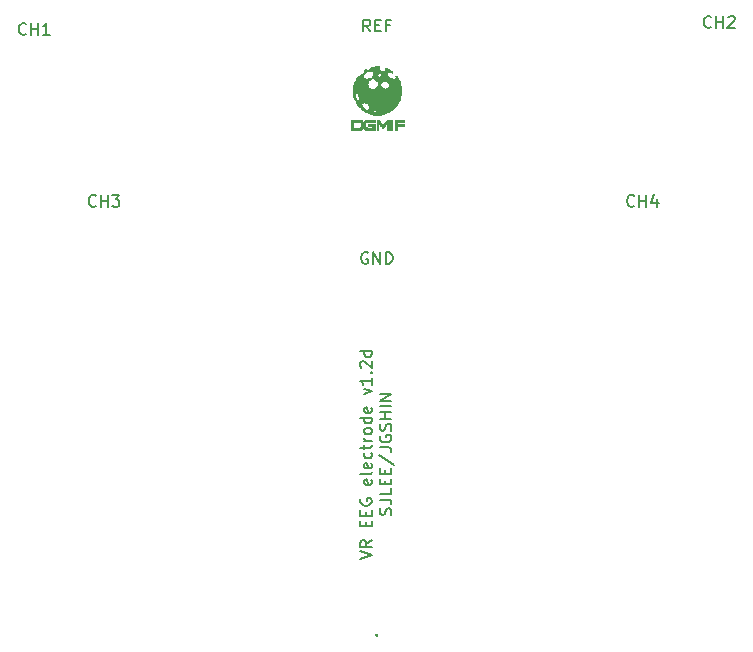
<source format=gbr>
G04 #@! TF.GenerationSoftware,KiCad,Pcbnew,(5.1.10)-1*
G04 #@! TF.CreationDate,2021-08-02T17:29:05+09:00*
G04 #@! TF.ProjectId,electrode_FPCB_rev1.2d,656c6563-7472-46f6-9465-5f465043425f,1.2d*
G04 #@! TF.SameCoordinates,Original*
G04 #@! TF.FileFunction,Legend,Top*
G04 #@! TF.FilePolarity,Positive*
%FSLAX46Y46*%
G04 Gerber Fmt 4.6, Leading zero omitted, Abs format (unit mm)*
G04 Created by KiCad (PCBNEW (5.1.10)-1) date 2021-08-02 17:29:05*
%MOMM*%
%LPD*%
G01*
G04 APERTURE LIST*
%ADD10C,0.150000*%
%ADD11C,0.010000*%
G04 APERTURE END LIST*
D10*
X94877380Y-86130952D02*
X95877380Y-85797619D01*
X94877380Y-85464285D01*
X95877380Y-84559523D02*
X95401190Y-84892857D01*
X95877380Y-85130952D02*
X94877380Y-85130952D01*
X94877380Y-84750000D01*
X94925000Y-84654761D01*
X94972619Y-84607142D01*
X95067857Y-84559523D01*
X95210714Y-84559523D01*
X95305952Y-84607142D01*
X95353571Y-84654761D01*
X95401190Y-84750000D01*
X95401190Y-85130952D01*
X95353571Y-83369047D02*
X95353571Y-83035714D01*
X95877380Y-82892857D02*
X95877380Y-83369047D01*
X94877380Y-83369047D01*
X94877380Y-82892857D01*
X95353571Y-82464285D02*
X95353571Y-82130952D01*
X95877380Y-81988095D02*
X95877380Y-82464285D01*
X94877380Y-82464285D01*
X94877380Y-81988095D01*
X94925000Y-81035714D02*
X94877380Y-81130952D01*
X94877380Y-81273809D01*
X94925000Y-81416666D01*
X95020238Y-81511904D01*
X95115476Y-81559523D01*
X95305952Y-81607142D01*
X95448809Y-81607142D01*
X95639285Y-81559523D01*
X95734523Y-81511904D01*
X95829761Y-81416666D01*
X95877380Y-81273809D01*
X95877380Y-81178571D01*
X95829761Y-81035714D01*
X95782142Y-80988095D01*
X95448809Y-80988095D01*
X95448809Y-81178571D01*
X95829761Y-79416666D02*
X95877380Y-79511904D01*
X95877380Y-79702380D01*
X95829761Y-79797619D01*
X95734523Y-79845238D01*
X95353571Y-79845238D01*
X95258333Y-79797619D01*
X95210714Y-79702380D01*
X95210714Y-79511904D01*
X95258333Y-79416666D01*
X95353571Y-79369047D01*
X95448809Y-79369047D01*
X95544047Y-79845238D01*
X95877380Y-78797619D02*
X95829761Y-78892857D01*
X95734523Y-78940476D01*
X94877380Y-78940476D01*
X95829761Y-78035714D02*
X95877380Y-78130952D01*
X95877380Y-78321428D01*
X95829761Y-78416666D01*
X95734523Y-78464285D01*
X95353571Y-78464285D01*
X95258333Y-78416666D01*
X95210714Y-78321428D01*
X95210714Y-78130952D01*
X95258333Y-78035714D01*
X95353571Y-77988095D01*
X95448809Y-77988095D01*
X95544047Y-78464285D01*
X95829761Y-77130952D02*
X95877380Y-77226190D01*
X95877380Y-77416666D01*
X95829761Y-77511904D01*
X95782142Y-77559523D01*
X95686904Y-77607142D01*
X95401190Y-77607142D01*
X95305952Y-77559523D01*
X95258333Y-77511904D01*
X95210714Y-77416666D01*
X95210714Y-77226190D01*
X95258333Y-77130952D01*
X95210714Y-76845238D02*
X95210714Y-76464285D01*
X94877380Y-76702380D02*
X95734523Y-76702380D01*
X95829761Y-76654761D01*
X95877380Y-76559523D01*
X95877380Y-76464285D01*
X95877380Y-76130952D02*
X95210714Y-76130952D01*
X95401190Y-76130952D02*
X95305952Y-76083333D01*
X95258333Y-76035714D01*
X95210714Y-75940476D01*
X95210714Y-75845238D01*
X95877380Y-75369047D02*
X95829761Y-75464285D01*
X95782142Y-75511904D01*
X95686904Y-75559523D01*
X95401190Y-75559523D01*
X95305952Y-75511904D01*
X95258333Y-75464285D01*
X95210714Y-75369047D01*
X95210714Y-75226190D01*
X95258333Y-75130952D01*
X95305952Y-75083333D01*
X95401190Y-75035714D01*
X95686904Y-75035714D01*
X95782142Y-75083333D01*
X95829761Y-75130952D01*
X95877380Y-75226190D01*
X95877380Y-75369047D01*
X95877380Y-74178571D02*
X94877380Y-74178571D01*
X95829761Y-74178571D02*
X95877380Y-74273809D01*
X95877380Y-74464285D01*
X95829761Y-74559523D01*
X95782142Y-74607142D01*
X95686904Y-74654761D01*
X95401190Y-74654761D01*
X95305952Y-74607142D01*
X95258333Y-74559523D01*
X95210714Y-74464285D01*
X95210714Y-74273809D01*
X95258333Y-74178571D01*
X95829761Y-73321428D02*
X95877380Y-73416666D01*
X95877380Y-73607142D01*
X95829761Y-73702380D01*
X95734523Y-73750000D01*
X95353571Y-73750000D01*
X95258333Y-73702380D01*
X95210714Y-73607142D01*
X95210714Y-73416666D01*
X95258333Y-73321428D01*
X95353571Y-73273809D01*
X95448809Y-73273809D01*
X95544047Y-73750000D01*
X95210714Y-72178571D02*
X95877380Y-71940476D01*
X95210714Y-71702380D01*
X95877380Y-70797619D02*
X95877380Y-71369047D01*
X95877380Y-71083333D02*
X94877380Y-71083333D01*
X95020238Y-71178571D01*
X95115476Y-71273809D01*
X95163095Y-71369047D01*
X95782142Y-70369047D02*
X95829761Y-70321428D01*
X95877380Y-70369047D01*
X95829761Y-70416666D01*
X95782142Y-70369047D01*
X95877380Y-70369047D01*
X94972619Y-69940476D02*
X94925000Y-69892857D01*
X94877380Y-69797619D01*
X94877380Y-69559523D01*
X94925000Y-69464285D01*
X94972619Y-69416666D01*
X95067857Y-69369047D01*
X95163095Y-69369047D01*
X95305952Y-69416666D01*
X95877380Y-69988095D01*
X95877380Y-69369047D01*
X95877380Y-68511904D02*
X94877380Y-68511904D01*
X95829761Y-68511904D02*
X95877380Y-68607142D01*
X95877380Y-68797619D01*
X95829761Y-68892857D01*
X95782142Y-68940476D01*
X95686904Y-68988095D01*
X95401190Y-68988095D01*
X95305952Y-68940476D01*
X95258333Y-68892857D01*
X95210714Y-68797619D01*
X95210714Y-68607142D01*
X95258333Y-68511904D01*
X97479761Y-82392857D02*
X97527380Y-82250000D01*
X97527380Y-82011904D01*
X97479761Y-81916666D01*
X97432142Y-81869047D01*
X97336904Y-81821428D01*
X97241666Y-81821428D01*
X97146428Y-81869047D01*
X97098809Y-81916666D01*
X97051190Y-82011904D01*
X97003571Y-82202380D01*
X96955952Y-82297619D01*
X96908333Y-82345238D01*
X96813095Y-82392857D01*
X96717857Y-82392857D01*
X96622619Y-82345238D01*
X96575000Y-82297619D01*
X96527380Y-82202380D01*
X96527380Y-81964285D01*
X96575000Y-81821428D01*
X96527380Y-81107142D02*
X97241666Y-81107142D01*
X97384523Y-81154761D01*
X97479761Y-81250000D01*
X97527380Y-81392857D01*
X97527380Y-81488095D01*
X97527380Y-80154761D02*
X97527380Y-80630952D01*
X96527380Y-80630952D01*
X97003571Y-79821428D02*
X97003571Y-79488095D01*
X97527380Y-79345238D02*
X97527380Y-79821428D01*
X96527380Y-79821428D01*
X96527380Y-79345238D01*
X97003571Y-78916666D02*
X97003571Y-78583333D01*
X97527380Y-78440476D02*
X97527380Y-78916666D01*
X96527380Y-78916666D01*
X96527380Y-78440476D01*
X96479761Y-77297619D02*
X97765476Y-78154761D01*
X96527380Y-76678571D02*
X97241666Y-76678571D01*
X97384523Y-76726190D01*
X97479761Y-76821428D01*
X97527380Y-76964285D01*
X97527380Y-77059523D01*
X96575000Y-75678571D02*
X96527380Y-75773809D01*
X96527380Y-75916666D01*
X96575000Y-76059523D01*
X96670238Y-76154761D01*
X96765476Y-76202380D01*
X96955952Y-76250000D01*
X97098809Y-76250000D01*
X97289285Y-76202380D01*
X97384523Y-76154761D01*
X97479761Y-76059523D01*
X97527380Y-75916666D01*
X97527380Y-75821428D01*
X97479761Y-75678571D01*
X97432142Y-75630952D01*
X97098809Y-75630952D01*
X97098809Y-75821428D01*
X97479761Y-75250000D02*
X97527380Y-75107142D01*
X97527380Y-74869047D01*
X97479761Y-74773809D01*
X97432142Y-74726190D01*
X97336904Y-74678571D01*
X97241666Y-74678571D01*
X97146428Y-74726190D01*
X97098809Y-74773809D01*
X97051190Y-74869047D01*
X97003571Y-75059523D01*
X96955952Y-75154761D01*
X96908333Y-75202380D01*
X96813095Y-75250000D01*
X96717857Y-75250000D01*
X96622619Y-75202380D01*
X96575000Y-75154761D01*
X96527380Y-75059523D01*
X96527380Y-74821428D01*
X96575000Y-74678571D01*
X97527380Y-74250000D02*
X96527380Y-74250000D01*
X97003571Y-74250000D02*
X97003571Y-73678571D01*
X97527380Y-73678571D02*
X96527380Y-73678571D01*
X97527380Y-73202380D02*
X96527380Y-73202380D01*
X97527380Y-72726190D02*
X96527380Y-72726190D01*
X97527380Y-72154761D01*
X96527380Y-72154761D01*
D11*
G36*
X96120000Y-44420000D02*
G01*
X96180000Y-44420000D01*
X96180000Y-44480000D01*
X96120000Y-44480000D01*
X96120000Y-44420000D01*
G37*
X96120000Y-44420000D02*
X96180000Y-44420000D01*
X96180000Y-44480000D01*
X96120000Y-44480000D01*
X96120000Y-44420000D01*
G36*
X96180000Y-44420000D02*
G01*
X96240000Y-44420000D01*
X96240000Y-44480000D01*
X96180000Y-44480000D01*
X96180000Y-44420000D01*
G37*
X96180000Y-44420000D02*
X96240000Y-44420000D01*
X96240000Y-44480000D01*
X96180000Y-44480000D01*
X96180000Y-44420000D01*
G36*
X96240000Y-44420000D02*
G01*
X96300000Y-44420000D01*
X96300000Y-44480000D01*
X96240000Y-44480000D01*
X96240000Y-44420000D01*
G37*
X96240000Y-44420000D02*
X96300000Y-44420000D01*
X96300000Y-44480000D01*
X96240000Y-44480000D01*
X96240000Y-44420000D01*
G36*
X96300000Y-44420000D02*
G01*
X96360000Y-44420000D01*
X96360000Y-44480000D01*
X96300000Y-44480000D01*
X96300000Y-44420000D01*
G37*
X96300000Y-44420000D02*
X96360000Y-44420000D01*
X96360000Y-44480000D01*
X96300000Y-44480000D01*
X96300000Y-44420000D01*
G36*
X96360000Y-44420000D02*
G01*
X96420000Y-44420000D01*
X96420000Y-44480000D01*
X96360000Y-44480000D01*
X96360000Y-44420000D01*
G37*
X96360000Y-44420000D02*
X96420000Y-44420000D01*
X96420000Y-44480000D01*
X96360000Y-44480000D01*
X96360000Y-44420000D01*
G36*
X96420000Y-44420000D02*
G01*
X96480000Y-44420000D01*
X96480000Y-44480000D01*
X96420000Y-44480000D01*
X96420000Y-44420000D01*
G37*
X96420000Y-44420000D02*
X96480000Y-44420000D01*
X96480000Y-44480000D01*
X96420000Y-44480000D01*
X96420000Y-44420000D01*
G36*
X95820000Y-44480000D02*
G01*
X95880000Y-44480000D01*
X95880000Y-44540000D01*
X95820000Y-44540000D01*
X95820000Y-44480000D01*
G37*
X95820000Y-44480000D02*
X95880000Y-44480000D01*
X95880000Y-44540000D01*
X95820000Y-44540000D01*
X95820000Y-44480000D01*
G36*
X95880000Y-44480000D02*
G01*
X95940000Y-44480000D01*
X95940000Y-44540000D01*
X95880000Y-44540000D01*
X95880000Y-44480000D01*
G37*
X95880000Y-44480000D02*
X95940000Y-44480000D01*
X95940000Y-44540000D01*
X95880000Y-44540000D01*
X95880000Y-44480000D01*
G36*
X95940000Y-44480000D02*
G01*
X96000000Y-44480000D01*
X96000000Y-44540000D01*
X95940000Y-44540000D01*
X95940000Y-44480000D01*
G37*
X95940000Y-44480000D02*
X96000000Y-44480000D01*
X96000000Y-44540000D01*
X95940000Y-44540000D01*
X95940000Y-44480000D01*
G36*
X96000000Y-44480000D02*
G01*
X96060000Y-44480000D01*
X96060000Y-44540000D01*
X96000000Y-44540000D01*
X96000000Y-44480000D01*
G37*
X96000000Y-44480000D02*
X96060000Y-44480000D01*
X96060000Y-44540000D01*
X96000000Y-44540000D01*
X96000000Y-44480000D01*
G36*
X96060000Y-44480000D02*
G01*
X96120000Y-44480000D01*
X96120000Y-44540000D01*
X96060000Y-44540000D01*
X96060000Y-44480000D01*
G37*
X96060000Y-44480000D02*
X96120000Y-44480000D01*
X96120000Y-44540000D01*
X96060000Y-44540000D01*
X96060000Y-44480000D01*
G36*
X96120000Y-44480000D02*
G01*
X96180000Y-44480000D01*
X96180000Y-44540000D01*
X96120000Y-44540000D01*
X96120000Y-44480000D01*
G37*
X96120000Y-44480000D02*
X96180000Y-44480000D01*
X96180000Y-44540000D01*
X96120000Y-44540000D01*
X96120000Y-44480000D01*
G36*
X96180000Y-44480000D02*
G01*
X96240000Y-44480000D01*
X96240000Y-44540000D01*
X96180000Y-44540000D01*
X96180000Y-44480000D01*
G37*
X96180000Y-44480000D02*
X96240000Y-44480000D01*
X96240000Y-44540000D01*
X96180000Y-44540000D01*
X96180000Y-44480000D01*
G36*
X96240000Y-44480000D02*
G01*
X96300000Y-44480000D01*
X96300000Y-44540000D01*
X96240000Y-44540000D01*
X96240000Y-44480000D01*
G37*
X96240000Y-44480000D02*
X96300000Y-44480000D01*
X96300000Y-44540000D01*
X96240000Y-44540000D01*
X96240000Y-44480000D01*
G36*
X96300000Y-44480000D02*
G01*
X96360000Y-44480000D01*
X96360000Y-44540000D01*
X96300000Y-44540000D01*
X96300000Y-44480000D01*
G37*
X96300000Y-44480000D02*
X96360000Y-44480000D01*
X96360000Y-44540000D01*
X96300000Y-44540000D01*
X96300000Y-44480000D01*
G36*
X96360000Y-44480000D02*
G01*
X96420000Y-44480000D01*
X96420000Y-44540000D01*
X96360000Y-44540000D01*
X96360000Y-44480000D01*
G37*
X96360000Y-44480000D02*
X96420000Y-44480000D01*
X96420000Y-44540000D01*
X96360000Y-44540000D01*
X96360000Y-44480000D01*
G36*
X96420000Y-44480000D02*
G01*
X96480000Y-44480000D01*
X96480000Y-44540000D01*
X96420000Y-44540000D01*
X96420000Y-44480000D01*
G37*
X96420000Y-44480000D02*
X96480000Y-44480000D01*
X96480000Y-44540000D01*
X96420000Y-44540000D01*
X96420000Y-44480000D01*
G36*
X95700000Y-44540000D02*
G01*
X95760000Y-44540000D01*
X95760000Y-44600000D01*
X95700000Y-44600000D01*
X95700000Y-44540000D01*
G37*
X95700000Y-44540000D02*
X95760000Y-44540000D01*
X95760000Y-44600000D01*
X95700000Y-44600000D01*
X95700000Y-44540000D01*
G36*
X95760000Y-44540000D02*
G01*
X95820000Y-44540000D01*
X95820000Y-44600000D01*
X95760000Y-44600000D01*
X95760000Y-44540000D01*
G37*
X95760000Y-44540000D02*
X95820000Y-44540000D01*
X95820000Y-44600000D01*
X95760000Y-44600000D01*
X95760000Y-44540000D01*
G36*
X95820000Y-44540000D02*
G01*
X95880000Y-44540000D01*
X95880000Y-44600000D01*
X95820000Y-44600000D01*
X95820000Y-44540000D01*
G37*
X95820000Y-44540000D02*
X95880000Y-44540000D01*
X95880000Y-44600000D01*
X95820000Y-44600000D01*
X95820000Y-44540000D01*
G36*
X95880000Y-44540000D02*
G01*
X95940000Y-44540000D01*
X95940000Y-44600000D01*
X95880000Y-44600000D01*
X95880000Y-44540000D01*
G37*
X95880000Y-44540000D02*
X95940000Y-44540000D01*
X95940000Y-44600000D01*
X95880000Y-44600000D01*
X95880000Y-44540000D01*
G36*
X95940000Y-44540000D02*
G01*
X96000000Y-44540000D01*
X96000000Y-44600000D01*
X95940000Y-44600000D01*
X95940000Y-44540000D01*
G37*
X95940000Y-44540000D02*
X96000000Y-44540000D01*
X96000000Y-44600000D01*
X95940000Y-44600000D01*
X95940000Y-44540000D01*
G36*
X96000000Y-44540000D02*
G01*
X96060000Y-44540000D01*
X96060000Y-44600000D01*
X96000000Y-44600000D01*
X96000000Y-44540000D01*
G37*
X96000000Y-44540000D02*
X96060000Y-44540000D01*
X96060000Y-44600000D01*
X96000000Y-44600000D01*
X96000000Y-44540000D01*
G36*
X96060000Y-44540000D02*
G01*
X96120000Y-44540000D01*
X96120000Y-44600000D01*
X96060000Y-44600000D01*
X96060000Y-44540000D01*
G37*
X96060000Y-44540000D02*
X96120000Y-44540000D01*
X96120000Y-44600000D01*
X96060000Y-44600000D01*
X96060000Y-44540000D01*
G36*
X96120000Y-44540000D02*
G01*
X96180000Y-44540000D01*
X96180000Y-44600000D01*
X96120000Y-44600000D01*
X96120000Y-44540000D01*
G37*
X96120000Y-44540000D02*
X96180000Y-44540000D01*
X96180000Y-44600000D01*
X96120000Y-44600000D01*
X96120000Y-44540000D01*
G36*
X96180000Y-44540000D02*
G01*
X96240000Y-44540000D01*
X96240000Y-44600000D01*
X96180000Y-44600000D01*
X96180000Y-44540000D01*
G37*
X96180000Y-44540000D02*
X96240000Y-44540000D01*
X96240000Y-44600000D01*
X96180000Y-44600000D01*
X96180000Y-44540000D01*
G36*
X96240000Y-44540000D02*
G01*
X96300000Y-44540000D01*
X96300000Y-44600000D01*
X96240000Y-44600000D01*
X96240000Y-44540000D01*
G37*
X96240000Y-44540000D02*
X96300000Y-44540000D01*
X96300000Y-44600000D01*
X96240000Y-44600000D01*
X96240000Y-44540000D01*
G36*
X96300000Y-44540000D02*
G01*
X96360000Y-44540000D01*
X96360000Y-44600000D01*
X96300000Y-44600000D01*
X96300000Y-44540000D01*
G37*
X96300000Y-44540000D02*
X96360000Y-44540000D01*
X96360000Y-44600000D01*
X96300000Y-44600000D01*
X96300000Y-44540000D01*
G36*
X96360000Y-44540000D02*
G01*
X96420000Y-44540000D01*
X96420000Y-44600000D01*
X96360000Y-44600000D01*
X96360000Y-44540000D01*
G37*
X96360000Y-44540000D02*
X96420000Y-44540000D01*
X96420000Y-44600000D01*
X96360000Y-44600000D01*
X96360000Y-44540000D01*
G36*
X96960000Y-44540000D02*
G01*
X97020000Y-44540000D01*
X97020000Y-44600000D01*
X96960000Y-44600000D01*
X96960000Y-44540000D01*
G37*
X96960000Y-44540000D02*
X97020000Y-44540000D01*
X97020000Y-44600000D01*
X96960000Y-44600000D01*
X96960000Y-44540000D01*
G36*
X95700000Y-44600000D02*
G01*
X95760000Y-44600000D01*
X95760000Y-44660000D01*
X95700000Y-44660000D01*
X95700000Y-44600000D01*
G37*
X95700000Y-44600000D02*
X95760000Y-44600000D01*
X95760000Y-44660000D01*
X95700000Y-44660000D01*
X95700000Y-44600000D01*
G36*
X95760000Y-44600000D02*
G01*
X95820000Y-44600000D01*
X95820000Y-44660000D01*
X95760000Y-44660000D01*
X95760000Y-44600000D01*
G37*
X95760000Y-44600000D02*
X95820000Y-44600000D01*
X95820000Y-44660000D01*
X95760000Y-44660000D01*
X95760000Y-44600000D01*
G36*
X95820000Y-44600000D02*
G01*
X95880000Y-44600000D01*
X95880000Y-44660000D01*
X95820000Y-44660000D01*
X95820000Y-44600000D01*
G37*
X95820000Y-44600000D02*
X95880000Y-44600000D01*
X95880000Y-44660000D01*
X95820000Y-44660000D01*
X95820000Y-44600000D01*
G36*
X95880000Y-44600000D02*
G01*
X95940000Y-44600000D01*
X95940000Y-44660000D01*
X95880000Y-44660000D01*
X95880000Y-44600000D01*
G37*
X95880000Y-44600000D02*
X95940000Y-44600000D01*
X95940000Y-44660000D01*
X95880000Y-44660000D01*
X95880000Y-44600000D01*
G36*
X95940000Y-44600000D02*
G01*
X96000000Y-44600000D01*
X96000000Y-44660000D01*
X95940000Y-44660000D01*
X95940000Y-44600000D01*
G37*
X95940000Y-44600000D02*
X96000000Y-44600000D01*
X96000000Y-44660000D01*
X95940000Y-44660000D01*
X95940000Y-44600000D01*
G36*
X96000000Y-44600000D02*
G01*
X96060000Y-44600000D01*
X96060000Y-44660000D01*
X96000000Y-44660000D01*
X96000000Y-44600000D01*
G37*
X96000000Y-44600000D02*
X96060000Y-44600000D01*
X96060000Y-44660000D01*
X96000000Y-44660000D01*
X96000000Y-44600000D01*
G36*
X96060000Y-44600000D02*
G01*
X96120000Y-44600000D01*
X96120000Y-44660000D01*
X96060000Y-44660000D01*
X96060000Y-44600000D01*
G37*
X96060000Y-44600000D02*
X96120000Y-44600000D01*
X96120000Y-44660000D01*
X96060000Y-44660000D01*
X96060000Y-44600000D01*
G36*
X96120000Y-44600000D02*
G01*
X96180000Y-44600000D01*
X96180000Y-44660000D01*
X96120000Y-44660000D01*
X96120000Y-44600000D01*
G37*
X96120000Y-44600000D02*
X96180000Y-44600000D01*
X96180000Y-44660000D01*
X96120000Y-44660000D01*
X96120000Y-44600000D01*
G36*
X96180000Y-44600000D02*
G01*
X96240000Y-44600000D01*
X96240000Y-44660000D01*
X96180000Y-44660000D01*
X96180000Y-44600000D01*
G37*
X96180000Y-44600000D02*
X96240000Y-44600000D01*
X96240000Y-44660000D01*
X96180000Y-44660000D01*
X96180000Y-44600000D01*
G36*
X96240000Y-44600000D02*
G01*
X96300000Y-44600000D01*
X96300000Y-44660000D01*
X96240000Y-44660000D01*
X96240000Y-44600000D01*
G37*
X96240000Y-44600000D02*
X96300000Y-44600000D01*
X96300000Y-44660000D01*
X96240000Y-44660000D01*
X96240000Y-44600000D01*
G36*
X96300000Y-44600000D02*
G01*
X96360000Y-44600000D01*
X96360000Y-44660000D01*
X96300000Y-44660000D01*
X96300000Y-44600000D01*
G37*
X96300000Y-44600000D02*
X96360000Y-44600000D01*
X96360000Y-44660000D01*
X96300000Y-44660000D01*
X96300000Y-44600000D01*
G36*
X96360000Y-44600000D02*
G01*
X96420000Y-44600000D01*
X96420000Y-44660000D01*
X96360000Y-44660000D01*
X96360000Y-44600000D01*
G37*
X96360000Y-44600000D02*
X96420000Y-44600000D01*
X96420000Y-44660000D01*
X96360000Y-44660000D01*
X96360000Y-44600000D01*
G36*
X97020000Y-44600000D02*
G01*
X97080000Y-44600000D01*
X97080000Y-44660000D01*
X97020000Y-44660000D01*
X97020000Y-44600000D01*
G37*
X97020000Y-44600000D02*
X97080000Y-44600000D01*
X97080000Y-44660000D01*
X97020000Y-44660000D01*
X97020000Y-44600000D01*
G36*
X97080000Y-44600000D02*
G01*
X97140000Y-44600000D01*
X97140000Y-44660000D01*
X97080000Y-44660000D01*
X97080000Y-44600000D01*
G37*
X97080000Y-44600000D02*
X97140000Y-44600000D01*
X97140000Y-44660000D01*
X97080000Y-44660000D01*
X97080000Y-44600000D01*
G36*
X97140000Y-44600000D02*
G01*
X97200000Y-44600000D01*
X97200000Y-44660000D01*
X97140000Y-44660000D01*
X97140000Y-44600000D01*
G37*
X97140000Y-44600000D02*
X97200000Y-44600000D01*
X97200000Y-44660000D01*
X97140000Y-44660000D01*
X97140000Y-44600000D01*
G36*
X95340000Y-44660000D02*
G01*
X95400000Y-44660000D01*
X95400000Y-44720000D01*
X95340000Y-44720000D01*
X95340000Y-44660000D01*
G37*
X95340000Y-44660000D02*
X95400000Y-44660000D01*
X95400000Y-44720000D01*
X95340000Y-44720000D01*
X95340000Y-44660000D01*
G36*
X95640000Y-44660000D02*
G01*
X95700000Y-44660000D01*
X95700000Y-44720000D01*
X95640000Y-44720000D01*
X95640000Y-44660000D01*
G37*
X95640000Y-44660000D02*
X95700000Y-44660000D01*
X95700000Y-44720000D01*
X95640000Y-44720000D01*
X95640000Y-44660000D01*
G36*
X95700000Y-44660000D02*
G01*
X95760000Y-44660000D01*
X95760000Y-44720000D01*
X95700000Y-44720000D01*
X95700000Y-44660000D01*
G37*
X95700000Y-44660000D02*
X95760000Y-44660000D01*
X95760000Y-44720000D01*
X95700000Y-44720000D01*
X95700000Y-44660000D01*
G36*
X95760000Y-44660000D02*
G01*
X95820000Y-44660000D01*
X95820000Y-44720000D01*
X95760000Y-44720000D01*
X95760000Y-44660000D01*
G37*
X95760000Y-44660000D02*
X95820000Y-44660000D01*
X95820000Y-44720000D01*
X95760000Y-44720000D01*
X95760000Y-44660000D01*
G36*
X95820000Y-44660000D02*
G01*
X95880000Y-44660000D01*
X95880000Y-44720000D01*
X95820000Y-44720000D01*
X95820000Y-44660000D01*
G37*
X95820000Y-44660000D02*
X95880000Y-44660000D01*
X95880000Y-44720000D01*
X95820000Y-44720000D01*
X95820000Y-44660000D01*
G36*
X95880000Y-44660000D02*
G01*
X95940000Y-44660000D01*
X95940000Y-44720000D01*
X95880000Y-44720000D01*
X95880000Y-44660000D01*
G37*
X95880000Y-44660000D02*
X95940000Y-44660000D01*
X95940000Y-44720000D01*
X95880000Y-44720000D01*
X95880000Y-44660000D01*
G36*
X95940000Y-44660000D02*
G01*
X96000000Y-44660000D01*
X96000000Y-44720000D01*
X95940000Y-44720000D01*
X95940000Y-44660000D01*
G37*
X95940000Y-44660000D02*
X96000000Y-44660000D01*
X96000000Y-44720000D01*
X95940000Y-44720000D01*
X95940000Y-44660000D01*
G36*
X96000000Y-44660000D02*
G01*
X96060000Y-44660000D01*
X96060000Y-44720000D01*
X96000000Y-44720000D01*
X96000000Y-44660000D01*
G37*
X96000000Y-44660000D02*
X96060000Y-44660000D01*
X96060000Y-44720000D01*
X96000000Y-44720000D01*
X96000000Y-44660000D01*
G36*
X96060000Y-44660000D02*
G01*
X96120000Y-44660000D01*
X96120000Y-44720000D01*
X96060000Y-44720000D01*
X96060000Y-44660000D01*
G37*
X96060000Y-44660000D02*
X96120000Y-44660000D01*
X96120000Y-44720000D01*
X96060000Y-44720000D01*
X96060000Y-44660000D01*
G36*
X96120000Y-44660000D02*
G01*
X96180000Y-44660000D01*
X96180000Y-44720000D01*
X96120000Y-44720000D01*
X96120000Y-44660000D01*
G37*
X96120000Y-44660000D02*
X96180000Y-44660000D01*
X96180000Y-44720000D01*
X96120000Y-44720000D01*
X96120000Y-44660000D01*
G36*
X96180000Y-44660000D02*
G01*
X96240000Y-44660000D01*
X96240000Y-44720000D01*
X96180000Y-44720000D01*
X96180000Y-44660000D01*
G37*
X96180000Y-44660000D02*
X96240000Y-44660000D01*
X96240000Y-44720000D01*
X96180000Y-44720000D01*
X96180000Y-44660000D01*
G36*
X96240000Y-44660000D02*
G01*
X96300000Y-44660000D01*
X96300000Y-44720000D01*
X96240000Y-44720000D01*
X96240000Y-44660000D01*
G37*
X96240000Y-44660000D02*
X96300000Y-44660000D01*
X96300000Y-44720000D01*
X96240000Y-44720000D01*
X96240000Y-44660000D01*
G36*
X96300000Y-44660000D02*
G01*
X96360000Y-44660000D01*
X96360000Y-44720000D01*
X96300000Y-44720000D01*
X96300000Y-44660000D01*
G37*
X96300000Y-44660000D02*
X96360000Y-44660000D01*
X96360000Y-44720000D01*
X96300000Y-44720000D01*
X96300000Y-44660000D01*
G36*
X96360000Y-44660000D02*
G01*
X96420000Y-44660000D01*
X96420000Y-44720000D01*
X96360000Y-44720000D01*
X96360000Y-44660000D01*
G37*
X96360000Y-44660000D02*
X96420000Y-44660000D01*
X96420000Y-44720000D01*
X96360000Y-44720000D01*
X96360000Y-44660000D01*
G36*
X96420000Y-44660000D02*
G01*
X96480000Y-44660000D01*
X96480000Y-44720000D01*
X96420000Y-44720000D01*
X96420000Y-44660000D01*
G37*
X96420000Y-44660000D02*
X96480000Y-44660000D01*
X96480000Y-44720000D01*
X96420000Y-44720000D01*
X96420000Y-44660000D01*
G36*
X97020000Y-44660000D02*
G01*
X97080000Y-44660000D01*
X97080000Y-44720000D01*
X97020000Y-44720000D01*
X97020000Y-44660000D01*
G37*
X97020000Y-44660000D02*
X97080000Y-44660000D01*
X97080000Y-44720000D01*
X97020000Y-44720000D01*
X97020000Y-44660000D01*
G36*
X97080000Y-44660000D02*
G01*
X97140000Y-44660000D01*
X97140000Y-44720000D01*
X97080000Y-44720000D01*
X97080000Y-44660000D01*
G37*
X97080000Y-44660000D02*
X97140000Y-44660000D01*
X97140000Y-44720000D01*
X97080000Y-44720000D01*
X97080000Y-44660000D01*
G36*
X97140000Y-44660000D02*
G01*
X97200000Y-44660000D01*
X97200000Y-44720000D01*
X97140000Y-44720000D01*
X97140000Y-44660000D01*
G37*
X97140000Y-44660000D02*
X97200000Y-44660000D01*
X97200000Y-44720000D01*
X97140000Y-44720000D01*
X97140000Y-44660000D01*
G36*
X97200000Y-44660000D02*
G01*
X97260000Y-44660000D01*
X97260000Y-44720000D01*
X97200000Y-44720000D01*
X97200000Y-44660000D01*
G37*
X97200000Y-44660000D02*
X97260000Y-44660000D01*
X97260000Y-44720000D01*
X97200000Y-44720000D01*
X97200000Y-44660000D01*
G36*
X97260000Y-44660000D02*
G01*
X97320000Y-44660000D01*
X97320000Y-44720000D01*
X97260000Y-44720000D01*
X97260000Y-44660000D01*
G37*
X97260000Y-44660000D02*
X97320000Y-44660000D01*
X97320000Y-44720000D01*
X97260000Y-44720000D01*
X97260000Y-44660000D01*
G36*
X95220000Y-44720000D02*
G01*
X95280000Y-44720000D01*
X95280000Y-44780000D01*
X95220000Y-44780000D01*
X95220000Y-44720000D01*
G37*
X95220000Y-44720000D02*
X95280000Y-44720000D01*
X95280000Y-44780000D01*
X95220000Y-44780000D01*
X95220000Y-44720000D01*
G36*
X95280000Y-44720000D02*
G01*
X95340000Y-44720000D01*
X95340000Y-44780000D01*
X95280000Y-44780000D01*
X95280000Y-44720000D01*
G37*
X95280000Y-44720000D02*
X95340000Y-44720000D01*
X95340000Y-44780000D01*
X95280000Y-44780000D01*
X95280000Y-44720000D01*
G36*
X95340000Y-44720000D02*
G01*
X95400000Y-44720000D01*
X95400000Y-44780000D01*
X95340000Y-44780000D01*
X95340000Y-44720000D01*
G37*
X95340000Y-44720000D02*
X95400000Y-44720000D01*
X95400000Y-44780000D01*
X95340000Y-44780000D01*
X95340000Y-44720000D01*
G36*
X95400000Y-44720000D02*
G01*
X95460000Y-44720000D01*
X95460000Y-44780000D01*
X95400000Y-44780000D01*
X95400000Y-44720000D01*
G37*
X95400000Y-44720000D02*
X95460000Y-44720000D01*
X95460000Y-44780000D01*
X95400000Y-44780000D01*
X95400000Y-44720000D01*
G36*
X95460000Y-44720000D02*
G01*
X95520000Y-44720000D01*
X95520000Y-44780000D01*
X95460000Y-44780000D01*
X95460000Y-44720000D01*
G37*
X95460000Y-44720000D02*
X95520000Y-44720000D01*
X95520000Y-44780000D01*
X95460000Y-44780000D01*
X95460000Y-44720000D01*
G36*
X95580000Y-44720000D02*
G01*
X95640000Y-44720000D01*
X95640000Y-44780000D01*
X95580000Y-44780000D01*
X95580000Y-44720000D01*
G37*
X95580000Y-44720000D02*
X95640000Y-44720000D01*
X95640000Y-44780000D01*
X95580000Y-44780000D01*
X95580000Y-44720000D01*
G36*
X95640000Y-44720000D02*
G01*
X95700000Y-44720000D01*
X95700000Y-44780000D01*
X95640000Y-44780000D01*
X95640000Y-44720000D01*
G37*
X95640000Y-44720000D02*
X95700000Y-44720000D01*
X95700000Y-44780000D01*
X95640000Y-44780000D01*
X95640000Y-44720000D01*
G36*
X95700000Y-44720000D02*
G01*
X95760000Y-44720000D01*
X95760000Y-44780000D01*
X95700000Y-44780000D01*
X95700000Y-44720000D01*
G37*
X95700000Y-44720000D02*
X95760000Y-44720000D01*
X95760000Y-44780000D01*
X95700000Y-44780000D01*
X95700000Y-44720000D01*
G36*
X95760000Y-44720000D02*
G01*
X95820000Y-44720000D01*
X95820000Y-44780000D01*
X95760000Y-44780000D01*
X95760000Y-44720000D01*
G37*
X95760000Y-44720000D02*
X95820000Y-44720000D01*
X95820000Y-44780000D01*
X95760000Y-44780000D01*
X95760000Y-44720000D01*
G36*
X95820000Y-44720000D02*
G01*
X95880000Y-44720000D01*
X95880000Y-44780000D01*
X95820000Y-44780000D01*
X95820000Y-44720000D01*
G37*
X95820000Y-44720000D02*
X95880000Y-44720000D01*
X95880000Y-44780000D01*
X95820000Y-44780000D01*
X95820000Y-44720000D01*
G36*
X95880000Y-44720000D02*
G01*
X95940000Y-44720000D01*
X95940000Y-44780000D01*
X95880000Y-44780000D01*
X95880000Y-44720000D01*
G37*
X95880000Y-44720000D02*
X95940000Y-44720000D01*
X95940000Y-44780000D01*
X95880000Y-44780000D01*
X95880000Y-44720000D01*
G36*
X95940000Y-44720000D02*
G01*
X96000000Y-44720000D01*
X96000000Y-44780000D01*
X95940000Y-44780000D01*
X95940000Y-44720000D01*
G37*
X95940000Y-44720000D02*
X96000000Y-44720000D01*
X96000000Y-44780000D01*
X95940000Y-44780000D01*
X95940000Y-44720000D01*
G36*
X96000000Y-44720000D02*
G01*
X96060000Y-44720000D01*
X96060000Y-44780000D01*
X96000000Y-44780000D01*
X96000000Y-44720000D01*
G37*
X96000000Y-44720000D02*
X96060000Y-44720000D01*
X96060000Y-44780000D01*
X96000000Y-44780000D01*
X96000000Y-44720000D01*
G36*
X96060000Y-44720000D02*
G01*
X96120000Y-44720000D01*
X96120000Y-44780000D01*
X96060000Y-44780000D01*
X96060000Y-44720000D01*
G37*
X96060000Y-44720000D02*
X96120000Y-44720000D01*
X96120000Y-44780000D01*
X96060000Y-44780000D01*
X96060000Y-44720000D01*
G36*
X96120000Y-44720000D02*
G01*
X96180000Y-44720000D01*
X96180000Y-44780000D01*
X96120000Y-44780000D01*
X96120000Y-44720000D01*
G37*
X96120000Y-44720000D02*
X96180000Y-44720000D01*
X96180000Y-44780000D01*
X96120000Y-44780000D01*
X96120000Y-44720000D01*
G36*
X96180000Y-44720000D02*
G01*
X96240000Y-44720000D01*
X96240000Y-44780000D01*
X96180000Y-44780000D01*
X96180000Y-44720000D01*
G37*
X96180000Y-44720000D02*
X96240000Y-44720000D01*
X96240000Y-44780000D01*
X96180000Y-44780000D01*
X96180000Y-44720000D01*
G36*
X96240000Y-44720000D02*
G01*
X96300000Y-44720000D01*
X96300000Y-44780000D01*
X96240000Y-44780000D01*
X96240000Y-44720000D01*
G37*
X96240000Y-44720000D02*
X96300000Y-44720000D01*
X96300000Y-44780000D01*
X96240000Y-44780000D01*
X96240000Y-44720000D01*
G36*
X96300000Y-44720000D02*
G01*
X96360000Y-44720000D01*
X96360000Y-44780000D01*
X96300000Y-44780000D01*
X96300000Y-44720000D01*
G37*
X96300000Y-44720000D02*
X96360000Y-44720000D01*
X96360000Y-44780000D01*
X96300000Y-44780000D01*
X96300000Y-44720000D01*
G36*
X96360000Y-44720000D02*
G01*
X96420000Y-44720000D01*
X96420000Y-44780000D01*
X96360000Y-44780000D01*
X96360000Y-44720000D01*
G37*
X96360000Y-44720000D02*
X96420000Y-44720000D01*
X96420000Y-44780000D01*
X96360000Y-44780000D01*
X96360000Y-44720000D01*
G36*
X96420000Y-44720000D02*
G01*
X96480000Y-44720000D01*
X96480000Y-44780000D01*
X96420000Y-44780000D01*
X96420000Y-44720000D01*
G37*
X96420000Y-44720000D02*
X96480000Y-44720000D01*
X96480000Y-44780000D01*
X96420000Y-44780000D01*
X96420000Y-44720000D01*
G36*
X96480000Y-44720000D02*
G01*
X96540000Y-44720000D01*
X96540000Y-44780000D01*
X96480000Y-44780000D01*
X96480000Y-44720000D01*
G37*
X96480000Y-44720000D02*
X96540000Y-44720000D01*
X96540000Y-44780000D01*
X96480000Y-44780000D01*
X96480000Y-44720000D01*
G36*
X96540000Y-44720000D02*
G01*
X96600000Y-44720000D01*
X96600000Y-44780000D01*
X96540000Y-44780000D01*
X96540000Y-44720000D01*
G37*
X96540000Y-44720000D02*
X96600000Y-44720000D01*
X96600000Y-44780000D01*
X96540000Y-44780000D01*
X96540000Y-44720000D01*
G36*
X96960000Y-44720000D02*
G01*
X97020000Y-44720000D01*
X97020000Y-44780000D01*
X96960000Y-44780000D01*
X96960000Y-44720000D01*
G37*
X96960000Y-44720000D02*
X97020000Y-44720000D01*
X97020000Y-44780000D01*
X96960000Y-44780000D01*
X96960000Y-44720000D01*
G36*
X97020000Y-44720000D02*
G01*
X97080000Y-44720000D01*
X97080000Y-44780000D01*
X97020000Y-44780000D01*
X97020000Y-44720000D01*
G37*
X97020000Y-44720000D02*
X97080000Y-44720000D01*
X97080000Y-44780000D01*
X97020000Y-44780000D01*
X97020000Y-44720000D01*
G36*
X97080000Y-44720000D02*
G01*
X97140000Y-44720000D01*
X97140000Y-44780000D01*
X97080000Y-44780000D01*
X97080000Y-44720000D01*
G37*
X97080000Y-44720000D02*
X97140000Y-44720000D01*
X97140000Y-44780000D01*
X97080000Y-44780000D01*
X97080000Y-44720000D01*
G36*
X97140000Y-44720000D02*
G01*
X97200000Y-44720000D01*
X97200000Y-44780000D01*
X97140000Y-44780000D01*
X97140000Y-44720000D01*
G37*
X97140000Y-44720000D02*
X97200000Y-44720000D01*
X97200000Y-44780000D01*
X97140000Y-44780000D01*
X97140000Y-44720000D01*
G36*
X97200000Y-44720000D02*
G01*
X97260000Y-44720000D01*
X97260000Y-44780000D01*
X97200000Y-44780000D01*
X97200000Y-44720000D01*
G37*
X97200000Y-44720000D02*
X97260000Y-44720000D01*
X97260000Y-44780000D01*
X97200000Y-44780000D01*
X97200000Y-44720000D01*
G36*
X97260000Y-44720000D02*
G01*
X97320000Y-44720000D01*
X97320000Y-44780000D01*
X97260000Y-44780000D01*
X97260000Y-44720000D01*
G37*
X97260000Y-44720000D02*
X97320000Y-44720000D01*
X97320000Y-44780000D01*
X97260000Y-44780000D01*
X97260000Y-44720000D01*
G36*
X97320000Y-44720000D02*
G01*
X97380000Y-44720000D01*
X97380000Y-44780000D01*
X97320000Y-44780000D01*
X97320000Y-44720000D01*
G37*
X97320000Y-44720000D02*
X97380000Y-44720000D01*
X97380000Y-44780000D01*
X97320000Y-44780000D01*
X97320000Y-44720000D01*
G36*
X95280000Y-44780000D02*
G01*
X95340000Y-44780000D01*
X95340000Y-44840000D01*
X95280000Y-44840000D01*
X95280000Y-44780000D01*
G37*
X95280000Y-44780000D02*
X95340000Y-44780000D01*
X95340000Y-44840000D01*
X95280000Y-44840000D01*
X95280000Y-44780000D01*
G36*
X95340000Y-44780000D02*
G01*
X95400000Y-44780000D01*
X95400000Y-44840000D01*
X95340000Y-44840000D01*
X95340000Y-44780000D01*
G37*
X95340000Y-44780000D02*
X95400000Y-44780000D01*
X95400000Y-44840000D01*
X95340000Y-44840000D01*
X95340000Y-44780000D01*
G36*
X95400000Y-44780000D02*
G01*
X95460000Y-44780000D01*
X95460000Y-44840000D01*
X95400000Y-44840000D01*
X95400000Y-44780000D01*
G37*
X95400000Y-44780000D02*
X95460000Y-44780000D01*
X95460000Y-44840000D01*
X95400000Y-44840000D01*
X95400000Y-44780000D01*
G36*
X95460000Y-44780000D02*
G01*
X95520000Y-44780000D01*
X95520000Y-44840000D01*
X95460000Y-44840000D01*
X95460000Y-44780000D01*
G37*
X95460000Y-44780000D02*
X95520000Y-44780000D01*
X95520000Y-44840000D01*
X95460000Y-44840000D01*
X95460000Y-44780000D01*
G36*
X95880000Y-44780000D02*
G01*
X95940000Y-44780000D01*
X95940000Y-44840000D01*
X95880000Y-44840000D01*
X95880000Y-44780000D01*
G37*
X95880000Y-44780000D02*
X95940000Y-44780000D01*
X95940000Y-44840000D01*
X95880000Y-44840000D01*
X95880000Y-44780000D01*
G36*
X95940000Y-44780000D02*
G01*
X96000000Y-44780000D01*
X96000000Y-44840000D01*
X95940000Y-44840000D01*
X95940000Y-44780000D01*
G37*
X95940000Y-44780000D02*
X96000000Y-44780000D01*
X96000000Y-44840000D01*
X95940000Y-44840000D01*
X95940000Y-44780000D01*
G36*
X96000000Y-44780000D02*
G01*
X96060000Y-44780000D01*
X96060000Y-44840000D01*
X96000000Y-44840000D01*
X96000000Y-44780000D01*
G37*
X96000000Y-44780000D02*
X96060000Y-44780000D01*
X96060000Y-44840000D01*
X96000000Y-44840000D01*
X96000000Y-44780000D01*
G36*
X96060000Y-44780000D02*
G01*
X96120000Y-44780000D01*
X96120000Y-44840000D01*
X96060000Y-44840000D01*
X96060000Y-44780000D01*
G37*
X96060000Y-44780000D02*
X96120000Y-44780000D01*
X96120000Y-44840000D01*
X96060000Y-44840000D01*
X96060000Y-44780000D01*
G36*
X96120000Y-44780000D02*
G01*
X96180000Y-44780000D01*
X96180000Y-44840000D01*
X96120000Y-44840000D01*
X96120000Y-44780000D01*
G37*
X96120000Y-44780000D02*
X96180000Y-44780000D01*
X96180000Y-44840000D01*
X96120000Y-44840000D01*
X96120000Y-44780000D01*
G36*
X96180000Y-44780000D02*
G01*
X96240000Y-44780000D01*
X96240000Y-44840000D01*
X96180000Y-44840000D01*
X96180000Y-44780000D01*
G37*
X96180000Y-44780000D02*
X96240000Y-44780000D01*
X96240000Y-44840000D01*
X96180000Y-44840000D01*
X96180000Y-44780000D01*
G36*
X96240000Y-44780000D02*
G01*
X96300000Y-44780000D01*
X96300000Y-44840000D01*
X96240000Y-44840000D01*
X96240000Y-44780000D01*
G37*
X96240000Y-44780000D02*
X96300000Y-44780000D01*
X96300000Y-44840000D01*
X96240000Y-44840000D01*
X96240000Y-44780000D01*
G36*
X96300000Y-44780000D02*
G01*
X96360000Y-44780000D01*
X96360000Y-44840000D01*
X96300000Y-44840000D01*
X96300000Y-44780000D01*
G37*
X96300000Y-44780000D02*
X96360000Y-44780000D01*
X96360000Y-44840000D01*
X96300000Y-44840000D01*
X96300000Y-44780000D01*
G36*
X96360000Y-44780000D02*
G01*
X96420000Y-44780000D01*
X96420000Y-44840000D01*
X96360000Y-44840000D01*
X96360000Y-44780000D01*
G37*
X96360000Y-44780000D02*
X96420000Y-44780000D01*
X96420000Y-44840000D01*
X96360000Y-44840000D01*
X96360000Y-44780000D01*
G36*
X96420000Y-44780000D02*
G01*
X96480000Y-44780000D01*
X96480000Y-44840000D01*
X96420000Y-44840000D01*
X96420000Y-44780000D01*
G37*
X96420000Y-44780000D02*
X96480000Y-44780000D01*
X96480000Y-44840000D01*
X96420000Y-44840000D01*
X96420000Y-44780000D01*
G36*
X96480000Y-44780000D02*
G01*
X96540000Y-44780000D01*
X96540000Y-44840000D01*
X96480000Y-44840000D01*
X96480000Y-44780000D01*
G37*
X96480000Y-44780000D02*
X96540000Y-44780000D01*
X96540000Y-44840000D01*
X96480000Y-44840000D01*
X96480000Y-44780000D01*
G36*
X96540000Y-44780000D02*
G01*
X96600000Y-44780000D01*
X96600000Y-44840000D01*
X96540000Y-44840000D01*
X96540000Y-44780000D01*
G37*
X96540000Y-44780000D02*
X96600000Y-44780000D01*
X96600000Y-44840000D01*
X96540000Y-44840000D01*
X96540000Y-44780000D01*
G36*
X96660000Y-44780000D02*
G01*
X96720000Y-44780000D01*
X96720000Y-44840000D01*
X96660000Y-44840000D01*
X96660000Y-44780000D01*
G37*
X96660000Y-44780000D02*
X96720000Y-44780000D01*
X96720000Y-44840000D01*
X96660000Y-44840000D01*
X96660000Y-44780000D01*
G36*
X96720000Y-44780000D02*
G01*
X96780000Y-44780000D01*
X96780000Y-44840000D01*
X96720000Y-44840000D01*
X96720000Y-44780000D01*
G37*
X96720000Y-44780000D02*
X96780000Y-44780000D01*
X96780000Y-44840000D01*
X96720000Y-44840000D01*
X96720000Y-44780000D01*
G36*
X96780000Y-44780000D02*
G01*
X96840000Y-44780000D01*
X96840000Y-44840000D01*
X96780000Y-44840000D01*
X96780000Y-44780000D01*
G37*
X96780000Y-44780000D02*
X96840000Y-44780000D01*
X96840000Y-44840000D01*
X96780000Y-44840000D01*
X96780000Y-44780000D01*
G36*
X96840000Y-44780000D02*
G01*
X96900000Y-44780000D01*
X96900000Y-44840000D01*
X96840000Y-44840000D01*
X96840000Y-44780000D01*
G37*
X96840000Y-44780000D02*
X96900000Y-44780000D01*
X96900000Y-44840000D01*
X96840000Y-44840000D01*
X96840000Y-44780000D01*
G36*
X96900000Y-44780000D02*
G01*
X96960000Y-44780000D01*
X96960000Y-44840000D01*
X96900000Y-44840000D01*
X96900000Y-44780000D01*
G37*
X96900000Y-44780000D02*
X96960000Y-44780000D01*
X96960000Y-44840000D01*
X96900000Y-44840000D01*
X96900000Y-44780000D01*
G36*
X96960000Y-44780000D02*
G01*
X97020000Y-44780000D01*
X97020000Y-44840000D01*
X96960000Y-44840000D01*
X96960000Y-44780000D01*
G37*
X96960000Y-44780000D02*
X97020000Y-44780000D01*
X97020000Y-44840000D01*
X96960000Y-44840000D01*
X96960000Y-44780000D01*
G36*
X97020000Y-44780000D02*
G01*
X97080000Y-44780000D01*
X97080000Y-44840000D01*
X97020000Y-44840000D01*
X97020000Y-44780000D01*
G37*
X97020000Y-44780000D02*
X97080000Y-44780000D01*
X97080000Y-44840000D01*
X97020000Y-44840000D01*
X97020000Y-44780000D01*
G36*
X97080000Y-44780000D02*
G01*
X97140000Y-44780000D01*
X97140000Y-44840000D01*
X97080000Y-44840000D01*
X97080000Y-44780000D01*
G37*
X97080000Y-44780000D02*
X97140000Y-44780000D01*
X97140000Y-44840000D01*
X97080000Y-44840000D01*
X97080000Y-44780000D01*
G36*
X97140000Y-44780000D02*
G01*
X97200000Y-44780000D01*
X97200000Y-44840000D01*
X97140000Y-44840000D01*
X97140000Y-44780000D01*
G37*
X97140000Y-44780000D02*
X97200000Y-44780000D01*
X97200000Y-44840000D01*
X97140000Y-44840000D01*
X97140000Y-44780000D01*
G36*
X97200000Y-44780000D02*
G01*
X97260000Y-44780000D01*
X97260000Y-44840000D01*
X97200000Y-44840000D01*
X97200000Y-44780000D01*
G37*
X97200000Y-44780000D02*
X97260000Y-44780000D01*
X97260000Y-44840000D01*
X97200000Y-44840000D01*
X97200000Y-44780000D01*
G36*
X97260000Y-44780000D02*
G01*
X97320000Y-44780000D01*
X97320000Y-44840000D01*
X97260000Y-44840000D01*
X97260000Y-44780000D01*
G37*
X97260000Y-44780000D02*
X97320000Y-44780000D01*
X97320000Y-44840000D01*
X97260000Y-44840000D01*
X97260000Y-44780000D01*
G36*
X97320000Y-44780000D02*
G01*
X97380000Y-44780000D01*
X97380000Y-44840000D01*
X97320000Y-44840000D01*
X97320000Y-44780000D01*
G37*
X97320000Y-44780000D02*
X97380000Y-44780000D01*
X97380000Y-44840000D01*
X97320000Y-44840000D01*
X97320000Y-44780000D01*
G36*
X97380000Y-44780000D02*
G01*
X97440000Y-44780000D01*
X97440000Y-44840000D01*
X97380000Y-44840000D01*
X97380000Y-44780000D01*
G37*
X97380000Y-44780000D02*
X97440000Y-44780000D01*
X97440000Y-44840000D01*
X97380000Y-44840000D01*
X97380000Y-44780000D01*
G36*
X97440000Y-44780000D02*
G01*
X97500000Y-44780000D01*
X97500000Y-44840000D01*
X97440000Y-44840000D01*
X97440000Y-44780000D01*
G37*
X97440000Y-44780000D02*
X97500000Y-44780000D01*
X97500000Y-44840000D01*
X97440000Y-44840000D01*
X97440000Y-44780000D01*
G36*
X95220000Y-44840000D02*
G01*
X95280000Y-44840000D01*
X95280000Y-44900000D01*
X95220000Y-44900000D01*
X95220000Y-44840000D01*
G37*
X95220000Y-44840000D02*
X95280000Y-44840000D01*
X95280000Y-44900000D01*
X95220000Y-44900000D01*
X95220000Y-44840000D01*
G36*
X95280000Y-44840000D02*
G01*
X95340000Y-44840000D01*
X95340000Y-44900000D01*
X95280000Y-44900000D01*
X95280000Y-44840000D01*
G37*
X95280000Y-44840000D02*
X95340000Y-44840000D01*
X95340000Y-44900000D01*
X95280000Y-44900000D01*
X95280000Y-44840000D01*
G36*
X95340000Y-44840000D02*
G01*
X95400000Y-44840000D01*
X95400000Y-44900000D01*
X95340000Y-44900000D01*
X95340000Y-44840000D01*
G37*
X95340000Y-44840000D02*
X95400000Y-44840000D01*
X95400000Y-44900000D01*
X95340000Y-44900000D01*
X95340000Y-44840000D01*
G36*
X95940000Y-44840000D02*
G01*
X96000000Y-44840000D01*
X96000000Y-44900000D01*
X95940000Y-44900000D01*
X95940000Y-44840000D01*
G37*
X95940000Y-44840000D02*
X96000000Y-44840000D01*
X96000000Y-44900000D01*
X95940000Y-44900000D01*
X95940000Y-44840000D01*
G36*
X96000000Y-44840000D02*
G01*
X96060000Y-44840000D01*
X96060000Y-44900000D01*
X96000000Y-44900000D01*
X96000000Y-44840000D01*
G37*
X96000000Y-44840000D02*
X96060000Y-44840000D01*
X96060000Y-44900000D01*
X96000000Y-44900000D01*
X96000000Y-44840000D01*
G36*
X96060000Y-44840000D02*
G01*
X96120000Y-44840000D01*
X96120000Y-44900000D01*
X96060000Y-44900000D01*
X96060000Y-44840000D01*
G37*
X96060000Y-44840000D02*
X96120000Y-44840000D01*
X96120000Y-44900000D01*
X96060000Y-44900000D01*
X96060000Y-44840000D01*
G36*
X96120000Y-44840000D02*
G01*
X96180000Y-44840000D01*
X96180000Y-44900000D01*
X96120000Y-44900000D01*
X96120000Y-44840000D01*
G37*
X96120000Y-44840000D02*
X96180000Y-44840000D01*
X96180000Y-44900000D01*
X96120000Y-44900000D01*
X96120000Y-44840000D01*
G36*
X96180000Y-44840000D02*
G01*
X96240000Y-44840000D01*
X96240000Y-44900000D01*
X96180000Y-44900000D01*
X96180000Y-44840000D01*
G37*
X96180000Y-44840000D02*
X96240000Y-44840000D01*
X96240000Y-44900000D01*
X96180000Y-44900000D01*
X96180000Y-44840000D01*
G36*
X96240000Y-44840000D02*
G01*
X96300000Y-44840000D01*
X96300000Y-44900000D01*
X96240000Y-44900000D01*
X96240000Y-44840000D01*
G37*
X96240000Y-44840000D02*
X96300000Y-44840000D01*
X96300000Y-44900000D01*
X96240000Y-44900000D01*
X96240000Y-44840000D01*
G36*
X96300000Y-44840000D02*
G01*
X96360000Y-44840000D01*
X96360000Y-44900000D01*
X96300000Y-44900000D01*
X96300000Y-44840000D01*
G37*
X96300000Y-44840000D02*
X96360000Y-44840000D01*
X96360000Y-44900000D01*
X96300000Y-44900000D01*
X96300000Y-44840000D01*
G36*
X96360000Y-44840000D02*
G01*
X96420000Y-44840000D01*
X96420000Y-44900000D01*
X96360000Y-44900000D01*
X96360000Y-44840000D01*
G37*
X96360000Y-44840000D02*
X96420000Y-44840000D01*
X96420000Y-44900000D01*
X96360000Y-44900000D01*
X96360000Y-44840000D01*
G36*
X96420000Y-44840000D02*
G01*
X96480000Y-44840000D01*
X96480000Y-44900000D01*
X96420000Y-44900000D01*
X96420000Y-44840000D01*
G37*
X96420000Y-44840000D02*
X96480000Y-44840000D01*
X96480000Y-44900000D01*
X96420000Y-44900000D01*
X96420000Y-44840000D01*
G36*
X96480000Y-44840000D02*
G01*
X96540000Y-44840000D01*
X96540000Y-44900000D01*
X96480000Y-44900000D01*
X96480000Y-44840000D01*
G37*
X96480000Y-44840000D02*
X96540000Y-44840000D01*
X96540000Y-44900000D01*
X96480000Y-44900000D01*
X96480000Y-44840000D01*
G36*
X96600000Y-44840000D02*
G01*
X96660000Y-44840000D01*
X96660000Y-44900000D01*
X96600000Y-44900000D01*
X96600000Y-44840000D01*
G37*
X96600000Y-44840000D02*
X96660000Y-44840000D01*
X96660000Y-44900000D01*
X96600000Y-44900000D01*
X96600000Y-44840000D01*
G36*
X96660000Y-44840000D02*
G01*
X96720000Y-44840000D01*
X96720000Y-44900000D01*
X96660000Y-44900000D01*
X96660000Y-44840000D01*
G37*
X96660000Y-44840000D02*
X96720000Y-44840000D01*
X96720000Y-44900000D01*
X96660000Y-44900000D01*
X96660000Y-44840000D01*
G36*
X96720000Y-44840000D02*
G01*
X96780000Y-44840000D01*
X96780000Y-44900000D01*
X96720000Y-44900000D01*
X96720000Y-44840000D01*
G37*
X96720000Y-44840000D02*
X96780000Y-44840000D01*
X96780000Y-44900000D01*
X96720000Y-44900000D01*
X96720000Y-44840000D01*
G36*
X96780000Y-44840000D02*
G01*
X96840000Y-44840000D01*
X96840000Y-44900000D01*
X96780000Y-44900000D01*
X96780000Y-44840000D01*
G37*
X96780000Y-44840000D02*
X96840000Y-44840000D01*
X96840000Y-44900000D01*
X96780000Y-44900000D01*
X96780000Y-44840000D01*
G36*
X96840000Y-44840000D02*
G01*
X96900000Y-44840000D01*
X96900000Y-44900000D01*
X96840000Y-44900000D01*
X96840000Y-44840000D01*
G37*
X96840000Y-44840000D02*
X96900000Y-44840000D01*
X96900000Y-44900000D01*
X96840000Y-44900000D01*
X96840000Y-44840000D01*
G36*
X96900000Y-44840000D02*
G01*
X96960000Y-44840000D01*
X96960000Y-44900000D01*
X96900000Y-44900000D01*
X96900000Y-44840000D01*
G37*
X96900000Y-44840000D02*
X96960000Y-44840000D01*
X96960000Y-44900000D01*
X96900000Y-44900000D01*
X96900000Y-44840000D01*
G36*
X96960000Y-44840000D02*
G01*
X97020000Y-44840000D01*
X97020000Y-44900000D01*
X96960000Y-44900000D01*
X96960000Y-44840000D01*
G37*
X96960000Y-44840000D02*
X97020000Y-44840000D01*
X97020000Y-44900000D01*
X96960000Y-44900000D01*
X96960000Y-44840000D01*
G36*
X97020000Y-44840000D02*
G01*
X97080000Y-44840000D01*
X97080000Y-44900000D01*
X97020000Y-44900000D01*
X97020000Y-44840000D01*
G37*
X97020000Y-44840000D02*
X97080000Y-44840000D01*
X97080000Y-44900000D01*
X97020000Y-44900000D01*
X97020000Y-44840000D01*
G36*
X97080000Y-44840000D02*
G01*
X97140000Y-44840000D01*
X97140000Y-44900000D01*
X97080000Y-44900000D01*
X97080000Y-44840000D01*
G37*
X97080000Y-44840000D02*
X97140000Y-44840000D01*
X97140000Y-44900000D01*
X97080000Y-44900000D01*
X97080000Y-44840000D01*
G36*
X97140000Y-44840000D02*
G01*
X97200000Y-44840000D01*
X97200000Y-44900000D01*
X97140000Y-44900000D01*
X97140000Y-44840000D01*
G37*
X97140000Y-44840000D02*
X97200000Y-44840000D01*
X97200000Y-44900000D01*
X97140000Y-44900000D01*
X97140000Y-44840000D01*
G36*
X97200000Y-44840000D02*
G01*
X97260000Y-44840000D01*
X97260000Y-44900000D01*
X97200000Y-44900000D01*
X97200000Y-44840000D01*
G37*
X97200000Y-44840000D02*
X97260000Y-44840000D01*
X97260000Y-44900000D01*
X97200000Y-44900000D01*
X97200000Y-44840000D01*
G36*
X97260000Y-44840000D02*
G01*
X97320000Y-44840000D01*
X97320000Y-44900000D01*
X97260000Y-44900000D01*
X97260000Y-44840000D01*
G37*
X97260000Y-44840000D02*
X97320000Y-44840000D01*
X97320000Y-44900000D01*
X97260000Y-44900000D01*
X97260000Y-44840000D01*
G36*
X97380000Y-44840000D02*
G01*
X97440000Y-44840000D01*
X97440000Y-44900000D01*
X97380000Y-44900000D01*
X97380000Y-44840000D01*
G37*
X97380000Y-44840000D02*
X97440000Y-44840000D01*
X97440000Y-44900000D01*
X97380000Y-44900000D01*
X97380000Y-44840000D01*
G36*
X97440000Y-44840000D02*
G01*
X97500000Y-44840000D01*
X97500000Y-44900000D01*
X97440000Y-44900000D01*
X97440000Y-44840000D01*
G37*
X97440000Y-44840000D02*
X97500000Y-44840000D01*
X97500000Y-44900000D01*
X97440000Y-44900000D01*
X97440000Y-44840000D01*
G36*
X97500000Y-44840000D02*
G01*
X97560000Y-44840000D01*
X97560000Y-44900000D01*
X97500000Y-44900000D01*
X97500000Y-44840000D01*
G37*
X97500000Y-44840000D02*
X97560000Y-44840000D01*
X97560000Y-44900000D01*
X97500000Y-44900000D01*
X97500000Y-44840000D01*
G36*
X95220000Y-44900000D02*
G01*
X95280000Y-44900000D01*
X95280000Y-44960000D01*
X95220000Y-44960000D01*
X95220000Y-44900000D01*
G37*
X95220000Y-44900000D02*
X95280000Y-44900000D01*
X95280000Y-44960000D01*
X95220000Y-44960000D01*
X95220000Y-44900000D01*
G36*
X96000000Y-44900000D02*
G01*
X96060000Y-44900000D01*
X96060000Y-44960000D01*
X96000000Y-44960000D01*
X96000000Y-44900000D01*
G37*
X96000000Y-44900000D02*
X96060000Y-44900000D01*
X96060000Y-44960000D01*
X96000000Y-44960000D01*
X96000000Y-44900000D01*
G36*
X96060000Y-44900000D02*
G01*
X96120000Y-44900000D01*
X96120000Y-44960000D01*
X96060000Y-44960000D01*
X96060000Y-44900000D01*
G37*
X96060000Y-44900000D02*
X96120000Y-44900000D01*
X96120000Y-44960000D01*
X96060000Y-44960000D01*
X96060000Y-44900000D01*
G36*
X96120000Y-44900000D02*
G01*
X96180000Y-44900000D01*
X96180000Y-44960000D01*
X96120000Y-44960000D01*
X96120000Y-44900000D01*
G37*
X96120000Y-44900000D02*
X96180000Y-44900000D01*
X96180000Y-44960000D01*
X96120000Y-44960000D01*
X96120000Y-44900000D01*
G36*
X96180000Y-44900000D02*
G01*
X96240000Y-44900000D01*
X96240000Y-44960000D01*
X96180000Y-44960000D01*
X96180000Y-44900000D01*
G37*
X96180000Y-44900000D02*
X96240000Y-44900000D01*
X96240000Y-44960000D01*
X96180000Y-44960000D01*
X96180000Y-44900000D01*
G36*
X96240000Y-44900000D02*
G01*
X96300000Y-44900000D01*
X96300000Y-44960000D01*
X96240000Y-44960000D01*
X96240000Y-44900000D01*
G37*
X96240000Y-44900000D02*
X96300000Y-44900000D01*
X96300000Y-44960000D01*
X96240000Y-44960000D01*
X96240000Y-44900000D01*
G36*
X96300000Y-44900000D02*
G01*
X96360000Y-44900000D01*
X96360000Y-44960000D01*
X96300000Y-44960000D01*
X96300000Y-44900000D01*
G37*
X96300000Y-44900000D02*
X96360000Y-44900000D01*
X96360000Y-44960000D01*
X96300000Y-44960000D01*
X96300000Y-44900000D01*
G36*
X96360000Y-44900000D02*
G01*
X96420000Y-44900000D01*
X96420000Y-44960000D01*
X96360000Y-44960000D01*
X96360000Y-44900000D01*
G37*
X96360000Y-44900000D02*
X96420000Y-44900000D01*
X96420000Y-44960000D01*
X96360000Y-44960000D01*
X96360000Y-44900000D01*
G36*
X96420000Y-44900000D02*
G01*
X96480000Y-44900000D01*
X96480000Y-44960000D01*
X96420000Y-44960000D01*
X96420000Y-44900000D01*
G37*
X96420000Y-44900000D02*
X96480000Y-44900000D01*
X96480000Y-44960000D01*
X96420000Y-44960000D01*
X96420000Y-44900000D01*
G36*
X96480000Y-44900000D02*
G01*
X96540000Y-44900000D01*
X96540000Y-44960000D01*
X96480000Y-44960000D01*
X96480000Y-44900000D01*
G37*
X96480000Y-44900000D02*
X96540000Y-44900000D01*
X96540000Y-44960000D01*
X96480000Y-44960000D01*
X96480000Y-44900000D01*
G36*
X96600000Y-44900000D02*
G01*
X96660000Y-44900000D01*
X96660000Y-44960000D01*
X96600000Y-44960000D01*
X96600000Y-44900000D01*
G37*
X96600000Y-44900000D02*
X96660000Y-44900000D01*
X96660000Y-44960000D01*
X96600000Y-44960000D01*
X96600000Y-44900000D01*
G36*
X96660000Y-44900000D02*
G01*
X96720000Y-44900000D01*
X96720000Y-44960000D01*
X96660000Y-44960000D01*
X96660000Y-44900000D01*
G37*
X96660000Y-44900000D02*
X96720000Y-44900000D01*
X96720000Y-44960000D01*
X96660000Y-44960000D01*
X96660000Y-44900000D01*
G36*
X96720000Y-44900000D02*
G01*
X96780000Y-44900000D01*
X96780000Y-44960000D01*
X96720000Y-44960000D01*
X96720000Y-44900000D01*
G37*
X96720000Y-44900000D02*
X96780000Y-44900000D01*
X96780000Y-44960000D01*
X96720000Y-44960000D01*
X96720000Y-44900000D01*
G36*
X96780000Y-44900000D02*
G01*
X96840000Y-44900000D01*
X96840000Y-44960000D01*
X96780000Y-44960000D01*
X96780000Y-44900000D01*
G37*
X96780000Y-44900000D02*
X96840000Y-44900000D01*
X96840000Y-44960000D01*
X96780000Y-44960000D01*
X96780000Y-44900000D01*
G36*
X96840000Y-44900000D02*
G01*
X96900000Y-44900000D01*
X96900000Y-44960000D01*
X96840000Y-44960000D01*
X96840000Y-44900000D01*
G37*
X96840000Y-44900000D02*
X96900000Y-44900000D01*
X96900000Y-44960000D01*
X96840000Y-44960000D01*
X96840000Y-44900000D01*
G36*
X96900000Y-44900000D02*
G01*
X96960000Y-44900000D01*
X96960000Y-44960000D01*
X96900000Y-44960000D01*
X96900000Y-44900000D01*
G37*
X96900000Y-44900000D02*
X96960000Y-44900000D01*
X96960000Y-44960000D01*
X96900000Y-44960000D01*
X96900000Y-44900000D01*
G36*
X96960000Y-44900000D02*
G01*
X97020000Y-44900000D01*
X97020000Y-44960000D01*
X96960000Y-44960000D01*
X96960000Y-44900000D01*
G37*
X96960000Y-44900000D02*
X97020000Y-44900000D01*
X97020000Y-44960000D01*
X96960000Y-44960000D01*
X96960000Y-44900000D01*
G36*
X97020000Y-44900000D02*
G01*
X97080000Y-44900000D01*
X97080000Y-44960000D01*
X97020000Y-44960000D01*
X97020000Y-44900000D01*
G37*
X97020000Y-44900000D02*
X97080000Y-44900000D01*
X97080000Y-44960000D01*
X97020000Y-44960000D01*
X97020000Y-44900000D01*
G36*
X97080000Y-44900000D02*
G01*
X97140000Y-44900000D01*
X97140000Y-44960000D01*
X97080000Y-44960000D01*
X97080000Y-44900000D01*
G37*
X97080000Y-44900000D02*
X97140000Y-44900000D01*
X97140000Y-44960000D01*
X97080000Y-44960000D01*
X97080000Y-44900000D01*
G36*
X97140000Y-44900000D02*
G01*
X97200000Y-44900000D01*
X97200000Y-44960000D01*
X97140000Y-44960000D01*
X97140000Y-44900000D01*
G37*
X97140000Y-44900000D02*
X97200000Y-44900000D01*
X97200000Y-44960000D01*
X97140000Y-44960000D01*
X97140000Y-44900000D01*
G36*
X97560000Y-44900000D02*
G01*
X97620000Y-44900000D01*
X97620000Y-44960000D01*
X97560000Y-44960000D01*
X97560000Y-44900000D01*
G37*
X97560000Y-44900000D02*
X97620000Y-44900000D01*
X97620000Y-44960000D01*
X97560000Y-44960000D01*
X97560000Y-44900000D01*
G36*
X95160000Y-44960000D02*
G01*
X95220000Y-44960000D01*
X95220000Y-45020000D01*
X95160000Y-45020000D01*
X95160000Y-44960000D01*
G37*
X95160000Y-44960000D02*
X95220000Y-44960000D01*
X95220000Y-45020000D01*
X95160000Y-45020000D01*
X95160000Y-44960000D01*
G36*
X96000000Y-44960000D02*
G01*
X96060000Y-44960000D01*
X96060000Y-45020000D01*
X96000000Y-45020000D01*
X96000000Y-44960000D01*
G37*
X96000000Y-44960000D02*
X96060000Y-44960000D01*
X96060000Y-45020000D01*
X96000000Y-45020000D01*
X96000000Y-44960000D01*
G36*
X96060000Y-44960000D02*
G01*
X96120000Y-44960000D01*
X96120000Y-45020000D01*
X96060000Y-45020000D01*
X96060000Y-44960000D01*
G37*
X96060000Y-44960000D02*
X96120000Y-44960000D01*
X96120000Y-45020000D01*
X96060000Y-45020000D01*
X96060000Y-44960000D01*
G36*
X96120000Y-44960000D02*
G01*
X96180000Y-44960000D01*
X96180000Y-45020000D01*
X96120000Y-45020000D01*
X96120000Y-44960000D01*
G37*
X96120000Y-44960000D02*
X96180000Y-44960000D01*
X96180000Y-45020000D01*
X96120000Y-45020000D01*
X96120000Y-44960000D01*
G36*
X96180000Y-44960000D02*
G01*
X96240000Y-44960000D01*
X96240000Y-45020000D01*
X96180000Y-45020000D01*
X96180000Y-44960000D01*
G37*
X96180000Y-44960000D02*
X96240000Y-44960000D01*
X96240000Y-45020000D01*
X96180000Y-45020000D01*
X96180000Y-44960000D01*
G36*
X96240000Y-44960000D02*
G01*
X96300000Y-44960000D01*
X96300000Y-45020000D01*
X96240000Y-45020000D01*
X96240000Y-44960000D01*
G37*
X96240000Y-44960000D02*
X96300000Y-44960000D01*
X96300000Y-45020000D01*
X96240000Y-45020000D01*
X96240000Y-44960000D01*
G36*
X96300000Y-44960000D02*
G01*
X96360000Y-44960000D01*
X96360000Y-45020000D01*
X96300000Y-45020000D01*
X96300000Y-44960000D01*
G37*
X96300000Y-44960000D02*
X96360000Y-44960000D01*
X96360000Y-45020000D01*
X96300000Y-45020000D01*
X96300000Y-44960000D01*
G36*
X96360000Y-44960000D02*
G01*
X96420000Y-44960000D01*
X96420000Y-45020000D01*
X96360000Y-45020000D01*
X96360000Y-44960000D01*
G37*
X96360000Y-44960000D02*
X96420000Y-44960000D01*
X96420000Y-45020000D01*
X96360000Y-45020000D01*
X96360000Y-44960000D01*
G36*
X96600000Y-44960000D02*
G01*
X96660000Y-44960000D01*
X96660000Y-45020000D01*
X96600000Y-45020000D01*
X96600000Y-44960000D01*
G37*
X96600000Y-44960000D02*
X96660000Y-44960000D01*
X96660000Y-45020000D01*
X96600000Y-45020000D01*
X96600000Y-44960000D01*
G36*
X96660000Y-44960000D02*
G01*
X96720000Y-44960000D01*
X96720000Y-45020000D01*
X96660000Y-45020000D01*
X96660000Y-44960000D01*
G37*
X96660000Y-44960000D02*
X96720000Y-44960000D01*
X96720000Y-45020000D01*
X96660000Y-45020000D01*
X96660000Y-44960000D01*
G36*
X96720000Y-44960000D02*
G01*
X96780000Y-44960000D01*
X96780000Y-45020000D01*
X96720000Y-45020000D01*
X96720000Y-44960000D01*
G37*
X96720000Y-44960000D02*
X96780000Y-44960000D01*
X96780000Y-45020000D01*
X96720000Y-45020000D01*
X96720000Y-44960000D01*
G36*
X96780000Y-44960000D02*
G01*
X96840000Y-44960000D01*
X96840000Y-45020000D01*
X96780000Y-45020000D01*
X96780000Y-44960000D01*
G37*
X96780000Y-44960000D02*
X96840000Y-44960000D01*
X96840000Y-45020000D01*
X96780000Y-45020000D01*
X96780000Y-44960000D01*
G36*
X96840000Y-44960000D02*
G01*
X96900000Y-44960000D01*
X96900000Y-45020000D01*
X96840000Y-45020000D01*
X96840000Y-44960000D01*
G37*
X96840000Y-44960000D02*
X96900000Y-44960000D01*
X96900000Y-45020000D01*
X96840000Y-45020000D01*
X96840000Y-44960000D01*
G36*
X96900000Y-44960000D02*
G01*
X96960000Y-44960000D01*
X96960000Y-45020000D01*
X96900000Y-45020000D01*
X96900000Y-44960000D01*
G37*
X96900000Y-44960000D02*
X96960000Y-44960000D01*
X96960000Y-45020000D01*
X96900000Y-45020000D01*
X96900000Y-44960000D01*
G36*
X96960000Y-44960000D02*
G01*
X97020000Y-44960000D01*
X97020000Y-45020000D01*
X96960000Y-45020000D01*
X96960000Y-44960000D01*
G37*
X96960000Y-44960000D02*
X97020000Y-44960000D01*
X97020000Y-45020000D01*
X96960000Y-45020000D01*
X96960000Y-44960000D01*
G36*
X97020000Y-44960000D02*
G01*
X97080000Y-44960000D01*
X97080000Y-45020000D01*
X97020000Y-45020000D01*
X97020000Y-44960000D01*
G37*
X97020000Y-44960000D02*
X97080000Y-44960000D01*
X97080000Y-45020000D01*
X97020000Y-45020000D01*
X97020000Y-44960000D01*
G36*
X97080000Y-44960000D02*
G01*
X97140000Y-44960000D01*
X97140000Y-45020000D01*
X97080000Y-45020000D01*
X97080000Y-44960000D01*
G37*
X97080000Y-44960000D02*
X97140000Y-44960000D01*
X97140000Y-45020000D01*
X97080000Y-45020000D01*
X97080000Y-44960000D01*
G36*
X95100000Y-45020000D02*
G01*
X95160000Y-45020000D01*
X95160000Y-45080000D01*
X95100000Y-45080000D01*
X95100000Y-45020000D01*
G37*
X95100000Y-45020000D02*
X95160000Y-45020000D01*
X95160000Y-45080000D01*
X95100000Y-45080000D01*
X95100000Y-45020000D01*
G36*
X95160000Y-45020000D02*
G01*
X95220000Y-45020000D01*
X95220000Y-45080000D01*
X95160000Y-45080000D01*
X95160000Y-45020000D01*
G37*
X95160000Y-45020000D02*
X95220000Y-45020000D01*
X95220000Y-45080000D01*
X95160000Y-45080000D01*
X95160000Y-45020000D01*
G36*
X96000000Y-45020000D02*
G01*
X96060000Y-45020000D01*
X96060000Y-45080000D01*
X96000000Y-45080000D01*
X96000000Y-45020000D01*
G37*
X96000000Y-45020000D02*
X96060000Y-45020000D01*
X96060000Y-45080000D01*
X96000000Y-45080000D01*
X96000000Y-45020000D01*
G36*
X96060000Y-45020000D02*
G01*
X96120000Y-45020000D01*
X96120000Y-45080000D01*
X96060000Y-45080000D01*
X96060000Y-45020000D01*
G37*
X96060000Y-45020000D02*
X96120000Y-45020000D01*
X96120000Y-45080000D01*
X96060000Y-45080000D01*
X96060000Y-45020000D01*
G36*
X96120000Y-45020000D02*
G01*
X96180000Y-45020000D01*
X96180000Y-45080000D01*
X96120000Y-45080000D01*
X96120000Y-45020000D01*
G37*
X96120000Y-45020000D02*
X96180000Y-45020000D01*
X96180000Y-45080000D01*
X96120000Y-45080000D01*
X96120000Y-45020000D01*
G36*
X96180000Y-45020000D02*
G01*
X96240000Y-45020000D01*
X96240000Y-45080000D01*
X96180000Y-45080000D01*
X96180000Y-45020000D01*
G37*
X96180000Y-45020000D02*
X96240000Y-45020000D01*
X96240000Y-45080000D01*
X96180000Y-45080000D01*
X96180000Y-45020000D01*
G36*
X96240000Y-45020000D02*
G01*
X96300000Y-45020000D01*
X96300000Y-45080000D01*
X96240000Y-45080000D01*
X96240000Y-45020000D01*
G37*
X96240000Y-45020000D02*
X96300000Y-45020000D01*
X96300000Y-45080000D01*
X96240000Y-45080000D01*
X96240000Y-45020000D01*
G36*
X96300000Y-45020000D02*
G01*
X96360000Y-45020000D01*
X96360000Y-45080000D01*
X96300000Y-45080000D01*
X96300000Y-45020000D01*
G37*
X96300000Y-45020000D02*
X96360000Y-45020000D01*
X96360000Y-45080000D01*
X96300000Y-45080000D01*
X96300000Y-45020000D01*
G36*
X96660000Y-45020000D02*
G01*
X96720000Y-45020000D01*
X96720000Y-45080000D01*
X96660000Y-45080000D01*
X96660000Y-45020000D01*
G37*
X96660000Y-45020000D02*
X96720000Y-45020000D01*
X96720000Y-45080000D01*
X96660000Y-45080000D01*
X96660000Y-45020000D01*
G36*
X96720000Y-45020000D02*
G01*
X96780000Y-45020000D01*
X96780000Y-45080000D01*
X96720000Y-45080000D01*
X96720000Y-45020000D01*
G37*
X96720000Y-45020000D02*
X96780000Y-45020000D01*
X96780000Y-45080000D01*
X96720000Y-45080000D01*
X96720000Y-45020000D01*
G36*
X96780000Y-45020000D02*
G01*
X96840000Y-45020000D01*
X96840000Y-45080000D01*
X96780000Y-45080000D01*
X96780000Y-45020000D01*
G37*
X96780000Y-45020000D02*
X96840000Y-45020000D01*
X96840000Y-45080000D01*
X96780000Y-45080000D01*
X96780000Y-45020000D01*
G36*
X96840000Y-45020000D02*
G01*
X96900000Y-45020000D01*
X96900000Y-45080000D01*
X96840000Y-45080000D01*
X96840000Y-45020000D01*
G37*
X96840000Y-45020000D02*
X96900000Y-45020000D01*
X96900000Y-45080000D01*
X96840000Y-45080000D01*
X96840000Y-45020000D01*
G36*
X96900000Y-45020000D02*
G01*
X96960000Y-45020000D01*
X96960000Y-45080000D01*
X96900000Y-45080000D01*
X96900000Y-45020000D01*
G37*
X96900000Y-45020000D02*
X96960000Y-45020000D01*
X96960000Y-45080000D01*
X96900000Y-45080000D01*
X96900000Y-45020000D01*
G36*
X96960000Y-45020000D02*
G01*
X97020000Y-45020000D01*
X97020000Y-45080000D01*
X96960000Y-45080000D01*
X96960000Y-45020000D01*
G37*
X96960000Y-45020000D02*
X97020000Y-45020000D01*
X97020000Y-45080000D01*
X96960000Y-45080000D01*
X96960000Y-45020000D01*
G36*
X97020000Y-45020000D02*
G01*
X97080000Y-45020000D01*
X97080000Y-45080000D01*
X97020000Y-45080000D01*
X97020000Y-45020000D01*
G37*
X97020000Y-45020000D02*
X97080000Y-45020000D01*
X97080000Y-45080000D01*
X97020000Y-45080000D01*
X97020000Y-45020000D01*
G36*
X97080000Y-45020000D02*
G01*
X97140000Y-45020000D01*
X97140000Y-45080000D01*
X97080000Y-45080000D01*
X97080000Y-45020000D01*
G37*
X97080000Y-45020000D02*
X97140000Y-45020000D01*
X97140000Y-45080000D01*
X97080000Y-45080000D01*
X97080000Y-45020000D01*
G36*
X94980000Y-45080000D02*
G01*
X95040000Y-45080000D01*
X95040000Y-45140000D01*
X94980000Y-45140000D01*
X94980000Y-45080000D01*
G37*
X94980000Y-45080000D02*
X95040000Y-45080000D01*
X95040000Y-45140000D01*
X94980000Y-45140000D01*
X94980000Y-45080000D01*
G36*
X95040000Y-45080000D02*
G01*
X95100000Y-45080000D01*
X95100000Y-45140000D01*
X95040000Y-45140000D01*
X95040000Y-45080000D01*
G37*
X95040000Y-45080000D02*
X95100000Y-45080000D01*
X95100000Y-45140000D01*
X95040000Y-45140000D01*
X95040000Y-45080000D01*
G36*
X95100000Y-45080000D02*
G01*
X95160000Y-45080000D01*
X95160000Y-45140000D01*
X95100000Y-45140000D01*
X95100000Y-45080000D01*
G37*
X95100000Y-45080000D02*
X95160000Y-45080000D01*
X95160000Y-45140000D01*
X95100000Y-45140000D01*
X95100000Y-45080000D01*
G36*
X96660000Y-45080000D02*
G01*
X96720000Y-45080000D01*
X96720000Y-45140000D01*
X96660000Y-45140000D01*
X96660000Y-45080000D01*
G37*
X96660000Y-45080000D02*
X96720000Y-45080000D01*
X96720000Y-45140000D01*
X96660000Y-45140000D01*
X96660000Y-45080000D01*
G36*
X96720000Y-45080000D02*
G01*
X96780000Y-45080000D01*
X96780000Y-45140000D01*
X96720000Y-45140000D01*
X96720000Y-45080000D01*
G37*
X96720000Y-45080000D02*
X96780000Y-45080000D01*
X96780000Y-45140000D01*
X96720000Y-45140000D01*
X96720000Y-45080000D01*
G36*
X96780000Y-45080000D02*
G01*
X96840000Y-45080000D01*
X96840000Y-45140000D01*
X96780000Y-45140000D01*
X96780000Y-45080000D01*
G37*
X96780000Y-45080000D02*
X96840000Y-45080000D01*
X96840000Y-45140000D01*
X96780000Y-45140000D01*
X96780000Y-45080000D01*
G36*
X96840000Y-45080000D02*
G01*
X96900000Y-45080000D01*
X96900000Y-45140000D01*
X96840000Y-45140000D01*
X96840000Y-45080000D01*
G37*
X96840000Y-45080000D02*
X96900000Y-45080000D01*
X96900000Y-45140000D01*
X96840000Y-45140000D01*
X96840000Y-45080000D01*
G36*
X96900000Y-45080000D02*
G01*
X96960000Y-45080000D01*
X96960000Y-45140000D01*
X96900000Y-45140000D01*
X96900000Y-45080000D01*
G37*
X96900000Y-45080000D02*
X96960000Y-45080000D01*
X96960000Y-45140000D01*
X96900000Y-45140000D01*
X96900000Y-45080000D01*
G36*
X96960000Y-45080000D02*
G01*
X97020000Y-45080000D01*
X97020000Y-45140000D01*
X96960000Y-45140000D01*
X96960000Y-45080000D01*
G37*
X96960000Y-45080000D02*
X97020000Y-45080000D01*
X97020000Y-45140000D01*
X96960000Y-45140000D01*
X96960000Y-45080000D01*
G36*
X97020000Y-45080000D02*
G01*
X97080000Y-45080000D01*
X97080000Y-45140000D01*
X97020000Y-45140000D01*
X97020000Y-45080000D01*
G37*
X97020000Y-45080000D02*
X97080000Y-45080000D01*
X97080000Y-45140000D01*
X97020000Y-45140000D01*
X97020000Y-45080000D01*
G36*
X97080000Y-45080000D02*
G01*
X97140000Y-45080000D01*
X97140000Y-45140000D01*
X97080000Y-45140000D01*
X97080000Y-45080000D01*
G37*
X97080000Y-45080000D02*
X97140000Y-45080000D01*
X97140000Y-45140000D01*
X97080000Y-45140000D01*
X97080000Y-45080000D01*
G36*
X94860000Y-45140000D02*
G01*
X94920000Y-45140000D01*
X94920000Y-45200000D01*
X94860000Y-45200000D01*
X94860000Y-45140000D01*
G37*
X94860000Y-45140000D02*
X94920000Y-45140000D01*
X94920000Y-45200000D01*
X94860000Y-45200000D01*
X94860000Y-45140000D01*
G36*
X94920000Y-45140000D02*
G01*
X94980000Y-45140000D01*
X94980000Y-45200000D01*
X94920000Y-45200000D01*
X94920000Y-45140000D01*
G37*
X94920000Y-45140000D02*
X94980000Y-45140000D01*
X94980000Y-45200000D01*
X94920000Y-45200000D01*
X94920000Y-45140000D01*
G36*
X94980000Y-45140000D02*
G01*
X95040000Y-45140000D01*
X95040000Y-45200000D01*
X94980000Y-45200000D01*
X94980000Y-45140000D01*
G37*
X94980000Y-45140000D02*
X95040000Y-45140000D01*
X95040000Y-45200000D01*
X94980000Y-45200000D01*
X94980000Y-45140000D01*
G36*
X95040000Y-45140000D02*
G01*
X95100000Y-45140000D01*
X95100000Y-45200000D01*
X95040000Y-45200000D01*
X95040000Y-45140000D01*
G37*
X95040000Y-45140000D02*
X95100000Y-45140000D01*
X95100000Y-45200000D01*
X95040000Y-45200000D01*
X95040000Y-45140000D01*
G36*
X95100000Y-45140000D02*
G01*
X95160000Y-45140000D01*
X95160000Y-45200000D01*
X95100000Y-45200000D01*
X95100000Y-45140000D01*
G37*
X95100000Y-45140000D02*
X95160000Y-45140000D01*
X95160000Y-45200000D01*
X95100000Y-45200000D01*
X95100000Y-45140000D01*
G36*
X96000000Y-45140000D02*
G01*
X96060000Y-45140000D01*
X96060000Y-45200000D01*
X96000000Y-45200000D01*
X96000000Y-45140000D01*
G37*
X96000000Y-45140000D02*
X96060000Y-45140000D01*
X96060000Y-45200000D01*
X96000000Y-45200000D01*
X96000000Y-45140000D01*
G36*
X96060000Y-45140000D02*
G01*
X96120000Y-45140000D01*
X96120000Y-45200000D01*
X96060000Y-45200000D01*
X96060000Y-45140000D01*
G37*
X96060000Y-45140000D02*
X96120000Y-45140000D01*
X96120000Y-45200000D01*
X96060000Y-45200000D01*
X96060000Y-45140000D01*
G36*
X96120000Y-45140000D02*
G01*
X96180000Y-45140000D01*
X96180000Y-45200000D01*
X96120000Y-45200000D01*
X96120000Y-45140000D01*
G37*
X96120000Y-45140000D02*
X96180000Y-45140000D01*
X96180000Y-45200000D01*
X96120000Y-45200000D01*
X96120000Y-45140000D01*
G36*
X96180000Y-45140000D02*
G01*
X96240000Y-45140000D01*
X96240000Y-45200000D01*
X96180000Y-45200000D01*
X96180000Y-45140000D01*
G37*
X96180000Y-45140000D02*
X96240000Y-45140000D01*
X96240000Y-45200000D01*
X96180000Y-45200000D01*
X96180000Y-45140000D01*
G36*
X96240000Y-45140000D02*
G01*
X96300000Y-45140000D01*
X96300000Y-45200000D01*
X96240000Y-45200000D01*
X96240000Y-45140000D01*
G37*
X96240000Y-45140000D02*
X96300000Y-45140000D01*
X96300000Y-45200000D01*
X96240000Y-45200000D01*
X96240000Y-45140000D01*
G36*
X96720000Y-45140000D02*
G01*
X96780000Y-45140000D01*
X96780000Y-45200000D01*
X96720000Y-45200000D01*
X96720000Y-45140000D01*
G37*
X96720000Y-45140000D02*
X96780000Y-45140000D01*
X96780000Y-45200000D01*
X96720000Y-45200000D01*
X96720000Y-45140000D01*
G36*
X96780000Y-45140000D02*
G01*
X96840000Y-45140000D01*
X96840000Y-45200000D01*
X96780000Y-45200000D01*
X96780000Y-45140000D01*
G37*
X96780000Y-45140000D02*
X96840000Y-45140000D01*
X96840000Y-45200000D01*
X96780000Y-45200000D01*
X96780000Y-45140000D01*
G36*
X96840000Y-45140000D02*
G01*
X96900000Y-45140000D01*
X96900000Y-45200000D01*
X96840000Y-45200000D01*
X96840000Y-45140000D01*
G37*
X96840000Y-45140000D02*
X96900000Y-45140000D01*
X96900000Y-45200000D01*
X96840000Y-45200000D01*
X96840000Y-45140000D01*
G36*
X96900000Y-45140000D02*
G01*
X96960000Y-45140000D01*
X96960000Y-45200000D01*
X96900000Y-45200000D01*
X96900000Y-45140000D01*
G37*
X96900000Y-45140000D02*
X96960000Y-45140000D01*
X96960000Y-45200000D01*
X96900000Y-45200000D01*
X96900000Y-45140000D01*
G36*
X96960000Y-45140000D02*
G01*
X97020000Y-45140000D01*
X97020000Y-45200000D01*
X96960000Y-45200000D01*
X96960000Y-45140000D01*
G37*
X96960000Y-45140000D02*
X97020000Y-45140000D01*
X97020000Y-45200000D01*
X96960000Y-45200000D01*
X96960000Y-45140000D01*
G36*
X97020000Y-45140000D02*
G01*
X97080000Y-45140000D01*
X97080000Y-45200000D01*
X97020000Y-45200000D01*
X97020000Y-45140000D01*
G37*
X97020000Y-45140000D02*
X97080000Y-45140000D01*
X97080000Y-45200000D01*
X97020000Y-45200000D01*
X97020000Y-45140000D01*
G36*
X97080000Y-45140000D02*
G01*
X97140000Y-45140000D01*
X97140000Y-45200000D01*
X97080000Y-45200000D01*
X97080000Y-45140000D01*
G37*
X97080000Y-45140000D02*
X97140000Y-45140000D01*
X97140000Y-45200000D01*
X97080000Y-45200000D01*
X97080000Y-45140000D01*
G36*
X97140000Y-45140000D02*
G01*
X97200000Y-45140000D01*
X97200000Y-45200000D01*
X97140000Y-45200000D01*
X97140000Y-45140000D01*
G37*
X97140000Y-45140000D02*
X97200000Y-45140000D01*
X97200000Y-45200000D01*
X97140000Y-45200000D01*
X97140000Y-45140000D01*
G36*
X94680000Y-45200000D02*
G01*
X94740000Y-45200000D01*
X94740000Y-45260000D01*
X94680000Y-45260000D01*
X94680000Y-45200000D01*
G37*
X94680000Y-45200000D02*
X94740000Y-45200000D01*
X94740000Y-45260000D01*
X94680000Y-45260000D01*
X94680000Y-45200000D01*
G36*
X94740000Y-45200000D02*
G01*
X94800000Y-45200000D01*
X94800000Y-45260000D01*
X94740000Y-45260000D01*
X94740000Y-45200000D01*
G37*
X94740000Y-45200000D02*
X94800000Y-45200000D01*
X94800000Y-45260000D01*
X94740000Y-45260000D01*
X94740000Y-45200000D01*
G36*
X94800000Y-45200000D02*
G01*
X94860000Y-45200000D01*
X94860000Y-45260000D01*
X94800000Y-45260000D01*
X94800000Y-45200000D01*
G37*
X94800000Y-45200000D02*
X94860000Y-45200000D01*
X94860000Y-45260000D01*
X94800000Y-45260000D01*
X94800000Y-45200000D01*
G36*
X94860000Y-45200000D02*
G01*
X94920000Y-45200000D01*
X94920000Y-45260000D01*
X94860000Y-45260000D01*
X94860000Y-45200000D01*
G37*
X94860000Y-45200000D02*
X94920000Y-45200000D01*
X94920000Y-45260000D01*
X94860000Y-45260000D01*
X94860000Y-45200000D01*
G36*
X94920000Y-45200000D02*
G01*
X94980000Y-45200000D01*
X94980000Y-45260000D01*
X94920000Y-45260000D01*
X94920000Y-45200000D01*
G37*
X94920000Y-45200000D02*
X94980000Y-45200000D01*
X94980000Y-45260000D01*
X94920000Y-45260000D01*
X94920000Y-45200000D01*
G36*
X94980000Y-45200000D02*
G01*
X95040000Y-45200000D01*
X95040000Y-45260000D01*
X94980000Y-45260000D01*
X94980000Y-45200000D01*
G37*
X94980000Y-45200000D02*
X95040000Y-45200000D01*
X95040000Y-45260000D01*
X94980000Y-45260000D01*
X94980000Y-45200000D01*
G36*
X95040000Y-45200000D02*
G01*
X95100000Y-45200000D01*
X95100000Y-45260000D01*
X95040000Y-45260000D01*
X95040000Y-45200000D01*
G37*
X95040000Y-45200000D02*
X95100000Y-45200000D01*
X95100000Y-45260000D01*
X95040000Y-45260000D01*
X95040000Y-45200000D01*
G36*
X95100000Y-45200000D02*
G01*
X95160000Y-45200000D01*
X95160000Y-45260000D01*
X95100000Y-45260000D01*
X95100000Y-45200000D01*
G37*
X95100000Y-45200000D02*
X95160000Y-45200000D01*
X95160000Y-45260000D01*
X95100000Y-45260000D01*
X95100000Y-45200000D01*
G36*
X95940000Y-45200000D02*
G01*
X96000000Y-45200000D01*
X96000000Y-45260000D01*
X95940000Y-45260000D01*
X95940000Y-45200000D01*
G37*
X95940000Y-45200000D02*
X96000000Y-45200000D01*
X96000000Y-45260000D01*
X95940000Y-45260000D01*
X95940000Y-45200000D01*
G36*
X96000000Y-45200000D02*
G01*
X96060000Y-45200000D01*
X96060000Y-45260000D01*
X96000000Y-45260000D01*
X96000000Y-45200000D01*
G37*
X96000000Y-45200000D02*
X96060000Y-45200000D01*
X96060000Y-45260000D01*
X96000000Y-45260000D01*
X96000000Y-45200000D01*
G36*
X96060000Y-45200000D02*
G01*
X96120000Y-45200000D01*
X96120000Y-45260000D01*
X96060000Y-45260000D01*
X96060000Y-45200000D01*
G37*
X96060000Y-45200000D02*
X96120000Y-45200000D01*
X96120000Y-45260000D01*
X96060000Y-45260000D01*
X96060000Y-45200000D01*
G36*
X96120000Y-45200000D02*
G01*
X96180000Y-45200000D01*
X96180000Y-45260000D01*
X96120000Y-45260000D01*
X96120000Y-45200000D01*
G37*
X96120000Y-45200000D02*
X96180000Y-45200000D01*
X96180000Y-45260000D01*
X96120000Y-45260000D01*
X96120000Y-45200000D01*
G36*
X96180000Y-45200000D02*
G01*
X96240000Y-45200000D01*
X96240000Y-45260000D01*
X96180000Y-45260000D01*
X96180000Y-45200000D01*
G37*
X96180000Y-45200000D02*
X96240000Y-45200000D01*
X96240000Y-45260000D01*
X96180000Y-45260000D01*
X96180000Y-45200000D01*
G36*
X96240000Y-45200000D02*
G01*
X96300000Y-45200000D01*
X96300000Y-45260000D01*
X96240000Y-45260000D01*
X96240000Y-45200000D01*
G37*
X96240000Y-45200000D02*
X96300000Y-45200000D01*
X96300000Y-45260000D01*
X96240000Y-45260000D01*
X96240000Y-45200000D01*
G36*
X96300000Y-45200000D02*
G01*
X96360000Y-45200000D01*
X96360000Y-45260000D01*
X96300000Y-45260000D01*
X96300000Y-45200000D01*
G37*
X96300000Y-45200000D02*
X96360000Y-45200000D01*
X96360000Y-45260000D01*
X96300000Y-45260000D01*
X96300000Y-45200000D01*
G36*
X96660000Y-45200000D02*
G01*
X96720000Y-45200000D01*
X96720000Y-45260000D01*
X96660000Y-45260000D01*
X96660000Y-45200000D01*
G37*
X96660000Y-45200000D02*
X96720000Y-45200000D01*
X96720000Y-45260000D01*
X96660000Y-45260000D01*
X96660000Y-45200000D01*
G36*
X96720000Y-45200000D02*
G01*
X96780000Y-45200000D01*
X96780000Y-45260000D01*
X96720000Y-45260000D01*
X96720000Y-45200000D01*
G37*
X96720000Y-45200000D02*
X96780000Y-45200000D01*
X96780000Y-45260000D01*
X96720000Y-45260000D01*
X96720000Y-45200000D01*
G36*
X96780000Y-45200000D02*
G01*
X96840000Y-45200000D01*
X96840000Y-45260000D01*
X96780000Y-45260000D01*
X96780000Y-45200000D01*
G37*
X96780000Y-45200000D02*
X96840000Y-45200000D01*
X96840000Y-45260000D01*
X96780000Y-45260000D01*
X96780000Y-45200000D01*
G36*
X96840000Y-45200000D02*
G01*
X96900000Y-45200000D01*
X96900000Y-45260000D01*
X96840000Y-45260000D01*
X96840000Y-45200000D01*
G37*
X96840000Y-45200000D02*
X96900000Y-45200000D01*
X96900000Y-45260000D01*
X96840000Y-45260000D01*
X96840000Y-45200000D01*
G36*
X96900000Y-45200000D02*
G01*
X96960000Y-45200000D01*
X96960000Y-45260000D01*
X96900000Y-45260000D01*
X96900000Y-45200000D01*
G37*
X96900000Y-45200000D02*
X96960000Y-45200000D01*
X96960000Y-45260000D01*
X96900000Y-45260000D01*
X96900000Y-45200000D01*
G36*
X96960000Y-45200000D02*
G01*
X97020000Y-45200000D01*
X97020000Y-45260000D01*
X96960000Y-45260000D01*
X96960000Y-45200000D01*
G37*
X96960000Y-45200000D02*
X97020000Y-45200000D01*
X97020000Y-45260000D01*
X96960000Y-45260000D01*
X96960000Y-45200000D01*
G36*
X97020000Y-45200000D02*
G01*
X97080000Y-45200000D01*
X97080000Y-45260000D01*
X97020000Y-45260000D01*
X97020000Y-45200000D01*
G37*
X97020000Y-45200000D02*
X97080000Y-45200000D01*
X97080000Y-45260000D01*
X97020000Y-45260000D01*
X97020000Y-45200000D01*
G36*
X97080000Y-45200000D02*
G01*
X97140000Y-45200000D01*
X97140000Y-45260000D01*
X97080000Y-45260000D01*
X97080000Y-45200000D01*
G37*
X97080000Y-45200000D02*
X97140000Y-45200000D01*
X97140000Y-45260000D01*
X97080000Y-45260000D01*
X97080000Y-45200000D01*
G36*
X97140000Y-45200000D02*
G01*
X97200000Y-45200000D01*
X97200000Y-45260000D01*
X97140000Y-45260000D01*
X97140000Y-45200000D01*
G37*
X97140000Y-45200000D02*
X97200000Y-45200000D01*
X97200000Y-45260000D01*
X97140000Y-45260000D01*
X97140000Y-45200000D01*
G36*
X97860000Y-45200000D02*
G01*
X97920000Y-45200000D01*
X97920000Y-45260000D01*
X97860000Y-45260000D01*
X97860000Y-45200000D01*
G37*
X97860000Y-45200000D02*
X97920000Y-45200000D01*
X97920000Y-45260000D01*
X97860000Y-45260000D01*
X97860000Y-45200000D01*
G36*
X94680000Y-45260000D02*
G01*
X94740000Y-45260000D01*
X94740000Y-45320000D01*
X94680000Y-45320000D01*
X94680000Y-45260000D01*
G37*
X94680000Y-45260000D02*
X94740000Y-45260000D01*
X94740000Y-45320000D01*
X94680000Y-45320000D01*
X94680000Y-45260000D01*
G36*
X94740000Y-45260000D02*
G01*
X94800000Y-45260000D01*
X94800000Y-45320000D01*
X94740000Y-45320000D01*
X94740000Y-45260000D01*
G37*
X94740000Y-45260000D02*
X94800000Y-45260000D01*
X94800000Y-45320000D01*
X94740000Y-45320000D01*
X94740000Y-45260000D01*
G36*
X94800000Y-45260000D02*
G01*
X94860000Y-45260000D01*
X94860000Y-45320000D01*
X94800000Y-45320000D01*
X94800000Y-45260000D01*
G37*
X94800000Y-45260000D02*
X94860000Y-45260000D01*
X94860000Y-45320000D01*
X94800000Y-45320000D01*
X94800000Y-45260000D01*
G36*
X94860000Y-45260000D02*
G01*
X94920000Y-45260000D01*
X94920000Y-45320000D01*
X94860000Y-45320000D01*
X94860000Y-45260000D01*
G37*
X94860000Y-45260000D02*
X94920000Y-45260000D01*
X94920000Y-45320000D01*
X94860000Y-45320000D01*
X94860000Y-45260000D01*
G36*
X94920000Y-45260000D02*
G01*
X94980000Y-45260000D01*
X94980000Y-45320000D01*
X94920000Y-45320000D01*
X94920000Y-45260000D01*
G37*
X94920000Y-45260000D02*
X94980000Y-45260000D01*
X94980000Y-45320000D01*
X94920000Y-45320000D01*
X94920000Y-45260000D01*
G36*
X94980000Y-45260000D02*
G01*
X95040000Y-45260000D01*
X95040000Y-45320000D01*
X94980000Y-45320000D01*
X94980000Y-45260000D01*
G37*
X94980000Y-45260000D02*
X95040000Y-45260000D01*
X95040000Y-45320000D01*
X94980000Y-45320000D01*
X94980000Y-45260000D01*
G36*
X95040000Y-45260000D02*
G01*
X95100000Y-45260000D01*
X95100000Y-45320000D01*
X95040000Y-45320000D01*
X95040000Y-45260000D01*
G37*
X95040000Y-45260000D02*
X95100000Y-45260000D01*
X95100000Y-45320000D01*
X95040000Y-45320000D01*
X95040000Y-45260000D01*
G36*
X95100000Y-45260000D02*
G01*
X95160000Y-45260000D01*
X95160000Y-45320000D01*
X95100000Y-45320000D01*
X95100000Y-45260000D01*
G37*
X95100000Y-45260000D02*
X95160000Y-45260000D01*
X95160000Y-45320000D01*
X95100000Y-45320000D01*
X95100000Y-45260000D01*
G36*
X95880000Y-45260000D02*
G01*
X95940000Y-45260000D01*
X95940000Y-45320000D01*
X95880000Y-45320000D01*
X95880000Y-45260000D01*
G37*
X95880000Y-45260000D02*
X95940000Y-45260000D01*
X95940000Y-45320000D01*
X95880000Y-45320000D01*
X95880000Y-45260000D01*
G36*
X95940000Y-45260000D02*
G01*
X96000000Y-45260000D01*
X96000000Y-45320000D01*
X95940000Y-45320000D01*
X95940000Y-45260000D01*
G37*
X95940000Y-45260000D02*
X96000000Y-45260000D01*
X96000000Y-45320000D01*
X95940000Y-45320000D01*
X95940000Y-45260000D01*
G36*
X96000000Y-45260000D02*
G01*
X96060000Y-45260000D01*
X96060000Y-45320000D01*
X96000000Y-45320000D01*
X96000000Y-45260000D01*
G37*
X96000000Y-45260000D02*
X96060000Y-45260000D01*
X96060000Y-45320000D01*
X96000000Y-45320000D01*
X96000000Y-45260000D01*
G36*
X96060000Y-45260000D02*
G01*
X96120000Y-45260000D01*
X96120000Y-45320000D01*
X96060000Y-45320000D01*
X96060000Y-45260000D01*
G37*
X96060000Y-45260000D02*
X96120000Y-45260000D01*
X96120000Y-45320000D01*
X96060000Y-45320000D01*
X96060000Y-45260000D01*
G36*
X96120000Y-45260000D02*
G01*
X96180000Y-45260000D01*
X96180000Y-45320000D01*
X96120000Y-45320000D01*
X96120000Y-45260000D01*
G37*
X96120000Y-45260000D02*
X96180000Y-45260000D01*
X96180000Y-45320000D01*
X96120000Y-45320000D01*
X96120000Y-45260000D01*
G36*
X96180000Y-45260000D02*
G01*
X96240000Y-45260000D01*
X96240000Y-45320000D01*
X96180000Y-45320000D01*
X96180000Y-45260000D01*
G37*
X96180000Y-45260000D02*
X96240000Y-45260000D01*
X96240000Y-45320000D01*
X96180000Y-45320000D01*
X96180000Y-45260000D01*
G36*
X96240000Y-45260000D02*
G01*
X96300000Y-45260000D01*
X96300000Y-45320000D01*
X96240000Y-45320000D01*
X96240000Y-45260000D01*
G37*
X96240000Y-45260000D02*
X96300000Y-45260000D01*
X96300000Y-45320000D01*
X96240000Y-45320000D01*
X96240000Y-45260000D01*
G36*
X96300000Y-45260000D02*
G01*
X96360000Y-45260000D01*
X96360000Y-45320000D01*
X96300000Y-45320000D01*
X96300000Y-45260000D01*
G37*
X96300000Y-45260000D02*
X96360000Y-45260000D01*
X96360000Y-45320000D01*
X96300000Y-45320000D01*
X96300000Y-45260000D01*
G36*
X96360000Y-45260000D02*
G01*
X96420000Y-45260000D01*
X96420000Y-45320000D01*
X96360000Y-45320000D01*
X96360000Y-45260000D01*
G37*
X96360000Y-45260000D02*
X96420000Y-45260000D01*
X96420000Y-45320000D01*
X96360000Y-45320000D01*
X96360000Y-45260000D01*
G36*
X96600000Y-45260000D02*
G01*
X96660000Y-45260000D01*
X96660000Y-45320000D01*
X96600000Y-45320000D01*
X96600000Y-45260000D01*
G37*
X96600000Y-45260000D02*
X96660000Y-45260000D01*
X96660000Y-45320000D01*
X96600000Y-45320000D01*
X96600000Y-45260000D01*
G36*
X96660000Y-45260000D02*
G01*
X96720000Y-45260000D01*
X96720000Y-45320000D01*
X96660000Y-45320000D01*
X96660000Y-45260000D01*
G37*
X96660000Y-45260000D02*
X96720000Y-45260000D01*
X96720000Y-45320000D01*
X96660000Y-45320000D01*
X96660000Y-45260000D01*
G36*
X96720000Y-45260000D02*
G01*
X96780000Y-45260000D01*
X96780000Y-45320000D01*
X96720000Y-45320000D01*
X96720000Y-45260000D01*
G37*
X96720000Y-45260000D02*
X96780000Y-45260000D01*
X96780000Y-45320000D01*
X96720000Y-45320000D01*
X96720000Y-45260000D01*
G36*
X96780000Y-45260000D02*
G01*
X96840000Y-45260000D01*
X96840000Y-45320000D01*
X96780000Y-45320000D01*
X96780000Y-45260000D01*
G37*
X96780000Y-45260000D02*
X96840000Y-45260000D01*
X96840000Y-45320000D01*
X96780000Y-45320000D01*
X96780000Y-45260000D01*
G36*
X96840000Y-45260000D02*
G01*
X96900000Y-45260000D01*
X96900000Y-45320000D01*
X96840000Y-45320000D01*
X96840000Y-45260000D01*
G37*
X96840000Y-45260000D02*
X96900000Y-45260000D01*
X96900000Y-45320000D01*
X96840000Y-45320000D01*
X96840000Y-45260000D01*
G36*
X96900000Y-45260000D02*
G01*
X96960000Y-45260000D01*
X96960000Y-45320000D01*
X96900000Y-45320000D01*
X96900000Y-45260000D01*
G37*
X96900000Y-45260000D02*
X96960000Y-45260000D01*
X96960000Y-45320000D01*
X96900000Y-45320000D01*
X96900000Y-45260000D01*
G36*
X96960000Y-45260000D02*
G01*
X97020000Y-45260000D01*
X97020000Y-45320000D01*
X96960000Y-45320000D01*
X96960000Y-45260000D01*
G37*
X96960000Y-45260000D02*
X97020000Y-45260000D01*
X97020000Y-45320000D01*
X96960000Y-45320000D01*
X96960000Y-45260000D01*
G36*
X97020000Y-45260000D02*
G01*
X97080000Y-45260000D01*
X97080000Y-45320000D01*
X97020000Y-45320000D01*
X97020000Y-45260000D01*
G37*
X97020000Y-45260000D02*
X97080000Y-45260000D01*
X97080000Y-45320000D01*
X97020000Y-45320000D01*
X97020000Y-45260000D01*
G36*
X97080000Y-45260000D02*
G01*
X97140000Y-45260000D01*
X97140000Y-45320000D01*
X97080000Y-45320000D01*
X97080000Y-45260000D01*
G37*
X97080000Y-45260000D02*
X97140000Y-45260000D01*
X97140000Y-45320000D01*
X97080000Y-45320000D01*
X97080000Y-45260000D01*
G36*
X97140000Y-45260000D02*
G01*
X97200000Y-45260000D01*
X97200000Y-45320000D01*
X97140000Y-45320000D01*
X97140000Y-45260000D01*
G37*
X97140000Y-45260000D02*
X97200000Y-45260000D01*
X97200000Y-45320000D01*
X97140000Y-45320000D01*
X97140000Y-45260000D01*
G36*
X97200000Y-45260000D02*
G01*
X97260000Y-45260000D01*
X97260000Y-45320000D01*
X97200000Y-45320000D01*
X97200000Y-45260000D01*
G37*
X97200000Y-45260000D02*
X97260000Y-45260000D01*
X97260000Y-45320000D01*
X97200000Y-45320000D01*
X97200000Y-45260000D01*
G36*
X97920000Y-45260000D02*
G01*
X97980000Y-45260000D01*
X97980000Y-45320000D01*
X97920000Y-45320000D01*
X97920000Y-45260000D01*
G37*
X97920000Y-45260000D02*
X97980000Y-45260000D01*
X97980000Y-45320000D01*
X97920000Y-45320000D01*
X97920000Y-45260000D01*
G36*
X94620000Y-45320000D02*
G01*
X94680000Y-45320000D01*
X94680000Y-45380000D01*
X94620000Y-45380000D01*
X94620000Y-45320000D01*
G37*
X94620000Y-45320000D02*
X94680000Y-45320000D01*
X94680000Y-45380000D01*
X94620000Y-45380000D01*
X94620000Y-45320000D01*
G36*
X94680000Y-45320000D02*
G01*
X94740000Y-45320000D01*
X94740000Y-45380000D01*
X94680000Y-45380000D01*
X94680000Y-45320000D01*
G37*
X94680000Y-45320000D02*
X94740000Y-45320000D01*
X94740000Y-45380000D01*
X94680000Y-45380000D01*
X94680000Y-45320000D01*
G36*
X94740000Y-45320000D02*
G01*
X94800000Y-45320000D01*
X94800000Y-45380000D01*
X94740000Y-45380000D01*
X94740000Y-45320000D01*
G37*
X94740000Y-45320000D02*
X94800000Y-45320000D01*
X94800000Y-45380000D01*
X94740000Y-45380000D01*
X94740000Y-45320000D01*
G36*
X94800000Y-45320000D02*
G01*
X94860000Y-45320000D01*
X94860000Y-45380000D01*
X94800000Y-45380000D01*
X94800000Y-45320000D01*
G37*
X94800000Y-45320000D02*
X94860000Y-45320000D01*
X94860000Y-45380000D01*
X94800000Y-45380000D01*
X94800000Y-45320000D01*
G36*
X94860000Y-45320000D02*
G01*
X94920000Y-45320000D01*
X94920000Y-45380000D01*
X94860000Y-45380000D01*
X94860000Y-45320000D01*
G37*
X94860000Y-45320000D02*
X94920000Y-45320000D01*
X94920000Y-45380000D01*
X94860000Y-45380000D01*
X94860000Y-45320000D01*
G36*
X94920000Y-45320000D02*
G01*
X94980000Y-45320000D01*
X94980000Y-45380000D01*
X94920000Y-45380000D01*
X94920000Y-45320000D01*
G37*
X94920000Y-45320000D02*
X94980000Y-45320000D01*
X94980000Y-45380000D01*
X94920000Y-45380000D01*
X94920000Y-45320000D01*
G36*
X94980000Y-45320000D02*
G01*
X95040000Y-45320000D01*
X95040000Y-45380000D01*
X94980000Y-45380000D01*
X94980000Y-45320000D01*
G37*
X94980000Y-45320000D02*
X95040000Y-45320000D01*
X95040000Y-45380000D01*
X94980000Y-45380000D01*
X94980000Y-45320000D01*
G36*
X95040000Y-45320000D02*
G01*
X95100000Y-45320000D01*
X95100000Y-45380000D01*
X95040000Y-45380000D01*
X95040000Y-45320000D01*
G37*
X95040000Y-45320000D02*
X95100000Y-45320000D01*
X95100000Y-45380000D01*
X95040000Y-45380000D01*
X95040000Y-45320000D01*
G36*
X95100000Y-45320000D02*
G01*
X95160000Y-45320000D01*
X95160000Y-45380000D01*
X95100000Y-45380000D01*
X95100000Y-45320000D01*
G37*
X95100000Y-45320000D02*
X95160000Y-45320000D01*
X95160000Y-45380000D01*
X95100000Y-45380000D01*
X95100000Y-45320000D01*
G36*
X95880000Y-45320000D02*
G01*
X95940000Y-45320000D01*
X95940000Y-45380000D01*
X95880000Y-45380000D01*
X95880000Y-45320000D01*
G37*
X95880000Y-45320000D02*
X95940000Y-45320000D01*
X95940000Y-45380000D01*
X95880000Y-45380000D01*
X95880000Y-45320000D01*
G36*
X95940000Y-45320000D02*
G01*
X96000000Y-45320000D01*
X96000000Y-45380000D01*
X95940000Y-45380000D01*
X95940000Y-45320000D01*
G37*
X95940000Y-45320000D02*
X96000000Y-45320000D01*
X96000000Y-45380000D01*
X95940000Y-45380000D01*
X95940000Y-45320000D01*
G36*
X96000000Y-45320000D02*
G01*
X96060000Y-45320000D01*
X96060000Y-45380000D01*
X96000000Y-45380000D01*
X96000000Y-45320000D01*
G37*
X96000000Y-45320000D02*
X96060000Y-45320000D01*
X96060000Y-45380000D01*
X96000000Y-45380000D01*
X96000000Y-45320000D01*
G36*
X96060000Y-45320000D02*
G01*
X96120000Y-45320000D01*
X96120000Y-45380000D01*
X96060000Y-45380000D01*
X96060000Y-45320000D01*
G37*
X96060000Y-45320000D02*
X96120000Y-45320000D01*
X96120000Y-45380000D01*
X96060000Y-45380000D01*
X96060000Y-45320000D01*
G36*
X96120000Y-45320000D02*
G01*
X96180000Y-45320000D01*
X96180000Y-45380000D01*
X96120000Y-45380000D01*
X96120000Y-45320000D01*
G37*
X96120000Y-45320000D02*
X96180000Y-45320000D01*
X96180000Y-45380000D01*
X96120000Y-45380000D01*
X96120000Y-45320000D01*
G36*
X96180000Y-45320000D02*
G01*
X96240000Y-45320000D01*
X96240000Y-45380000D01*
X96180000Y-45380000D01*
X96180000Y-45320000D01*
G37*
X96180000Y-45320000D02*
X96240000Y-45320000D01*
X96240000Y-45380000D01*
X96180000Y-45380000D01*
X96180000Y-45320000D01*
G36*
X96240000Y-45320000D02*
G01*
X96300000Y-45320000D01*
X96300000Y-45380000D01*
X96240000Y-45380000D01*
X96240000Y-45320000D01*
G37*
X96240000Y-45320000D02*
X96300000Y-45320000D01*
X96300000Y-45380000D01*
X96240000Y-45380000D01*
X96240000Y-45320000D01*
G36*
X96300000Y-45320000D02*
G01*
X96360000Y-45320000D01*
X96360000Y-45380000D01*
X96300000Y-45380000D01*
X96300000Y-45320000D01*
G37*
X96300000Y-45320000D02*
X96360000Y-45320000D01*
X96360000Y-45380000D01*
X96300000Y-45380000D01*
X96300000Y-45320000D01*
G36*
X96360000Y-45320000D02*
G01*
X96420000Y-45320000D01*
X96420000Y-45380000D01*
X96360000Y-45380000D01*
X96360000Y-45320000D01*
G37*
X96360000Y-45320000D02*
X96420000Y-45320000D01*
X96420000Y-45380000D01*
X96360000Y-45380000D01*
X96360000Y-45320000D01*
G36*
X96420000Y-45320000D02*
G01*
X96480000Y-45320000D01*
X96480000Y-45380000D01*
X96420000Y-45380000D01*
X96420000Y-45320000D01*
G37*
X96420000Y-45320000D02*
X96480000Y-45320000D01*
X96480000Y-45380000D01*
X96420000Y-45380000D01*
X96420000Y-45320000D01*
G36*
X96480000Y-45320000D02*
G01*
X96540000Y-45320000D01*
X96540000Y-45380000D01*
X96480000Y-45380000D01*
X96480000Y-45320000D01*
G37*
X96480000Y-45320000D02*
X96540000Y-45320000D01*
X96540000Y-45380000D01*
X96480000Y-45380000D01*
X96480000Y-45320000D01*
G36*
X96540000Y-45320000D02*
G01*
X96600000Y-45320000D01*
X96600000Y-45380000D01*
X96540000Y-45380000D01*
X96540000Y-45320000D01*
G37*
X96540000Y-45320000D02*
X96600000Y-45320000D01*
X96600000Y-45380000D01*
X96540000Y-45380000D01*
X96540000Y-45320000D01*
G36*
X96600000Y-45320000D02*
G01*
X96660000Y-45320000D01*
X96660000Y-45380000D01*
X96600000Y-45380000D01*
X96600000Y-45320000D01*
G37*
X96600000Y-45320000D02*
X96660000Y-45320000D01*
X96660000Y-45380000D01*
X96600000Y-45380000D01*
X96600000Y-45320000D01*
G36*
X96660000Y-45320000D02*
G01*
X96720000Y-45320000D01*
X96720000Y-45380000D01*
X96660000Y-45380000D01*
X96660000Y-45320000D01*
G37*
X96660000Y-45320000D02*
X96720000Y-45320000D01*
X96720000Y-45380000D01*
X96660000Y-45380000D01*
X96660000Y-45320000D01*
G36*
X96720000Y-45320000D02*
G01*
X96780000Y-45320000D01*
X96780000Y-45380000D01*
X96720000Y-45380000D01*
X96720000Y-45320000D01*
G37*
X96720000Y-45320000D02*
X96780000Y-45320000D01*
X96780000Y-45380000D01*
X96720000Y-45380000D01*
X96720000Y-45320000D01*
G36*
X96780000Y-45320000D02*
G01*
X96840000Y-45320000D01*
X96840000Y-45380000D01*
X96780000Y-45380000D01*
X96780000Y-45320000D01*
G37*
X96780000Y-45320000D02*
X96840000Y-45320000D01*
X96840000Y-45380000D01*
X96780000Y-45380000D01*
X96780000Y-45320000D01*
G36*
X96840000Y-45320000D02*
G01*
X96900000Y-45320000D01*
X96900000Y-45380000D01*
X96840000Y-45380000D01*
X96840000Y-45320000D01*
G37*
X96840000Y-45320000D02*
X96900000Y-45320000D01*
X96900000Y-45380000D01*
X96840000Y-45380000D01*
X96840000Y-45320000D01*
G36*
X96900000Y-45320000D02*
G01*
X96960000Y-45320000D01*
X96960000Y-45380000D01*
X96900000Y-45380000D01*
X96900000Y-45320000D01*
G37*
X96900000Y-45320000D02*
X96960000Y-45320000D01*
X96960000Y-45380000D01*
X96900000Y-45380000D01*
X96900000Y-45320000D01*
G36*
X96960000Y-45320000D02*
G01*
X97020000Y-45320000D01*
X97020000Y-45380000D01*
X96960000Y-45380000D01*
X96960000Y-45320000D01*
G37*
X96960000Y-45320000D02*
X97020000Y-45320000D01*
X97020000Y-45380000D01*
X96960000Y-45380000D01*
X96960000Y-45320000D01*
G36*
X97020000Y-45320000D02*
G01*
X97080000Y-45320000D01*
X97080000Y-45380000D01*
X97020000Y-45380000D01*
X97020000Y-45320000D01*
G37*
X97020000Y-45320000D02*
X97080000Y-45320000D01*
X97080000Y-45380000D01*
X97020000Y-45380000D01*
X97020000Y-45320000D01*
G36*
X97080000Y-45320000D02*
G01*
X97140000Y-45320000D01*
X97140000Y-45380000D01*
X97080000Y-45380000D01*
X97080000Y-45320000D01*
G37*
X97080000Y-45320000D02*
X97140000Y-45320000D01*
X97140000Y-45380000D01*
X97080000Y-45380000D01*
X97080000Y-45320000D01*
G36*
X97140000Y-45320000D02*
G01*
X97200000Y-45320000D01*
X97200000Y-45380000D01*
X97140000Y-45380000D01*
X97140000Y-45320000D01*
G37*
X97140000Y-45320000D02*
X97200000Y-45320000D01*
X97200000Y-45380000D01*
X97140000Y-45380000D01*
X97140000Y-45320000D01*
G36*
X97200000Y-45320000D02*
G01*
X97260000Y-45320000D01*
X97260000Y-45380000D01*
X97200000Y-45380000D01*
X97200000Y-45320000D01*
G37*
X97200000Y-45320000D02*
X97260000Y-45320000D01*
X97260000Y-45380000D01*
X97200000Y-45380000D01*
X97200000Y-45320000D01*
G36*
X97260000Y-45320000D02*
G01*
X97320000Y-45320000D01*
X97320000Y-45380000D01*
X97260000Y-45380000D01*
X97260000Y-45320000D01*
G37*
X97260000Y-45320000D02*
X97320000Y-45320000D01*
X97320000Y-45380000D01*
X97260000Y-45380000D01*
X97260000Y-45320000D01*
G36*
X97920000Y-45320000D02*
G01*
X97980000Y-45320000D01*
X97980000Y-45380000D01*
X97920000Y-45380000D01*
X97920000Y-45320000D01*
G37*
X97920000Y-45320000D02*
X97980000Y-45320000D01*
X97980000Y-45380000D01*
X97920000Y-45380000D01*
X97920000Y-45320000D01*
G36*
X97980000Y-45320000D02*
G01*
X98040000Y-45320000D01*
X98040000Y-45380000D01*
X97980000Y-45380000D01*
X97980000Y-45320000D01*
G37*
X97980000Y-45320000D02*
X98040000Y-45320000D01*
X98040000Y-45380000D01*
X97980000Y-45380000D01*
X97980000Y-45320000D01*
G36*
X94560000Y-45380000D02*
G01*
X94620000Y-45380000D01*
X94620000Y-45440000D01*
X94560000Y-45440000D01*
X94560000Y-45380000D01*
G37*
X94560000Y-45380000D02*
X94620000Y-45380000D01*
X94620000Y-45440000D01*
X94560000Y-45440000D01*
X94560000Y-45380000D01*
G36*
X94620000Y-45380000D02*
G01*
X94680000Y-45380000D01*
X94680000Y-45440000D01*
X94620000Y-45440000D01*
X94620000Y-45380000D01*
G37*
X94620000Y-45380000D02*
X94680000Y-45380000D01*
X94680000Y-45440000D01*
X94620000Y-45440000D01*
X94620000Y-45380000D01*
G36*
X94680000Y-45380000D02*
G01*
X94740000Y-45380000D01*
X94740000Y-45440000D01*
X94680000Y-45440000D01*
X94680000Y-45380000D01*
G37*
X94680000Y-45380000D02*
X94740000Y-45380000D01*
X94740000Y-45440000D01*
X94680000Y-45440000D01*
X94680000Y-45380000D01*
G36*
X94740000Y-45380000D02*
G01*
X94800000Y-45380000D01*
X94800000Y-45440000D01*
X94740000Y-45440000D01*
X94740000Y-45380000D01*
G37*
X94740000Y-45380000D02*
X94800000Y-45380000D01*
X94800000Y-45440000D01*
X94740000Y-45440000D01*
X94740000Y-45380000D01*
G36*
X94800000Y-45380000D02*
G01*
X94860000Y-45380000D01*
X94860000Y-45440000D01*
X94800000Y-45440000D01*
X94800000Y-45380000D01*
G37*
X94800000Y-45380000D02*
X94860000Y-45380000D01*
X94860000Y-45440000D01*
X94800000Y-45440000D01*
X94800000Y-45380000D01*
G36*
X94860000Y-45380000D02*
G01*
X94920000Y-45380000D01*
X94920000Y-45440000D01*
X94860000Y-45440000D01*
X94860000Y-45380000D01*
G37*
X94860000Y-45380000D02*
X94920000Y-45380000D01*
X94920000Y-45440000D01*
X94860000Y-45440000D01*
X94860000Y-45380000D01*
G36*
X94920000Y-45380000D02*
G01*
X94980000Y-45380000D01*
X94980000Y-45440000D01*
X94920000Y-45440000D01*
X94920000Y-45380000D01*
G37*
X94920000Y-45380000D02*
X94980000Y-45380000D01*
X94980000Y-45440000D01*
X94920000Y-45440000D01*
X94920000Y-45380000D01*
G36*
X94980000Y-45380000D02*
G01*
X95040000Y-45380000D01*
X95040000Y-45440000D01*
X94980000Y-45440000D01*
X94980000Y-45380000D01*
G37*
X94980000Y-45380000D02*
X95040000Y-45380000D01*
X95040000Y-45440000D01*
X94980000Y-45440000D01*
X94980000Y-45380000D01*
G36*
X95040000Y-45380000D02*
G01*
X95100000Y-45380000D01*
X95100000Y-45440000D01*
X95040000Y-45440000D01*
X95040000Y-45380000D01*
G37*
X95040000Y-45380000D02*
X95100000Y-45380000D01*
X95100000Y-45440000D01*
X95040000Y-45440000D01*
X95040000Y-45380000D01*
G36*
X95100000Y-45380000D02*
G01*
X95160000Y-45380000D01*
X95160000Y-45440000D01*
X95100000Y-45440000D01*
X95100000Y-45380000D01*
G37*
X95100000Y-45380000D02*
X95160000Y-45380000D01*
X95160000Y-45440000D01*
X95100000Y-45440000D01*
X95100000Y-45380000D01*
G36*
X95160000Y-45380000D02*
G01*
X95220000Y-45380000D01*
X95220000Y-45440000D01*
X95160000Y-45440000D01*
X95160000Y-45380000D01*
G37*
X95160000Y-45380000D02*
X95220000Y-45380000D01*
X95220000Y-45440000D01*
X95160000Y-45440000D01*
X95160000Y-45380000D01*
G36*
X95880000Y-45380000D02*
G01*
X95940000Y-45380000D01*
X95940000Y-45440000D01*
X95880000Y-45440000D01*
X95880000Y-45380000D01*
G37*
X95880000Y-45380000D02*
X95940000Y-45380000D01*
X95940000Y-45440000D01*
X95880000Y-45440000D01*
X95880000Y-45380000D01*
G36*
X95940000Y-45380000D02*
G01*
X96000000Y-45380000D01*
X96000000Y-45440000D01*
X95940000Y-45440000D01*
X95940000Y-45380000D01*
G37*
X95940000Y-45380000D02*
X96000000Y-45380000D01*
X96000000Y-45440000D01*
X95940000Y-45440000D01*
X95940000Y-45380000D01*
G36*
X96000000Y-45380000D02*
G01*
X96060000Y-45380000D01*
X96060000Y-45440000D01*
X96000000Y-45440000D01*
X96000000Y-45380000D01*
G37*
X96000000Y-45380000D02*
X96060000Y-45380000D01*
X96060000Y-45440000D01*
X96000000Y-45440000D01*
X96000000Y-45380000D01*
G36*
X96060000Y-45380000D02*
G01*
X96120000Y-45380000D01*
X96120000Y-45440000D01*
X96060000Y-45440000D01*
X96060000Y-45380000D01*
G37*
X96060000Y-45380000D02*
X96120000Y-45380000D01*
X96120000Y-45440000D01*
X96060000Y-45440000D01*
X96060000Y-45380000D01*
G36*
X96120000Y-45380000D02*
G01*
X96180000Y-45380000D01*
X96180000Y-45440000D01*
X96120000Y-45440000D01*
X96120000Y-45380000D01*
G37*
X96120000Y-45380000D02*
X96180000Y-45380000D01*
X96180000Y-45440000D01*
X96120000Y-45440000D01*
X96120000Y-45380000D01*
G36*
X96180000Y-45380000D02*
G01*
X96240000Y-45380000D01*
X96240000Y-45440000D01*
X96180000Y-45440000D01*
X96180000Y-45380000D01*
G37*
X96180000Y-45380000D02*
X96240000Y-45380000D01*
X96240000Y-45440000D01*
X96180000Y-45440000D01*
X96180000Y-45380000D01*
G36*
X96240000Y-45380000D02*
G01*
X96300000Y-45380000D01*
X96300000Y-45440000D01*
X96240000Y-45440000D01*
X96240000Y-45380000D01*
G37*
X96240000Y-45380000D02*
X96300000Y-45380000D01*
X96300000Y-45440000D01*
X96240000Y-45440000D01*
X96240000Y-45380000D01*
G36*
X96300000Y-45380000D02*
G01*
X96360000Y-45380000D01*
X96360000Y-45440000D01*
X96300000Y-45440000D01*
X96300000Y-45380000D01*
G37*
X96300000Y-45380000D02*
X96360000Y-45380000D01*
X96360000Y-45440000D01*
X96300000Y-45440000D01*
X96300000Y-45380000D01*
G36*
X96360000Y-45380000D02*
G01*
X96420000Y-45380000D01*
X96420000Y-45440000D01*
X96360000Y-45440000D01*
X96360000Y-45380000D01*
G37*
X96360000Y-45380000D02*
X96420000Y-45380000D01*
X96420000Y-45440000D01*
X96360000Y-45440000D01*
X96360000Y-45380000D01*
G36*
X96420000Y-45380000D02*
G01*
X96480000Y-45380000D01*
X96480000Y-45440000D01*
X96420000Y-45440000D01*
X96420000Y-45380000D01*
G37*
X96420000Y-45380000D02*
X96480000Y-45380000D01*
X96480000Y-45440000D01*
X96420000Y-45440000D01*
X96420000Y-45380000D01*
G36*
X96480000Y-45380000D02*
G01*
X96540000Y-45380000D01*
X96540000Y-45440000D01*
X96480000Y-45440000D01*
X96480000Y-45380000D01*
G37*
X96480000Y-45380000D02*
X96540000Y-45380000D01*
X96540000Y-45440000D01*
X96480000Y-45440000D01*
X96480000Y-45380000D01*
G36*
X96540000Y-45380000D02*
G01*
X96600000Y-45380000D01*
X96600000Y-45440000D01*
X96540000Y-45440000D01*
X96540000Y-45380000D01*
G37*
X96540000Y-45380000D02*
X96600000Y-45380000D01*
X96600000Y-45440000D01*
X96540000Y-45440000D01*
X96540000Y-45380000D01*
G36*
X96600000Y-45380000D02*
G01*
X96660000Y-45380000D01*
X96660000Y-45440000D01*
X96600000Y-45440000D01*
X96600000Y-45380000D01*
G37*
X96600000Y-45380000D02*
X96660000Y-45380000D01*
X96660000Y-45440000D01*
X96600000Y-45440000D01*
X96600000Y-45380000D01*
G36*
X96660000Y-45380000D02*
G01*
X96720000Y-45380000D01*
X96720000Y-45440000D01*
X96660000Y-45440000D01*
X96660000Y-45380000D01*
G37*
X96660000Y-45380000D02*
X96720000Y-45380000D01*
X96720000Y-45440000D01*
X96660000Y-45440000D01*
X96660000Y-45380000D01*
G36*
X96720000Y-45380000D02*
G01*
X96780000Y-45380000D01*
X96780000Y-45440000D01*
X96720000Y-45440000D01*
X96720000Y-45380000D01*
G37*
X96720000Y-45380000D02*
X96780000Y-45380000D01*
X96780000Y-45440000D01*
X96720000Y-45440000D01*
X96720000Y-45380000D01*
G36*
X96780000Y-45380000D02*
G01*
X96840000Y-45380000D01*
X96840000Y-45440000D01*
X96780000Y-45440000D01*
X96780000Y-45380000D01*
G37*
X96780000Y-45380000D02*
X96840000Y-45380000D01*
X96840000Y-45440000D01*
X96780000Y-45440000D01*
X96780000Y-45380000D01*
G36*
X96840000Y-45380000D02*
G01*
X96900000Y-45380000D01*
X96900000Y-45440000D01*
X96840000Y-45440000D01*
X96840000Y-45380000D01*
G37*
X96840000Y-45380000D02*
X96900000Y-45380000D01*
X96900000Y-45440000D01*
X96840000Y-45440000D01*
X96840000Y-45380000D01*
G36*
X96900000Y-45380000D02*
G01*
X96960000Y-45380000D01*
X96960000Y-45440000D01*
X96900000Y-45440000D01*
X96900000Y-45380000D01*
G37*
X96900000Y-45380000D02*
X96960000Y-45380000D01*
X96960000Y-45440000D01*
X96900000Y-45440000D01*
X96900000Y-45380000D01*
G36*
X96960000Y-45380000D02*
G01*
X97020000Y-45380000D01*
X97020000Y-45440000D01*
X96960000Y-45440000D01*
X96960000Y-45380000D01*
G37*
X96960000Y-45380000D02*
X97020000Y-45380000D01*
X97020000Y-45440000D01*
X96960000Y-45440000D01*
X96960000Y-45380000D01*
G36*
X97020000Y-45380000D02*
G01*
X97080000Y-45380000D01*
X97080000Y-45440000D01*
X97020000Y-45440000D01*
X97020000Y-45380000D01*
G37*
X97020000Y-45380000D02*
X97080000Y-45380000D01*
X97080000Y-45440000D01*
X97020000Y-45440000D01*
X97020000Y-45380000D01*
G36*
X97080000Y-45380000D02*
G01*
X97140000Y-45380000D01*
X97140000Y-45440000D01*
X97080000Y-45440000D01*
X97080000Y-45380000D01*
G37*
X97080000Y-45380000D02*
X97140000Y-45380000D01*
X97140000Y-45440000D01*
X97080000Y-45440000D01*
X97080000Y-45380000D01*
G36*
X97140000Y-45380000D02*
G01*
X97200000Y-45380000D01*
X97200000Y-45440000D01*
X97140000Y-45440000D01*
X97140000Y-45380000D01*
G37*
X97140000Y-45380000D02*
X97200000Y-45380000D01*
X97200000Y-45440000D01*
X97140000Y-45440000D01*
X97140000Y-45380000D01*
G36*
X97200000Y-45380000D02*
G01*
X97260000Y-45380000D01*
X97260000Y-45440000D01*
X97200000Y-45440000D01*
X97200000Y-45380000D01*
G37*
X97200000Y-45380000D02*
X97260000Y-45380000D01*
X97260000Y-45440000D01*
X97200000Y-45440000D01*
X97200000Y-45380000D01*
G36*
X97260000Y-45380000D02*
G01*
X97320000Y-45380000D01*
X97320000Y-45440000D01*
X97260000Y-45440000D01*
X97260000Y-45380000D01*
G37*
X97260000Y-45380000D02*
X97320000Y-45380000D01*
X97320000Y-45440000D01*
X97260000Y-45440000D01*
X97260000Y-45380000D01*
G36*
X97320000Y-45380000D02*
G01*
X97380000Y-45380000D01*
X97380000Y-45440000D01*
X97320000Y-45440000D01*
X97320000Y-45380000D01*
G37*
X97320000Y-45380000D02*
X97380000Y-45380000D01*
X97380000Y-45440000D01*
X97320000Y-45440000D01*
X97320000Y-45380000D01*
G36*
X97380000Y-45380000D02*
G01*
X97440000Y-45380000D01*
X97440000Y-45440000D01*
X97380000Y-45440000D01*
X97380000Y-45380000D01*
G37*
X97380000Y-45380000D02*
X97440000Y-45380000D01*
X97440000Y-45440000D01*
X97380000Y-45440000D01*
X97380000Y-45380000D01*
G36*
X97920000Y-45380000D02*
G01*
X97980000Y-45380000D01*
X97980000Y-45440000D01*
X97920000Y-45440000D01*
X97920000Y-45380000D01*
G37*
X97920000Y-45380000D02*
X97980000Y-45380000D01*
X97980000Y-45440000D01*
X97920000Y-45440000D01*
X97920000Y-45380000D01*
G36*
X97980000Y-45380000D02*
G01*
X98040000Y-45380000D01*
X98040000Y-45440000D01*
X97980000Y-45440000D01*
X97980000Y-45380000D01*
G37*
X97980000Y-45380000D02*
X98040000Y-45380000D01*
X98040000Y-45440000D01*
X97980000Y-45440000D01*
X97980000Y-45380000D01*
G36*
X94560000Y-45440000D02*
G01*
X94620000Y-45440000D01*
X94620000Y-45500000D01*
X94560000Y-45500000D01*
X94560000Y-45440000D01*
G37*
X94560000Y-45440000D02*
X94620000Y-45440000D01*
X94620000Y-45500000D01*
X94560000Y-45500000D01*
X94560000Y-45440000D01*
G36*
X94620000Y-45440000D02*
G01*
X94680000Y-45440000D01*
X94680000Y-45500000D01*
X94620000Y-45500000D01*
X94620000Y-45440000D01*
G37*
X94620000Y-45440000D02*
X94680000Y-45440000D01*
X94680000Y-45500000D01*
X94620000Y-45500000D01*
X94620000Y-45440000D01*
G36*
X94680000Y-45440000D02*
G01*
X94740000Y-45440000D01*
X94740000Y-45500000D01*
X94680000Y-45500000D01*
X94680000Y-45440000D01*
G37*
X94680000Y-45440000D02*
X94740000Y-45440000D01*
X94740000Y-45500000D01*
X94680000Y-45500000D01*
X94680000Y-45440000D01*
G36*
X94740000Y-45440000D02*
G01*
X94800000Y-45440000D01*
X94800000Y-45500000D01*
X94740000Y-45500000D01*
X94740000Y-45440000D01*
G37*
X94740000Y-45440000D02*
X94800000Y-45440000D01*
X94800000Y-45500000D01*
X94740000Y-45500000D01*
X94740000Y-45440000D01*
G36*
X94800000Y-45440000D02*
G01*
X94860000Y-45440000D01*
X94860000Y-45500000D01*
X94800000Y-45500000D01*
X94800000Y-45440000D01*
G37*
X94800000Y-45440000D02*
X94860000Y-45440000D01*
X94860000Y-45500000D01*
X94800000Y-45500000D01*
X94800000Y-45440000D01*
G36*
X94860000Y-45440000D02*
G01*
X94920000Y-45440000D01*
X94920000Y-45500000D01*
X94860000Y-45500000D01*
X94860000Y-45440000D01*
G37*
X94860000Y-45440000D02*
X94920000Y-45440000D01*
X94920000Y-45500000D01*
X94860000Y-45500000D01*
X94860000Y-45440000D01*
G36*
X94920000Y-45440000D02*
G01*
X94980000Y-45440000D01*
X94980000Y-45500000D01*
X94920000Y-45500000D01*
X94920000Y-45440000D01*
G37*
X94920000Y-45440000D02*
X94980000Y-45440000D01*
X94980000Y-45500000D01*
X94920000Y-45500000D01*
X94920000Y-45440000D01*
G36*
X94980000Y-45440000D02*
G01*
X95040000Y-45440000D01*
X95040000Y-45500000D01*
X94980000Y-45500000D01*
X94980000Y-45440000D01*
G37*
X94980000Y-45440000D02*
X95040000Y-45440000D01*
X95040000Y-45500000D01*
X94980000Y-45500000D01*
X94980000Y-45440000D01*
G36*
X95040000Y-45440000D02*
G01*
X95100000Y-45440000D01*
X95100000Y-45500000D01*
X95040000Y-45500000D01*
X95040000Y-45440000D01*
G37*
X95040000Y-45440000D02*
X95100000Y-45440000D01*
X95100000Y-45500000D01*
X95040000Y-45500000D01*
X95040000Y-45440000D01*
G36*
X95100000Y-45440000D02*
G01*
X95160000Y-45440000D01*
X95160000Y-45500000D01*
X95100000Y-45500000D01*
X95100000Y-45440000D01*
G37*
X95100000Y-45440000D02*
X95160000Y-45440000D01*
X95160000Y-45500000D01*
X95100000Y-45500000D01*
X95100000Y-45440000D01*
G36*
X95160000Y-45440000D02*
G01*
X95220000Y-45440000D01*
X95220000Y-45500000D01*
X95160000Y-45500000D01*
X95160000Y-45440000D01*
G37*
X95160000Y-45440000D02*
X95220000Y-45440000D01*
X95220000Y-45500000D01*
X95160000Y-45500000D01*
X95160000Y-45440000D01*
G36*
X95220000Y-45440000D02*
G01*
X95280000Y-45440000D01*
X95280000Y-45500000D01*
X95220000Y-45500000D01*
X95220000Y-45440000D01*
G37*
X95220000Y-45440000D02*
X95280000Y-45440000D01*
X95280000Y-45500000D01*
X95220000Y-45500000D01*
X95220000Y-45440000D01*
G36*
X95280000Y-45440000D02*
G01*
X95340000Y-45440000D01*
X95340000Y-45500000D01*
X95280000Y-45500000D01*
X95280000Y-45440000D01*
G37*
X95280000Y-45440000D02*
X95340000Y-45440000D01*
X95340000Y-45500000D01*
X95280000Y-45500000D01*
X95280000Y-45440000D01*
G36*
X95580000Y-45440000D02*
G01*
X95640000Y-45440000D01*
X95640000Y-45500000D01*
X95580000Y-45500000D01*
X95580000Y-45440000D01*
G37*
X95580000Y-45440000D02*
X95640000Y-45440000D01*
X95640000Y-45500000D01*
X95580000Y-45500000D01*
X95580000Y-45440000D01*
G36*
X95640000Y-45440000D02*
G01*
X95700000Y-45440000D01*
X95700000Y-45500000D01*
X95640000Y-45500000D01*
X95640000Y-45440000D01*
G37*
X95640000Y-45440000D02*
X95700000Y-45440000D01*
X95700000Y-45500000D01*
X95640000Y-45500000D01*
X95640000Y-45440000D01*
G36*
X95700000Y-45440000D02*
G01*
X95760000Y-45440000D01*
X95760000Y-45500000D01*
X95700000Y-45500000D01*
X95700000Y-45440000D01*
G37*
X95700000Y-45440000D02*
X95760000Y-45440000D01*
X95760000Y-45500000D01*
X95700000Y-45500000D01*
X95700000Y-45440000D01*
G36*
X95760000Y-45440000D02*
G01*
X95820000Y-45440000D01*
X95820000Y-45500000D01*
X95760000Y-45500000D01*
X95760000Y-45440000D01*
G37*
X95760000Y-45440000D02*
X95820000Y-45440000D01*
X95820000Y-45500000D01*
X95760000Y-45500000D01*
X95760000Y-45440000D01*
G36*
X96060000Y-45440000D02*
G01*
X96120000Y-45440000D01*
X96120000Y-45500000D01*
X96060000Y-45500000D01*
X96060000Y-45440000D01*
G37*
X96060000Y-45440000D02*
X96120000Y-45440000D01*
X96120000Y-45500000D01*
X96060000Y-45500000D01*
X96060000Y-45440000D01*
G36*
X96120000Y-45440000D02*
G01*
X96180000Y-45440000D01*
X96180000Y-45500000D01*
X96120000Y-45500000D01*
X96120000Y-45440000D01*
G37*
X96120000Y-45440000D02*
X96180000Y-45440000D01*
X96180000Y-45500000D01*
X96120000Y-45500000D01*
X96120000Y-45440000D01*
G36*
X96180000Y-45440000D02*
G01*
X96240000Y-45440000D01*
X96240000Y-45500000D01*
X96180000Y-45500000D01*
X96180000Y-45440000D01*
G37*
X96180000Y-45440000D02*
X96240000Y-45440000D01*
X96240000Y-45500000D01*
X96180000Y-45500000D01*
X96180000Y-45440000D01*
G36*
X96240000Y-45440000D02*
G01*
X96300000Y-45440000D01*
X96300000Y-45500000D01*
X96240000Y-45500000D01*
X96240000Y-45440000D01*
G37*
X96240000Y-45440000D02*
X96300000Y-45440000D01*
X96300000Y-45500000D01*
X96240000Y-45500000D01*
X96240000Y-45440000D01*
G36*
X96300000Y-45440000D02*
G01*
X96360000Y-45440000D01*
X96360000Y-45500000D01*
X96300000Y-45500000D01*
X96300000Y-45440000D01*
G37*
X96300000Y-45440000D02*
X96360000Y-45440000D01*
X96360000Y-45500000D01*
X96300000Y-45500000D01*
X96300000Y-45440000D01*
G36*
X96360000Y-45440000D02*
G01*
X96420000Y-45440000D01*
X96420000Y-45500000D01*
X96360000Y-45500000D01*
X96360000Y-45440000D01*
G37*
X96360000Y-45440000D02*
X96420000Y-45440000D01*
X96420000Y-45500000D01*
X96360000Y-45500000D01*
X96360000Y-45440000D01*
G36*
X96420000Y-45440000D02*
G01*
X96480000Y-45440000D01*
X96480000Y-45500000D01*
X96420000Y-45500000D01*
X96420000Y-45440000D01*
G37*
X96420000Y-45440000D02*
X96480000Y-45440000D01*
X96480000Y-45500000D01*
X96420000Y-45500000D01*
X96420000Y-45440000D01*
G36*
X96480000Y-45440000D02*
G01*
X96540000Y-45440000D01*
X96540000Y-45500000D01*
X96480000Y-45500000D01*
X96480000Y-45440000D01*
G37*
X96480000Y-45440000D02*
X96540000Y-45440000D01*
X96540000Y-45500000D01*
X96480000Y-45500000D01*
X96480000Y-45440000D01*
G36*
X96540000Y-45440000D02*
G01*
X96600000Y-45440000D01*
X96600000Y-45500000D01*
X96540000Y-45500000D01*
X96540000Y-45440000D01*
G37*
X96540000Y-45440000D02*
X96600000Y-45440000D01*
X96600000Y-45500000D01*
X96540000Y-45500000D01*
X96540000Y-45440000D01*
G36*
X96600000Y-45440000D02*
G01*
X96660000Y-45440000D01*
X96660000Y-45500000D01*
X96600000Y-45500000D01*
X96600000Y-45440000D01*
G37*
X96600000Y-45440000D02*
X96660000Y-45440000D01*
X96660000Y-45500000D01*
X96600000Y-45500000D01*
X96600000Y-45440000D01*
G36*
X96660000Y-45440000D02*
G01*
X96720000Y-45440000D01*
X96720000Y-45500000D01*
X96660000Y-45500000D01*
X96660000Y-45440000D01*
G37*
X96660000Y-45440000D02*
X96720000Y-45440000D01*
X96720000Y-45500000D01*
X96660000Y-45500000D01*
X96660000Y-45440000D01*
G36*
X96720000Y-45440000D02*
G01*
X96780000Y-45440000D01*
X96780000Y-45500000D01*
X96720000Y-45500000D01*
X96720000Y-45440000D01*
G37*
X96720000Y-45440000D02*
X96780000Y-45440000D01*
X96780000Y-45500000D01*
X96720000Y-45500000D01*
X96720000Y-45440000D01*
G36*
X96780000Y-45440000D02*
G01*
X96840000Y-45440000D01*
X96840000Y-45500000D01*
X96780000Y-45500000D01*
X96780000Y-45440000D01*
G37*
X96780000Y-45440000D02*
X96840000Y-45440000D01*
X96840000Y-45500000D01*
X96780000Y-45500000D01*
X96780000Y-45440000D01*
G36*
X96840000Y-45440000D02*
G01*
X96900000Y-45440000D01*
X96900000Y-45500000D01*
X96840000Y-45500000D01*
X96840000Y-45440000D01*
G37*
X96840000Y-45440000D02*
X96900000Y-45440000D01*
X96900000Y-45500000D01*
X96840000Y-45500000D01*
X96840000Y-45440000D01*
G36*
X96900000Y-45440000D02*
G01*
X96960000Y-45440000D01*
X96960000Y-45500000D01*
X96900000Y-45500000D01*
X96900000Y-45440000D01*
G37*
X96900000Y-45440000D02*
X96960000Y-45440000D01*
X96960000Y-45500000D01*
X96900000Y-45500000D01*
X96900000Y-45440000D01*
G36*
X96960000Y-45440000D02*
G01*
X97020000Y-45440000D01*
X97020000Y-45500000D01*
X96960000Y-45500000D01*
X96960000Y-45440000D01*
G37*
X96960000Y-45440000D02*
X97020000Y-45440000D01*
X97020000Y-45500000D01*
X96960000Y-45500000D01*
X96960000Y-45440000D01*
G36*
X97020000Y-45440000D02*
G01*
X97080000Y-45440000D01*
X97080000Y-45500000D01*
X97020000Y-45500000D01*
X97020000Y-45440000D01*
G37*
X97020000Y-45440000D02*
X97080000Y-45440000D01*
X97080000Y-45500000D01*
X97020000Y-45500000D01*
X97020000Y-45440000D01*
G36*
X97080000Y-45440000D02*
G01*
X97140000Y-45440000D01*
X97140000Y-45500000D01*
X97080000Y-45500000D01*
X97080000Y-45440000D01*
G37*
X97080000Y-45440000D02*
X97140000Y-45440000D01*
X97140000Y-45500000D01*
X97080000Y-45500000D01*
X97080000Y-45440000D01*
G36*
X97140000Y-45440000D02*
G01*
X97200000Y-45440000D01*
X97200000Y-45500000D01*
X97140000Y-45500000D01*
X97140000Y-45440000D01*
G37*
X97140000Y-45440000D02*
X97200000Y-45440000D01*
X97200000Y-45500000D01*
X97140000Y-45500000D01*
X97140000Y-45440000D01*
G36*
X97200000Y-45440000D02*
G01*
X97260000Y-45440000D01*
X97260000Y-45500000D01*
X97200000Y-45500000D01*
X97200000Y-45440000D01*
G37*
X97200000Y-45440000D02*
X97260000Y-45440000D01*
X97260000Y-45500000D01*
X97200000Y-45500000D01*
X97200000Y-45440000D01*
G36*
X97260000Y-45440000D02*
G01*
X97320000Y-45440000D01*
X97320000Y-45500000D01*
X97260000Y-45500000D01*
X97260000Y-45440000D01*
G37*
X97260000Y-45440000D02*
X97320000Y-45440000D01*
X97320000Y-45500000D01*
X97260000Y-45500000D01*
X97260000Y-45440000D01*
G36*
X97320000Y-45440000D02*
G01*
X97380000Y-45440000D01*
X97380000Y-45500000D01*
X97320000Y-45500000D01*
X97320000Y-45440000D01*
G37*
X97320000Y-45440000D02*
X97380000Y-45440000D01*
X97380000Y-45500000D01*
X97320000Y-45500000D01*
X97320000Y-45440000D01*
G36*
X97380000Y-45440000D02*
G01*
X97440000Y-45440000D01*
X97440000Y-45500000D01*
X97380000Y-45500000D01*
X97380000Y-45440000D01*
G37*
X97380000Y-45440000D02*
X97440000Y-45440000D01*
X97440000Y-45500000D01*
X97380000Y-45500000D01*
X97380000Y-45440000D01*
G36*
X97440000Y-45440000D02*
G01*
X97500000Y-45440000D01*
X97500000Y-45500000D01*
X97440000Y-45500000D01*
X97440000Y-45440000D01*
G37*
X97440000Y-45440000D02*
X97500000Y-45440000D01*
X97500000Y-45500000D01*
X97440000Y-45500000D01*
X97440000Y-45440000D01*
G36*
X97500000Y-45440000D02*
G01*
X97560000Y-45440000D01*
X97560000Y-45500000D01*
X97500000Y-45500000D01*
X97500000Y-45440000D01*
G37*
X97500000Y-45440000D02*
X97560000Y-45440000D01*
X97560000Y-45500000D01*
X97500000Y-45500000D01*
X97500000Y-45440000D01*
G36*
X97860000Y-45440000D02*
G01*
X97920000Y-45440000D01*
X97920000Y-45500000D01*
X97860000Y-45500000D01*
X97860000Y-45440000D01*
G37*
X97860000Y-45440000D02*
X97920000Y-45440000D01*
X97920000Y-45500000D01*
X97860000Y-45500000D01*
X97860000Y-45440000D01*
G36*
X97920000Y-45440000D02*
G01*
X97980000Y-45440000D01*
X97980000Y-45500000D01*
X97920000Y-45500000D01*
X97920000Y-45440000D01*
G37*
X97920000Y-45440000D02*
X97980000Y-45440000D01*
X97980000Y-45500000D01*
X97920000Y-45500000D01*
X97920000Y-45440000D01*
G36*
X97980000Y-45440000D02*
G01*
X98040000Y-45440000D01*
X98040000Y-45500000D01*
X97980000Y-45500000D01*
X97980000Y-45440000D01*
G37*
X97980000Y-45440000D02*
X98040000Y-45440000D01*
X98040000Y-45500000D01*
X97980000Y-45500000D01*
X97980000Y-45440000D01*
G36*
X98040000Y-45440000D02*
G01*
X98100000Y-45440000D01*
X98100000Y-45500000D01*
X98040000Y-45500000D01*
X98040000Y-45440000D01*
G37*
X98040000Y-45440000D02*
X98100000Y-45440000D01*
X98100000Y-45500000D01*
X98040000Y-45500000D01*
X98040000Y-45440000D01*
G36*
X94500000Y-45500000D02*
G01*
X94560000Y-45500000D01*
X94560000Y-45560000D01*
X94500000Y-45560000D01*
X94500000Y-45500000D01*
G37*
X94500000Y-45500000D02*
X94560000Y-45500000D01*
X94560000Y-45560000D01*
X94500000Y-45560000D01*
X94500000Y-45500000D01*
G36*
X94560000Y-45500000D02*
G01*
X94620000Y-45500000D01*
X94620000Y-45560000D01*
X94560000Y-45560000D01*
X94560000Y-45500000D01*
G37*
X94560000Y-45500000D02*
X94620000Y-45500000D01*
X94620000Y-45560000D01*
X94560000Y-45560000D01*
X94560000Y-45500000D01*
G36*
X94620000Y-45500000D02*
G01*
X94680000Y-45500000D01*
X94680000Y-45560000D01*
X94620000Y-45560000D01*
X94620000Y-45500000D01*
G37*
X94620000Y-45500000D02*
X94680000Y-45500000D01*
X94680000Y-45560000D01*
X94620000Y-45560000D01*
X94620000Y-45500000D01*
G36*
X94680000Y-45500000D02*
G01*
X94740000Y-45500000D01*
X94740000Y-45560000D01*
X94680000Y-45560000D01*
X94680000Y-45500000D01*
G37*
X94680000Y-45500000D02*
X94740000Y-45500000D01*
X94740000Y-45560000D01*
X94680000Y-45560000D01*
X94680000Y-45500000D01*
G36*
X94740000Y-45500000D02*
G01*
X94800000Y-45500000D01*
X94800000Y-45560000D01*
X94740000Y-45560000D01*
X94740000Y-45500000D01*
G37*
X94740000Y-45500000D02*
X94800000Y-45500000D01*
X94800000Y-45560000D01*
X94740000Y-45560000D01*
X94740000Y-45500000D01*
G36*
X94800000Y-45500000D02*
G01*
X94860000Y-45500000D01*
X94860000Y-45560000D01*
X94800000Y-45560000D01*
X94800000Y-45500000D01*
G37*
X94800000Y-45500000D02*
X94860000Y-45500000D01*
X94860000Y-45560000D01*
X94800000Y-45560000D01*
X94800000Y-45500000D01*
G36*
X94860000Y-45500000D02*
G01*
X94920000Y-45500000D01*
X94920000Y-45560000D01*
X94860000Y-45560000D01*
X94860000Y-45500000D01*
G37*
X94860000Y-45500000D02*
X94920000Y-45500000D01*
X94920000Y-45560000D01*
X94860000Y-45560000D01*
X94860000Y-45500000D01*
G36*
X94920000Y-45500000D02*
G01*
X94980000Y-45500000D01*
X94980000Y-45560000D01*
X94920000Y-45560000D01*
X94920000Y-45500000D01*
G37*
X94920000Y-45500000D02*
X94980000Y-45500000D01*
X94980000Y-45560000D01*
X94920000Y-45560000D01*
X94920000Y-45500000D01*
G36*
X94980000Y-45500000D02*
G01*
X95040000Y-45500000D01*
X95040000Y-45560000D01*
X94980000Y-45560000D01*
X94980000Y-45500000D01*
G37*
X94980000Y-45500000D02*
X95040000Y-45500000D01*
X95040000Y-45560000D01*
X94980000Y-45560000D01*
X94980000Y-45500000D01*
G36*
X95040000Y-45500000D02*
G01*
X95100000Y-45500000D01*
X95100000Y-45560000D01*
X95040000Y-45560000D01*
X95040000Y-45500000D01*
G37*
X95040000Y-45500000D02*
X95100000Y-45500000D01*
X95100000Y-45560000D01*
X95040000Y-45560000D01*
X95040000Y-45500000D01*
G36*
X95100000Y-45500000D02*
G01*
X95160000Y-45500000D01*
X95160000Y-45560000D01*
X95100000Y-45560000D01*
X95100000Y-45500000D01*
G37*
X95100000Y-45500000D02*
X95160000Y-45500000D01*
X95160000Y-45560000D01*
X95100000Y-45560000D01*
X95100000Y-45500000D01*
G36*
X95160000Y-45500000D02*
G01*
X95220000Y-45500000D01*
X95220000Y-45560000D01*
X95160000Y-45560000D01*
X95160000Y-45500000D01*
G37*
X95160000Y-45500000D02*
X95220000Y-45500000D01*
X95220000Y-45560000D01*
X95160000Y-45560000D01*
X95160000Y-45500000D01*
G36*
X95220000Y-45500000D02*
G01*
X95280000Y-45500000D01*
X95280000Y-45560000D01*
X95220000Y-45560000D01*
X95220000Y-45500000D01*
G37*
X95220000Y-45500000D02*
X95280000Y-45500000D01*
X95280000Y-45560000D01*
X95220000Y-45560000D01*
X95220000Y-45500000D01*
G36*
X95280000Y-45500000D02*
G01*
X95340000Y-45500000D01*
X95340000Y-45560000D01*
X95280000Y-45560000D01*
X95280000Y-45500000D01*
G37*
X95280000Y-45500000D02*
X95340000Y-45500000D01*
X95340000Y-45560000D01*
X95280000Y-45560000D01*
X95280000Y-45500000D01*
G36*
X95340000Y-45500000D02*
G01*
X95400000Y-45500000D01*
X95400000Y-45560000D01*
X95340000Y-45560000D01*
X95340000Y-45500000D01*
G37*
X95340000Y-45500000D02*
X95400000Y-45500000D01*
X95400000Y-45560000D01*
X95340000Y-45560000D01*
X95340000Y-45500000D01*
G36*
X95400000Y-45500000D02*
G01*
X95460000Y-45500000D01*
X95460000Y-45560000D01*
X95400000Y-45560000D01*
X95400000Y-45500000D01*
G37*
X95400000Y-45500000D02*
X95460000Y-45500000D01*
X95460000Y-45560000D01*
X95400000Y-45560000D01*
X95400000Y-45500000D01*
G36*
X95460000Y-45500000D02*
G01*
X95520000Y-45500000D01*
X95520000Y-45560000D01*
X95460000Y-45560000D01*
X95460000Y-45500000D01*
G37*
X95460000Y-45500000D02*
X95520000Y-45500000D01*
X95520000Y-45560000D01*
X95460000Y-45560000D01*
X95460000Y-45500000D01*
G36*
X95520000Y-45500000D02*
G01*
X95580000Y-45500000D01*
X95580000Y-45560000D01*
X95520000Y-45560000D01*
X95520000Y-45500000D01*
G37*
X95520000Y-45500000D02*
X95580000Y-45500000D01*
X95580000Y-45560000D01*
X95520000Y-45560000D01*
X95520000Y-45500000D01*
G36*
X95580000Y-45500000D02*
G01*
X95640000Y-45500000D01*
X95640000Y-45560000D01*
X95580000Y-45560000D01*
X95580000Y-45500000D01*
G37*
X95580000Y-45500000D02*
X95640000Y-45500000D01*
X95640000Y-45560000D01*
X95580000Y-45560000D01*
X95580000Y-45500000D01*
G36*
X95640000Y-45500000D02*
G01*
X95700000Y-45500000D01*
X95700000Y-45560000D01*
X95640000Y-45560000D01*
X95640000Y-45500000D01*
G37*
X95640000Y-45500000D02*
X95700000Y-45500000D01*
X95700000Y-45560000D01*
X95640000Y-45560000D01*
X95640000Y-45500000D01*
G36*
X96180000Y-45500000D02*
G01*
X96240000Y-45500000D01*
X96240000Y-45560000D01*
X96180000Y-45560000D01*
X96180000Y-45500000D01*
G37*
X96180000Y-45500000D02*
X96240000Y-45500000D01*
X96240000Y-45560000D01*
X96180000Y-45560000D01*
X96180000Y-45500000D01*
G36*
X96240000Y-45500000D02*
G01*
X96300000Y-45500000D01*
X96300000Y-45560000D01*
X96240000Y-45560000D01*
X96240000Y-45500000D01*
G37*
X96240000Y-45500000D02*
X96300000Y-45500000D01*
X96300000Y-45560000D01*
X96240000Y-45560000D01*
X96240000Y-45500000D01*
G36*
X96300000Y-45500000D02*
G01*
X96360000Y-45500000D01*
X96360000Y-45560000D01*
X96300000Y-45560000D01*
X96300000Y-45500000D01*
G37*
X96300000Y-45500000D02*
X96360000Y-45500000D01*
X96360000Y-45560000D01*
X96300000Y-45560000D01*
X96300000Y-45500000D01*
G36*
X96360000Y-45500000D02*
G01*
X96420000Y-45500000D01*
X96420000Y-45560000D01*
X96360000Y-45560000D01*
X96360000Y-45500000D01*
G37*
X96360000Y-45500000D02*
X96420000Y-45500000D01*
X96420000Y-45560000D01*
X96360000Y-45560000D01*
X96360000Y-45500000D01*
G36*
X96420000Y-45500000D02*
G01*
X96480000Y-45500000D01*
X96480000Y-45560000D01*
X96420000Y-45560000D01*
X96420000Y-45500000D01*
G37*
X96420000Y-45500000D02*
X96480000Y-45500000D01*
X96480000Y-45560000D01*
X96420000Y-45560000D01*
X96420000Y-45500000D01*
G36*
X96480000Y-45500000D02*
G01*
X96540000Y-45500000D01*
X96540000Y-45560000D01*
X96480000Y-45560000D01*
X96480000Y-45500000D01*
G37*
X96480000Y-45500000D02*
X96540000Y-45500000D01*
X96540000Y-45560000D01*
X96480000Y-45560000D01*
X96480000Y-45500000D01*
G36*
X96540000Y-45500000D02*
G01*
X96600000Y-45500000D01*
X96600000Y-45560000D01*
X96540000Y-45560000D01*
X96540000Y-45500000D01*
G37*
X96540000Y-45500000D02*
X96600000Y-45500000D01*
X96600000Y-45560000D01*
X96540000Y-45560000D01*
X96540000Y-45500000D01*
G36*
X96600000Y-45500000D02*
G01*
X96660000Y-45500000D01*
X96660000Y-45560000D01*
X96600000Y-45560000D01*
X96600000Y-45500000D01*
G37*
X96600000Y-45500000D02*
X96660000Y-45500000D01*
X96660000Y-45560000D01*
X96600000Y-45560000D01*
X96600000Y-45500000D01*
G36*
X96660000Y-45500000D02*
G01*
X96720000Y-45500000D01*
X96720000Y-45560000D01*
X96660000Y-45560000D01*
X96660000Y-45500000D01*
G37*
X96660000Y-45500000D02*
X96720000Y-45500000D01*
X96720000Y-45560000D01*
X96660000Y-45560000D01*
X96660000Y-45500000D01*
G36*
X96720000Y-45500000D02*
G01*
X96780000Y-45500000D01*
X96780000Y-45560000D01*
X96720000Y-45560000D01*
X96720000Y-45500000D01*
G37*
X96720000Y-45500000D02*
X96780000Y-45500000D01*
X96780000Y-45560000D01*
X96720000Y-45560000D01*
X96720000Y-45500000D01*
G36*
X96780000Y-45500000D02*
G01*
X96840000Y-45500000D01*
X96840000Y-45560000D01*
X96780000Y-45560000D01*
X96780000Y-45500000D01*
G37*
X96780000Y-45500000D02*
X96840000Y-45500000D01*
X96840000Y-45560000D01*
X96780000Y-45560000D01*
X96780000Y-45500000D01*
G36*
X96840000Y-45500000D02*
G01*
X96900000Y-45500000D01*
X96900000Y-45560000D01*
X96840000Y-45560000D01*
X96840000Y-45500000D01*
G37*
X96840000Y-45500000D02*
X96900000Y-45500000D01*
X96900000Y-45560000D01*
X96840000Y-45560000D01*
X96840000Y-45500000D01*
G36*
X96900000Y-45500000D02*
G01*
X96960000Y-45500000D01*
X96960000Y-45560000D01*
X96900000Y-45560000D01*
X96900000Y-45500000D01*
G37*
X96900000Y-45500000D02*
X96960000Y-45500000D01*
X96960000Y-45560000D01*
X96900000Y-45560000D01*
X96900000Y-45500000D01*
G36*
X96960000Y-45500000D02*
G01*
X97020000Y-45500000D01*
X97020000Y-45560000D01*
X96960000Y-45560000D01*
X96960000Y-45500000D01*
G37*
X96960000Y-45500000D02*
X97020000Y-45500000D01*
X97020000Y-45560000D01*
X96960000Y-45560000D01*
X96960000Y-45500000D01*
G36*
X97020000Y-45500000D02*
G01*
X97080000Y-45500000D01*
X97080000Y-45560000D01*
X97020000Y-45560000D01*
X97020000Y-45500000D01*
G37*
X97020000Y-45500000D02*
X97080000Y-45500000D01*
X97080000Y-45560000D01*
X97020000Y-45560000D01*
X97020000Y-45500000D01*
G36*
X97080000Y-45500000D02*
G01*
X97140000Y-45500000D01*
X97140000Y-45560000D01*
X97080000Y-45560000D01*
X97080000Y-45500000D01*
G37*
X97080000Y-45500000D02*
X97140000Y-45500000D01*
X97140000Y-45560000D01*
X97080000Y-45560000D01*
X97080000Y-45500000D01*
G36*
X97140000Y-45500000D02*
G01*
X97200000Y-45500000D01*
X97200000Y-45560000D01*
X97140000Y-45560000D01*
X97140000Y-45500000D01*
G37*
X97140000Y-45500000D02*
X97200000Y-45500000D01*
X97200000Y-45560000D01*
X97140000Y-45560000D01*
X97140000Y-45500000D01*
G36*
X97200000Y-45500000D02*
G01*
X97260000Y-45500000D01*
X97260000Y-45560000D01*
X97200000Y-45560000D01*
X97200000Y-45500000D01*
G37*
X97200000Y-45500000D02*
X97260000Y-45500000D01*
X97260000Y-45560000D01*
X97200000Y-45560000D01*
X97200000Y-45500000D01*
G36*
X97260000Y-45500000D02*
G01*
X97320000Y-45500000D01*
X97320000Y-45560000D01*
X97260000Y-45560000D01*
X97260000Y-45500000D01*
G37*
X97260000Y-45500000D02*
X97320000Y-45500000D01*
X97320000Y-45560000D01*
X97260000Y-45560000D01*
X97260000Y-45500000D01*
G36*
X97320000Y-45500000D02*
G01*
X97380000Y-45500000D01*
X97380000Y-45560000D01*
X97320000Y-45560000D01*
X97320000Y-45500000D01*
G37*
X97320000Y-45500000D02*
X97380000Y-45500000D01*
X97380000Y-45560000D01*
X97320000Y-45560000D01*
X97320000Y-45500000D01*
G36*
X97380000Y-45500000D02*
G01*
X97440000Y-45500000D01*
X97440000Y-45560000D01*
X97380000Y-45560000D01*
X97380000Y-45500000D01*
G37*
X97380000Y-45500000D02*
X97440000Y-45500000D01*
X97440000Y-45560000D01*
X97380000Y-45560000D01*
X97380000Y-45500000D01*
G36*
X97440000Y-45500000D02*
G01*
X97500000Y-45500000D01*
X97500000Y-45560000D01*
X97440000Y-45560000D01*
X97440000Y-45500000D01*
G37*
X97440000Y-45500000D02*
X97500000Y-45500000D01*
X97500000Y-45560000D01*
X97440000Y-45560000D01*
X97440000Y-45500000D01*
G36*
X97500000Y-45500000D02*
G01*
X97560000Y-45500000D01*
X97560000Y-45560000D01*
X97500000Y-45560000D01*
X97500000Y-45500000D01*
G37*
X97500000Y-45500000D02*
X97560000Y-45500000D01*
X97560000Y-45560000D01*
X97500000Y-45560000D01*
X97500000Y-45500000D01*
G36*
X97560000Y-45500000D02*
G01*
X97620000Y-45500000D01*
X97620000Y-45560000D01*
X97560000Y-45560000D01*
X97560000Y-45500000D01*
G37*
X97560000Y-45500000D02*
X97620000Y-45500000D01*
X97620000Y-45560000D01*
X97560000Y-45560000D01*
X97560000Y-45500000D01*
G36*
X97620000Y-45500000D02*
G01*
X97680000Y-45500000D01*
X97680000Y-45560000D01*
X97620000Y-45560000D01*
X97620000Y-45500000D01*
G37*
X97620000Y-45500000D02*
X97680000Y-45500000D01*
X97680000Y-45560000D01*
X97620000Y-45560000D01*
X97620000Y-45500000D01*
G36*
X97680000Y-45500000D02*
G01*
X97740000Y-45500000D01*
X97740000Y-45560000D01*
X97680000Y-45560000D01*
X97680000Y-45500000D01*
G37*
X97680000Y-45500000D02*
X97740000Y-45500000D01*
X97740000Y-45560000D01*
X97680000Y-45560000D01*
X97680000Y-45500000D01*
G36*
X97740000Y-45500000D02*
G01*
X97800000Y-45500000D01*
X97800000Y-45560000D01*
X97740000Y-45560000D01*
X97740000Y-45500000D01*
G37*
X97740000Y-45500000D02*
X97800000Y-45500000D01*
X97800000Y-45560000D01*
X97740000Y-45560000D01*
X97740000Y-45500000D01*
G36*
X97800000Y-45500000D02*
G01*
X97860000Y-45500000D01*
X97860000Y-45560000D01*
X97800000Y-45560000D01*
X97800000Y-45500000D01*
G37*
X97800000Y-45500000D02*
X97860000Y-45500000D01*
X97860000Y-45560000D01*
X97800000Y-45560000D01*
X97800000Y-45500000D01*
G36*
X97860000Y-45500000D02*
G01*
X97920000Y-45500000D01*
X97920000Y-45560000D01*
X97860000Y-45560000D01*
X97860000Y-45500000D01*
G37*
X97860000Y-45500000D02*
X97920000Y-45500000D01*
X97920000Y-45560000D01*
X97860000Y-45560000D01*
X97860000Y-45500000D01*
G36*
X97920000Y-45500000D02*
G01*
X97980000Y-45500000D01*
X97980000Y-45560000D01*
X97920000Y-45560000D01*
X97920000Y-45500000D01*
G37*
X97920000Y-45500000D02*
X97980000Y-45500000D01*
X97980000Y-45560000D01*
X97920000Y-45560000D01*
X97920000Y-45500000D01*
G36*
X97980000Y-45500000D02*
G01*
X98040000Y-45500000D01*
X98040000Y-45560000D01*
X97980000Y-45560000D01*
X97980000Y-45500000D01*
G37*
X97980000Y-45500000D02*
X98040000Y-45500000D01*
X98040000Y-45560000D01*
X97980000Y-45560000D01*
X97980000Y-45500000D01*
G36*
X98040000Y-45500000D02*
G01*
X98100000Y-45500000D01*
X98100000Y-45560000D01*
X98040000Y-45560000D01*
X98040000Y-45500000D01*
G37*
X98040000Y-45500000D02*
X98100000Y-45500000D01*
X98100000Y-45560000D01*
X98040000Y-45560000D01*
X98040000Y-45500000D01*
G36*
X94500000Y-45560000D02*
G01*
X94560000Y-45560000D01*
X94560000Y-45620000D01*
X94500000Y-45620000D01*
X94500000Y-45560000D01*
G37*
X94500000Y-45560000D02*
X94560000Y-45560000D01*
X94560000Y-45620000D01*
X94500000Y-45620000D01*
X94500000Y-45560000D01*
G36*
X94560000Y-45560000D02*
G01*
X94620000Y-45560000D01*
X94620000Y-45620000D01*
X94560000Y-45620000D01*
X94560000Y-45560000D01*
G37*
X94560000Y-45560000D02*
X94620000Y-45560000D01*
X94620000Y-45620000D01*
X94560000Y-45620000D01*
X94560000Y-45560000D01*
G36*
X94620000Y-45560000D02*
G01*
X94680000Y-45560000D01*
X94680000Y-45620000D01*
X94620000Y-45620000D01*
X94620000Y-45560000D01*
G37*
X94620000Y-45560000D02*
X94680000Y-45560000D01*
X94680000Y-45620000D01*
X94620000Y-45620000D01*
X94620000Y-45560000D01*
G36*
X94680000Y-45560000D02*
G01*
X94740000Y-45560000D01*
X94740000Y-45620000D01*
X94680000Y-45620000D01*
X94680000Y-45560000D01*
G37*
X94680000Y-45560000D02*
X94740000Y-45560000D01*
X94740000Y-45620000D01*
X94680000Y-45620000D01*
X94680000Y-45560000D01*
G36*
X94740000Y-45560000D02*
G01*
X94800000Y-45560000D01*
X94800000Y-45620000D01*
X94740000Y-45620000D01*
X94740000Y-45560000D01*
G37*
X94740000Y-45560000D02*
X94800000Y-45560000D01*
X94800000Y-45620000D01*
X94740000Y-45620000D01*
X94740000Y-45560000D01*
G36*
X94800000Y-45560000D02*
G01*
X94860000Y-45560000D01*
X94860000Y-45620000D01*
X94800000Y-45620000D01*
X94800000Y-45560000D01*
G37*
X94800000Y-45560000D02*
X94860000Y-45560000D01*
X94860000Y-45620000D01*
X94800000Y-45620000D01*
X94800000Y-45560000D01*
G36*
X94860000Y-45560000D02*
G01*
X94920000Y-45560000D01*
X94920000Y-45620000D01*
X94860000Y-45620000D01*
X94860000Y-45560000D01*
G37*
X94860000Y-45560000D02*
X94920000Y-45560000D01*
X94920000Y-45620000D01*
X94860000Y-45620000D01*
X94860000Y-45560000D01*
G36*
X94920000Y-45560000D02*
G01*
X94980000Y-45560000D01*
X94980000Y-45620000D01*
X94920000Y-45620000D01*
X94920000Y-45560000D01*
G37*
X94920000Y-45560000D02*
X94980000Y-45560000D01*
X94980000Y-45620000D01*
X94920000Y-45620000D01*
X94920000Y-45560000D01*
G36*
X94980000Y-45560000D02*
G01*
X95040000Y-45560000D01*
X95040000Y-45620000D01*
X94980000Y-45620000D01*
X94980000Y-45560000D01*
G37*
X94980000Y-45560000D02*
X95040000Y-45560000D01*
X95040000Y-45620000D01*
X94980000Y-45620000D01*
X94980000Y-45560000D01*
G36*
X95040000Y-45560000D02*
G01*
X95100000Y-45560000D01*
X95100000Y-45620000D01*
X95040000Y-45620000D01*
X95040000Y-45560000D01*
G37*
X95040000Y-45560000D02*
X95100000Y-45560000D01*
X95100000Y-45620000D01*
X95040000Y-45620000D01*
X95040000Y-45560000D01*
G36*
X95100000Y-45560000D02*
G01*
X95160000Y-45560000D01*
X95160000Y-45620000D01*
X95100000Y-45620000D01*
X95100000Y-45560000D01*
G37*
X95100000Y-45560000D02*
X95160000Y-45560000D01*
X95160000Y-45620000D01*
X95100000Y-45620000D01*
X95100000Y-45560000D01*
G36*
X95160000Y-45560000D02*
G01*
X95220000Y-45560000D01*
X95220000Y-45620000D01*
X95160000Y-45620000D01*
X95160000Y-45560000D01*
G37*
X95160000Y-45560000D02*
X95220000Y-45560000D01*
X95220000Y-45620000D01*
X95160000Y-45620000D01*
X95160000Y-45560000D01*
G36*
X95220000Y-45560000D02*
G01*
X95280000Y-45560000D01*
X95280000Y-45620000D01*
X95220000Y-45620000D01*
X95220000Y-45560000D01*
G37*
X95220000Y-45560000D02*
X95280000Y-45560000D01*
X95280000Y-45620000D01*
X95220000Y-45620000D01*
X95220000Y-45560000D01*
G36*
X95280000Y-45560000D02*
G01*
X95340000Y-45560000D01*
X95340000Y-45620000D01*
X95280000Y-45620000D01*
X95280000Y-45560000D01*
G37*
X95280000Y-45560000D02*
X95340000Y-45560000D01*
X95340000Y-45620000D01*
X95280000Y-45620000D01*
X95280000Y-45560000D01*
G36*
X95340000Y-45560000D02*
G01*
X95400000Y-45560000D01*
X95400000Y-45620000D01*
X95340000Y-45620000D01*
X95340000Y-45560000D01*
G37*
X95340000Y-45560000D02*
X95400000Y-45560000D01*
X95400000Y-45620000D01*
X95340000Y-45620000D01*
X95340000Y-45560000D01*
G36*
X95400000Y-45560000D02*
G01*
X95460000Y-45560000D01*
X95460000Y-45620000D01*
X95400000Y-45620000D01*
X95400000Y-45560000D01*
G37*
X95400000Y-45560000D02*
X95460000Y-45560000D01*
X95460000Y-45620000D01*
X95400000Y-45620000D01*
X95400000Y-45560000D01*
G36*
X95460000Y-45560000D02*
G01*
X95520000Y-45560000D01*
X95520000Y-45620000D01*
X95460000Y-45620000D01*
X95460000Y-45560000D01*
G37*
X95460000Y-45560000D02*
X95520000Y-45560000D01*
X95520000Y-45620000D01*
X95460000Y-45620000D01*
X95460000Y-45560000D01*
G36*
X95520000Y-45560000D02*
G01*
X95580000Y-45560000D01*
X95580000Y-45620000D01*
X95520000Y-45620000D01*
X95520000Y-45560000D01*
G37*
X95520000Y-45560000D02*
X95580000Y-45560000D01*
X95580000Y-45620000D01*
X95520000Y-45620000D01*
X95520000Y-45560000D01*
G36*
X96240000Y-45560000D02*
G01*
X96300000Y-45560000D01*
X96300000Y-45620000D01*
X96240000Y-45620000D01*
X96240000Y-45560000D01*
G37*
X96240000Y-45560000D02*
X96300000Y-45560000D01*
X96300000Y-45620000D01*
X96240000Y-45620000D01*
X96240000Y-45560000D01*
G36*
X96300000Y-45560000D02*
G01*
X96360000Y-45560000D01*
X96360000Y-45620000D01*
X96300000Y-45620000D01*
X96300000Y-45560000D01*
G37*
X96300000Y-45560000D02*
X96360000Y-45560000D01*
X96360000Y-45620000D01*
X96300000Y-45620000D01*
X96300000Y-45560000D01*
G36*
X96360000Y-45560000D02*
G01*
X96420000Y-45560000D01*
X96420000Y-45620000D01*
X96360000Y-45620000D01*
X96360000Y-45560000D01*
G37*
X96360000Y-45560000D02*
X96420000Y-45560000D01*
X96420000Y-45620000D01*
X96360000Y-45620000D01*
X96360000Y-45560000D01*
G36*
X96420000Y-45560000D02*
G01*
X96480000Y-45560000D01*
X96480000Y-45620000D01*
X96420000Y-45620000D01*
X96420000Y-45560000D01*
G37*
X96420000Y-45560000D02*
X96480000Y-45560000D01*
X96480000Y-45620000D01*
X96420000Y-45620000D01*
X96420000Y-45560000D01*
G36*
X96480000Y-45560000D02*
G01*
X96540000Y-45560000D01*
X96540000Y-45620000D01*
X96480000Y-45620000D01*
X96480000Y-45560000D01*
G37*
X96480000Y-45560000D02*
X96540000Y-45560000D01*
X96540000Y-45620000D01*
X96480000Y-45620000D01*
X96480000Y-45560000D01*
G36*
X96540000Y-45560000D02*
G01*
X96600000Y-45560000D01*
X96600000Y-45620000D01*
X96540000Y-45620000D01*
X96540000Y-45560000D01*
G37*
X96540000Y-45560000D02*
X96600000Y-45560000D01*
X96600000Y-45620000D01*
X96540000Y-45620000D01*
X96540000Y-45560000D01*
G36*
X96600000Y-45560000D02*
G01*
X96660000Y-45560000D01*
X96660000Y-45620000D01*
X96600000Y-45620000D01*
X96600000Y-45560000D01*
G37*
X96600000Y-45560000D02*
X96660000Y-45560000D01*
X96660000Y-45620000D01*
X96600000Y-45620000D01*
X96600000Y-45560000D01*
G36*
X96660000Y-45560000D02*
G01*
X96720000Y-45560000D01*
X96720000Y-45620000D01*
X96660000Y-45620000D01*
X96660000Y-45560000D01*
G37*
X96660000Y-45560000D02*
X96720000Y-45560000D01*
X96720000Y-45620000D01*
X96660000Y-45620000D01*
X96660000Y-45560000D01*
G36*
X96720000Y-45560000D02*
G01*
X96780000Y-45560000D01*
X96780000Y-45620000D01*
X96720000Y-45620000D01*
X96720000Y-45560000D01*
G37*
X96720000Y-45560000D02*
X96780000Y-45560000D01*
X96780000Y-45620000D01*
X96720000Y-45620000D01*
X96720000Y-45560000D01*
G36*
X96780000Y-45560000D02*
G01*
X96840000Y-45560000D01*
X96840000Y-45620000D01*
X96780000Y-45620000D01*
X96780000Y-45560000D01*
G37*
X96780000Y-45560000D02*
X96840000Y-45560000D01*
X96840000Y-45620000D01*
X96780000Y-45620000D01*
X96780000Y-45560000D01*
G36*
X96840000Y-45560000D02*
G01*
X96900000Y-45560000D01*
X96900000Y-45620000D01*
X96840000Y-45620000D01*
X96840000Y-45560000D01*
G37*
X96840000Y-45560000D02*
X96900000Y-45560000D01*
X96900000Y-45620000D01*
X96840000Y-45620000D01*
X96840000Y-45560000D01*
G36*
X96900000Y-45560000D02*
G01*
X96960000Y-45560000D01*
X96960000Y-45620000D01*
X96900000Y-45620000D01*
X96900000Y-45560000D01*
G37*
X96900000Y-45560000D02*
X96960000Y-45560000D01*
X96960000Y-45620000D01*
X96900000Y-45620000D01*
X96900000Y-45560000D01*
G36*
X96960000Y-45560000D02*
G01*
X97020000Y-45560000D01*
X97020000Y-45620000D01*
X96960000Y-45620000D01*
X96960000Y-45560000D01*
G37*
X96960000Y-45560000D02*
X97020000Y-45560000D01*
X97020000Y-45620000D01*
X96960000Y-45620000D01*
X96960000Y-45560000D01*
G36*
X97020000Y-45560000D02*
G01*
X97080000Y-45560000D01*
X97080000Y-45620000D01*
X97020000Y-45620000D01*
X97020000Y-45560000D01*
G37*
X97020000Y-45560000D02*
X97080000Y-45560000D01*
X97080000Y-45620000D01*
X97020000Y-45620000D01*
X97020000Y-45560000D01*
G36*
X97080000Y-45560000D02*
G01*
X97140000Y-45560000D01*
X97140000Y-45620000D01*
X97080000Y-45620000D01*
X97080000Y-45560000D01*
G37*
X97080000Y-45560000D02*
X97140000Y-45560000D01*
X97140000Y-45620000D01*
X97080000Y-45620000D01*
X97080000Y-45560000D01*
G36*
X97140000Y-45560000D02*
G01*
X97200000Y-45560000D01*
X97200000Y-45620000D01*
X97140000Y-45620000D01*
X97140000Y-45560000D01*
G37*
X97140000Y-45560000D02*
X97200000Y-45560000D01*
X97200000Y-45620000D01*
X97140000Y-45620000D01*
X97140000Y-45560000D01*
G36*
X97200000Y-45560000D02*
G01*
X97260000Y-45560000D01*
X97260000Y-45620000D01*
X97200000Y-45620000D01*
X97200000Y-45560000D01*
G37*
X97200000Y-45560000D02*
X97260000Y-45560000D01*
X97260000Y-45620000D01*
X97200000Y-45620000D01*
X97200000Y-45560000D01*
G36*
X97260000Y-45560000D02*
G01*
X97320000Y-45560000D01*
X97320000Y-45620000D01*
X97260000Y-45620000D01*
X97260000Y-45560000D01*
G37*
X97260000Y-45560000D02*
X97320000Y-45560000D01*
X97320000Y-45620000D01*
X97260000Y-45620000D01*
X97260000Y-45560000D01*
G36*
X97320000Y-45560000D02*
G01*
X97380000Y-45560000D01*
X97380000Y-45620000D01*
X97320000Y-45620000D01*
X97320000Y-45560000D01*
G37*
X97320000Y-45560000D02*
X97380000Y-45560000D01*
X97380000Y-45620000D01*
X97320000Y-45620000D01*
X97320000Y-45560000D01*
G36*
X97380000Y-45560000D02*
G01*
X97440000Y-45560000D01*
X97440000Y-45620000D01*
X97380000Y-45620000D01*
X97380000Y-45560000D01*
G37*
X97380000Y-45560000D02*
X97440000Y-45560000D01*
X97440000Y-45620000D01*
X97380000Y-45620000D01*
X97380000Y-45560000D01*
G36*
X97440000Y-45560000D02*
G01*
X97500000Y-45560000D01*
X97500000Y-45620000D01*
X97440000Y-45620000D01*
X97440000Y-45560000D01*
G37*
X97440000Y-45560000D02*
X97500000Y-45560000D01*
X97500000Y-45620000D01*
X97440000Y-45620000D01*
X97440000Y-45560000D01*
G36*
X97500000Y-45560000D02*
G01*
X97560000Y-45560000D01*
X97560000Y-45620000D01*
X97500000Y-45620000D01*
X97500000Y-45560000D01*
G37*
X97500000Y-45560000D02*
X97560000Y-45560000D01*
X97560000Y-45620000D01*
X97500000Y-45620000D01*
X97500000Y-45560000D01*
G36*
X97560000Y-45560000D02*
G01*
X97620000Y-45560000D01*
X97620000Y-45620000D01*
X97560000Y-45620000D01*
X97560000Y-45560000D01*
G37*
X97560000Y-45560000D02*
X97620000Y-45560000D01*
X97620000Y-45620000D01*
X97560000Y-45620000D01*
X97560000Y-45560000D01*
G36*
X97620000Y-45560000D02*
G01*
X97680000Y-45560000D01*
X97680000Y-45620000D01*
X97620000Y-45620000D01*
X97620000Y-45560000D01*
G37*
X97620000Y-45560000D02*
X97680000Y-45560000D01*
X97680000Y-45620000D01*
X97620000Y-45620000D01*
X97620000Y-45560000D01*
G36*
X97680000Y-45560000D02*
G01*
X97740000Y-45560000D01*
X97740000Y-45620000D01*
X97680000Y-45620000D01*
X97680000Y-45560000D01*
G37*
X97680000Y-45560000D02*
X97740000Y-45560000D01*
X97740000Y-45620000D01*
X97680000Y-45620000D01*
X97680000Y-45560000D01*
G36*
X97740000Y-45560000D02*
G01*
X97800000Y-45560000D01*
X97800000Y-45620000D01*
X97740000Y-45620000D01*
X97740000Y-45560000D01*
G37*
X97740000Y-45560000D02*
X97800000Y-45560000D01*
X97800000Y-45620000D01*
X97740000Y-45620000D01*
X97740000Y-45560000D01*
G36*
X97800000Y-45560000D02*
G01*
X97860000Y-45560000D01*
X97860000Y-45620000D01*
X97800000Y-45620000D01*
X97800000Y-45560000D01*
G37*
X97800000Y-45560000D02*
X97860000Y-45560000D01*
X97860000Y-45620000D01*
X97800000Y-45620000D01*
X97800000Y-45560000D01*
G36*
X97860000Y-45560000D02*
G01*
X97920000Y-45560000D01*
X97920000Y-45620000D01*
X97860000Y-45620000D01*
X97860000Y-45560000D01*
G37*
X97860000Y-45560000D02*
X97920000Y-45560000D01*
X97920000Y-45620000D01*
X97860000Y-45620000D01*
X97860000Y-45560000D01*
G36*
X97920000Y-45560000D02*
G01*
X97980000Y-45560000D01*
X97980000Y-45620000D01*
X97920000Y-45620000D01*
X97920000Y-45560000D01*
G37*
X97920000Y-45560000D02*
X97980000Y-45560000D01*
X97980000Y-45620000D01*
X97920000Y-45620000D01*
X97920000Y-45560000D01*
G36*
X97980000Y-45560000D02*
G01*
X98040000Y-45560000D01*
X98040000Y-45620000D01*
X97980000Y-45620000D01*
X97980000Y-45560000D01*
G37*
X97980000Y-45560000D02*
X98040000Y-45560000D01*
X98040000Y-45620000D01*
X97980000Y-45620000D01*
X97980000Y-45560000D01*
G36*
X98040000Y-45560000D02*
G01*
X98100000Y-45560000D01*
X98100000Y-45620000D01*
X98040000Y-45620000D01*
X98040000Y-45560000D01*
G37*
X98040000Y-45560000D02*
X98100000Y-45560000D01*
X98100000Y-45620000D01*
X98040000Y-45620000D01*
X98040000Y-45560000D01*
G36*
X98100000Y-45560000D02*
G01*
X98160000Y-45560000D01*
X98160000Y-45620000D01*
X98100000Y-45620000D01*
X98100000Y-45560000D01*
G37*
X98100000Y-45560000D02*
X98160000Y-45560000D01*
X98160000Y-45620000D01*
X98100000Y-45620000D01*
X98100000Y-45560000D01*
G36*
X94440000Y-45620000D02*
G01*
X94500000Y-45620000D01*
X94500000Y-45680000D01*
X94440000Y-45680000D01*
X94440000Y-45620000D01*
G37*
X94440000Y-45620000D02*
X94500000Y-45620000D01*
X94500000Y-45680000D01*
X94440000Y-45680000D01*
X94440000Y-45620000D01*
G36*
X94500000Y-45620000D02*
G01*
X94560000Y-45620000D01*
X94560000Y-45680000D01*
X94500000Y-45680000D01*
X94500000Y-45620000D01*
G37*
X94500000Y-45620000D02*
X94560000Y-45620000D01*
X94560000Y-45680000D01*
X94500000Y-45680000D01*
X94500000Y-45620000D01*
G36*
X94560000Y-45620000D02*
G01*
X94620000Y-45620000D01*
X94620000Y-45680000D01*
X94560000Y-45680000D01*
X94560000Y-45620000D01*
G37*
X94560000Y-45620000D02*
X94620000Y-45620000D01*
X94620000Y-45680000D01*
X94560000Y-45680000D01*
X94560000Y-45620000D01*
G36*
X94620000Y-45620000D02*
G01*
X94680000Y-45620000D01*
X94680000Y-45680000D01*
X94620000Y-45680000D01*
X94620000Y-45620000D01*
G37*
X94620000Y-45620000D02*
X94680000Y-45620000D01*
X94680000Y-45680000D01*
X94620000Y-45680000D01*
X94620000Y-45620000D01*
G36*
X94680000Y-45620000D02*
G01*
X94740000Y-45620000D01*
X94740000Y-45680000D01*
X94680000Y-45680000D01*
X94680000Y-45620000D01*
G37*
X94680000Y-45620000D02*
X94740000Y-45620000D01*
X94740000Y-45680000D01*
X94680000Y-45680000D01*
X94680000Y-45620000D01*
G36*
X94740000Y-45620000D02*
G01*
X94800000Y-45620000D01*
X94800000Y-45680000D01*
X94740000Y-45680000D01*
X94740000Y-45620000D01*
G37*
X94740000Y-45620000D02*
X94800000Y-45620000D01*
X94800000Y-45680000D01*
X94740000Y-45680000D01*
X94740000Y-45620000D01*
G36*
X94800000Y-45620000D02*
G01*
X94860000Y-45620000D01*
X94860000Y-45680000D01*
X94800000Y-45680000D01*
X94800000Y-45620000D01*
G37*
X94800000Y-45620000D02*
X94860000Y-45620000D01*
X94860000Y-45680000D01*
X94800000Y-45680000D01*
X94800000Y-45620000D01*
G36*
X94860000Y-45620000D02*
G01*
X94920000Y-45620000D01*
X94920000Y-45680000D01*
X94860000Y-45680000D01*
X94860000Y-45620000D01*
G37*
X94860000Y-45620000D02*
X94920000Y-45620000D01*
X94920000Y-45680000D01*
X94860000Y-45680000D01*
X94860000Y-45620000D01*
G36*
X94920000Y-45620000D02*
G01*
X94980000Y-45620000D01*
X94980000Y-45680000D01*
X94920000Y-45680000D01*
X94920000Y-45620000D01*
G37*
X94920000Y-45620000D02*
X94980000Y-45620000D01*
X94980000Y-45680000D01*
X94920000Y-45680000D01*
X94920000Y-45620000D01*
G36*
X94980000Y-45620000D02*
G01*
X95040000Y-45620000D01*
X95040000Y-45680000D01*
X94980000Y-45680000D01*
X94980000Y-45620000D01*
G37*
X94980000Y-45620000D02*
X95040000Y-45620000D01*
X95040000Y-45680000D01*
X94980000Y-45680000D01*
X94980000Y-45620000D01*
G36*
X95040000Y-45620000D02*
G01*
X95100000Y-45620000D01*
X95100000Y-45680000D01*
X95040000Y-45680000D01*
X95040000Y-45620000D01*
G37*
X95040000Y-45620000D02*
X95100000Y-45620000D01*
X95100000Y-45680000D01*
X95040000Y-45680000D01*
X95040000Y-45620000D01*
G36*
X95100000Y-45620000D02*
G01*
X95160000Y-45620000D01*
X95160000Y-45680000D01*
X95100000Y-45680000D01*
X95100000Y-45620000D01*
G37*
X95100000Y-45620000D02*
X95160000Y-45620000D01*
X95160000Y-45680000D01*
X95100000Y-45680000D01*
X95100000Y-45620000D01*
G36*
X95160000Y-45620000D02*
G01*
X95220000Y-45620000D01*
X95220000Y-45680000D01*
X95160000Y-45680000D01*
X95160000Y-45620000D01*
G37*
X95160000Y-45620000D02*
X95220000Y-45620000D01*
X95220000Y-45680000D01*
X95160000Y-45680000D01*
X95160000Y-45620000D01*
G36*
X95220000Y-45620000D02*
G01*
X95280000Y-45620000D01*
X95280000Y-45680000D01*
X95220000Y-45680000D01*
X95220000Y-45620000D01*
G37*
X95220000Y-45620000D02*
X95280000Y-45620000D01*
X95280000Y-45680000D01*
X95220000Y-45680000D01*
X95220000Y-45620000D01*
G36*
X95280000Y-45620000D02*
G01*
X95340000Y-45620000D01*
X95340000Y-45680000D01*
X95280000Y-45680000D01*
X95280000Y-45620000D01*
G37*
X95280000Y-45620000D02*
X95340000Y-45620000D01*
X95340000Y-45680000D01*
X95280000Y-45680000D01*
X95280000Y-45620000D01*
G36*
X95340000Y-45620000D02*
G01*
X95400000Y-45620000D01*
X95400000Y-45680000D01*
X95340000Y-45680000D01*
X95340000Y-45620000D01*
G37*
X95340000Y-45620000D02*
X95400000Y-45620000D01*
X95400000Y-45680000D01*
X95340000Y-45680000D01*
X95340000Y-45620000D01*
G36*
X95400000Y-45620000D02*
G01*
X95460000Y-45620000D01*
X95460000Y-45680000D01*
X95400000Y-45680000D01*
X95400000Y-45620000D01*
G37*
X95400000Y-45620000D02*
X95460000Y-45620000D01*
X95460000Y-45680000D01*
X95400000Y-45680000D01*
X95400000Y-45620000D01*
G36*
X95460000Y-45620000D02*
G01*
X95520000Y-45620000D01*
X95520000Y-45680000D01*
X95460000Y-45680000D01*
X95460000Y-45620000D01*
G37*
X95460000Y-45620000D02*
X95520000Y-45620000D01*
X95520000Y-45680000D01*
X95460000Y-45680000D01*
X95460000Y-45620000D01*
G36*
X95520000Y-45620000D02*
G01*
X95580000Y-45620000D01*
X95580000Y-45680000D01*
X95520000Y-45680000D01*
X95520000Y-45620000D01*
G37*
X95520000Y-45620000D02*
X95580000Y-45620000D01*
X95580000Y-45680000D01*
X95520000Y-45680000D01*
X95520000Y-45620000D01*
G36*
X96300000Y-45620000D02*
G01*
X96360000Y-45620000D01*
X96360000Y-45680000D01*
X96300000Y-45680000D01*
X96300000Y-45620000D01*
G37*
X96300000Y-45620000D02*
X96360000Y-45620000D01*
X96360000Y-45680000D01*
X96300000Y-45680000D01*
X96300000Y-45620000D01*
G36*
X96360000Y-45620000D02*
G01*
X96420000Y-45620000D01*
X96420000Y-45680000D01*
X96360000Y-45680000D01*
X96360000Y-45620000D01*
G37*
X96360000Y-45620000D02*
X96420000Y-45620000D01*
X96420000Y-45680000D01*
X96360000Y-45680000D01*
X96360000Y-45620000D01*
G36*
X96420000Y-45620000D02*
G01*
X96480000Y-45620000D01*
X96480000Y-45680000D01*
X96420000Y-45680000D01*
X96420000Y-45620000D01*
G37*
X96420000Y-45620000D02*
X96480000Y-45620000D01*
X96480000Y-45680000D01*
X96420000Y-45680000D01*
X96420000Y-45620000D01*
G36*
X96480000Y-45620000D02*
G01*
X96540000Y-45620000D01*
X96540000Y-45680000D01*
X96480000Y-45680000D01*
X96480000Y-45620000D01*
G37*
X96480000Y-45620000D02*
X96540000Y-45620000D01*
X96540000Y-45680000D01*
X96480000Y-45680000D01*
X96480000Y-45620000D01*
G36*
X96540000Y-45620000D02*
G01*
X96600000Y-45620000D01*
X96600000Y-45680000D01*
X96540000Y-45680000D01*
X96540000Y-45620000D01*
G37*
X96540000Y-45620000D02*
X96600000Y-45620000D01*
X96600000Y-45680000D01*
X96540000Y-45680000D01*
X96540000Y-45620000D01*
G36*
X96600000Y-45620000D02*
G01*
X96660000Y-45620000D01*
X96660000Y-45680000D01*
X96600000Y-45680000D01*
X96600000Y-45620000D01*
G37*
X96600000Y-45620000D02*
X96660000Y-45620000D01*
X96660000Y-45680000D01*
X96600000Y-45680000D01*
X96600000Y-45620000D01*
G36*
X96660000Y-45620000D02*
G01*
X96720000Y-45620000D01*
X96720000Y-45680000D01*
X96660000Y-45680000D01*
X96660000Y-45620000D01*
G37*
X96660000Y-45620000D02*
X96720000Y-45620000D01*
X96720000Y-45680000D01*
X96660000Y-45680000D01*
X96660000Y-45620000D01*
G36*
X96720000Y-45620000D02*
G01*
X96780000Y-45620000D01*
X96780000Y-45680000D01*
X96720000Y-45680000D01*
X96720000Y-45620000D01*
G37*
X96720000Y-45620000D02*
X96780000Y-45620000D01*
X96780000Y-45680000D01*
X96720000Y-45680000D01*
X96720000Y-45620000D01*
G36*
X97080000Y-45620000D02*
G01*
X97140000Y-45620000D01*
X97140000Y-45680000D01*
X97080000Y-45680000D01*
X97080000Y-45620000D01*
G37*
X97080000Y-45620000D02*
X97140000Y-45620000D01*
X97140000Y-45680000D01*
X97080000Y-45680000D01*
X97080000Y-45620000D01*
G36*
X97140000Y-45620000D02*
G01*
X97200000Y-45620000D01*
X97200000Y-45680000D01*
X97140000Y-45680000D01*
X97140000Y-45620000D01*
G37*
X97140000Y-45620000D02*
X97200000Y-45620000D01*
X97200000Y-45680000D01*
X97140000Y-45680000D01*
X97140000Y-45620000D01*
G36*
X97200000Y-45620000D02*
G01*
X97260000Y-45620000D01*
X97260000Y-45680000D01*
X97200000Y-45680000D01*
X97200000Y-45620000D01*
G37*
X97200000Y-45620000D02*
X97260000Y-45620000D01*
X97260000Y-45680000D01*
X97200000Y-45680000D01*
X97200000Y-45620000D01*
G36*
X97260000Y-45620000D02*
G01*
X97320000Y-45620000D01*
X97320000Y-45680000D01*
X97260000Y-45680000D01*
X97260000Y-45620000D01*
G37*
X97260000Y-45620000D02*
X97320000Y-45620000D01*
X97320000Y-45680000D01*
X97260000Y-45680000D01*
X97260000Y-45620000D01*
G36*
X97320000Y-45620000D02*
G01*
X97380000Y-45620000D01*
X97380000Y-45680000D01*
X97320000Y-45680000D01*
X97320000Y-45620000D01*
G37*
X97320000Y-45620000D02*
X97380000Y-45620000D01*
X97380000Y-45680000D01*
X97320000Y-45680000D01*
X97320000Y-45620000D01*
G36*
X97380000Y-45620000D02*
G01*
X97440000Y-45620000D01*
X97440000Y-45680000D01*
X97380000Y-45680000D01*
X97380000Y-45620000D01*
G37*
X97380000Y-45620000D02*
X97440000Y-45620000D01*
X97440000Y-45680000D01*
X97380000Y-45680000D01*
X97380000Y-45620000D01*
G36*
X97440000Y-45620000D02*
G01*
X97500000Y-45620000D01*
X97500000Y-45680000D01*
X97440000Y-45680000D01*
X97440000Y-45620000D01*
G37*
X97440000Y-45620000D02*
X97500000Y-45620000D01*
X97500000Y-45680000D01*
X97440000Y-45680000D01*
X97440000Y-45620000D01*
G36*
X97500000Y-45620000D02*
G01*
X97560000Y-45620000D01*
X97560000Y-45680000D01*
X97500000Y-45680000D01*
X97500000Y-45620000D01*
G37*
X97500000Y-45620000D02*
X97560000Y-45620000D01*
X97560000Y-45680000D01*
X97500000Y-45680000D01*
X97500000Y-45620000D01*
G36*
X97560000Y-45620000D02*
G01*
X97620000Y-45620000D01*
X97620000Y-45680000D01*
X97560000Y-45680000D01*
X97560000Y-45620000D01*
G37*
X97560000Y-45620000D02*
X97620000Y-45620000D01*
X97620000Y-45680000D01*
X97560000Y-45680000D01*
X97560000Y-45620000D01*
G36*
X97620000Y-45620000D02*
G01*
X97680000Y-45620000D01*
X97680000Y-45680000D01*
X97620000Y-45680000D01*
X97620000Y-45620000D01*
G37*
X97620000Y-45620000D02*
X97680000Y-45620000D01*
X97680000Y-45680000D01*
X97620000Y-45680000D01*
X97620000Y-45620000D01*
G36*
X97680000Y-45620000D02*
G01*
X97740000Y-45620000D01*
X97740000Y-45680000D01*
X97680000Y-45680000D01*
X97680000Y-45620000D01*
G37*
X97680000Y-45620000D02*
X97740000Y-45620000D01*
X97740000Y-45680000D01*
X97680000Y-45680000D01*
X97680000Y-45620000D01*
G36*
X97740000Y-45620000D02*
G01*
X97800000Y-45620000D01*
X97800000Y-45680000D01*
X97740000Y-45680000D01*
X97740000Y-45620000D01*
G37*
X97740000Y-45620000D02*
X97800000Y-45620000D01*
X97800000Y-45680000D01*
X97740000Y-45680000D01*
X97740000Y-45620000D01*
G36*
X97800000Y-45620000D02*
G01*
X97860000Y-45620000D01*
X97860000Y-45680000D01*
X97800000Y-45680000D01*
X97800000Y-45620000D01*
G37*
X97800000Y-45620000D02*
X97860000Y-45620000D01*
X97860000Y-45680000D01*
X97800000Y-45680000D01*
X97800000Y-45620000D01*
G36*
X97860000Y-45620000D02*
G01*
X97920000Y-45620000D01*
X97920000Y-45680000D01*
X97860000Y-45680000D01*
X97860000Y-45620000D01*
G37*
X97860000Y-45620000D02*
X97920000Y-45620000D01*
X97920000Y-45680000D01*
X97860000Y-45680000D01*
X97860000Y-45620000D01*
G36*
X97920000Y-45620000D02*
G01*
X97980000Y-45620000D01*
X97980000Y-45680000D01*
X97920000Y-45680000D01*
X97920000Y-45620000D01*
G37*
X97920000Y-45620000D02*
X97980000Y-45620000D01*
X97980000Y-45680000D01*
X97920000Y-45680000D01*
X97920000Y-45620000D01*
G36*
X97980000Y-45620000D02*
G01*
X98040000Y-45620000D01*
X98040000Y-45680000D01*
X97980000Y-45680000D01*
X97980000Y-45620000D01*
G37*
X97980000Y-45620000D02*
X98040000Y-45620000D01*
X98040000Y-45680000D01*
X97980000Y-45680000D01*
X97980000Y-45620000D01*
G36*
X98040000Y-45620000D02*
G01*
X98100000Y-45620000D01*
X98100000Y-45680000D01*
X98040000Y-45680000D01*
X98040000Y-45620000D01*
G37*
X98040000Y-45620000D02*
X98100000Y-45620000D01*
X98100000Y-45680000D01*
X98040000Y-45680000D01*
X98040000Y-45620000D01*
G36*
X98100000Y-45620000D02*
G01*
X98160000Y-45620000D01*
X98160000Y-45680000D01*
X98100000Y-45680000D01*
X98100000Y-45620000D01*
G37*
X98100000Y-45620000D02*
X98160000Y-45620000D01*
X98160000Y-45680000D01*
X98100000Y-45680000D01*
X98100000Y-45620000D01*
G36*
X94440000Y-45680000D02*
G01*
X94500000Y-45680000D01*
X94500000Y-45740000D01*
X94440000Y-45740000D01*
X94440000Y-45680000D01*
G37*
X94440000Y-45680000D02*
X94500000Y-45680000D01*
X94500000Y-45740000D01*
X94440000Y-45740000D01*
X94440000Y-45680000D01*
G36*
X94500000Y-45680000D02*
G01*
X94560000Y-45680000D01*
X94560000Y-45740000D01*
X94500000Y-45740000D01*
X94500000Y-45680000D01*
G37*
X94500000Y-45680000D02*
X94560000Y-45680000D01*
X94560000Y-45740000D01*
X94500000Y-45740000D01*
X94500000Y-45680000D01*
G36*
X94560000Y-45680000D02*
G01*
X94620000Y-45680000D01*
X94620000Y-45740000D01*
X94560000Y-45740000D01*
X94560000Y-45680000D01*
G37*
X94560000Y-45680000D02*
X94620000Y-45680000D01*
X94620000Y-45740000D01*
X94560000Y-45740000D01*
X94560000Y-45680000D01*
G36*
X94620000Y-45680000D02*
G01*
X94680000Y-45680000D01*
X94680000Y-45740000D01*
X94620000Y-45740000D01*
X94620000Y-45680000D01*
G37*
X94620000Y-45680000D02*
X94680000Y-45680000D01*
X94680000Y-45740000D01*
X94620000Y-45740000D01*
X94620000Y-45680000D01*
G36*
X94680000Y-45680000D02*
G01*
X94740000Y-45680000D01*
X94740000Y-45740000D01*
X94680000Y-45740000D01*
X94680000Y-45680000D01*
G37*
X94680000Y-45680000D02*
X94740000Y-45680000D01*
X94740000Y-45740000D01*
X94680000Y-45740000D01*
X94680000Y-45680000D01*
G36*
X94740000Y-45680000D02*
G01*
X94800000Y-45680000D01*
X94800000Y-45740000D01*
X94740000Y-45740000D01*
X94740000Y-45680000D01*
G37*
X94740000Y-45680000D02*
X94800000Y-45680000D01*
X94800000Y-45740000D01*
X94740000Y-45740000D01*
X94740000Y-45680000D01*
G36*
X94800000Y-45680000D02*
G01*
X94860000Y-45680000D01*
X94860000Y-45740000D01*
X94800000Y-45740000D01*
X94800000Y-45680000D01*
G37*
X94800000Y-45680000D02*
X94860000Y-45680000D01*
X94860000Y-45740000D01*
X94800000Y-45740000D01*
X94800000Y-45680000D01*
G36*
X94860000Y-45680000D02*
G01*
X94920000Y-45680000D01*
X94920000Y-45740000D01*
X94860000Y-45740000D01*
X94860000Y-45680000D01*
G37*
X94860000Y-45680000D02*
X94920000Y-45680000D01*
X94920000Y-45740000D01*
X94860000Y-45740000D01*
X94860000Y-45680000D01*
G36*
X94920000Y-45680000D02*
G01*
X94980000Y-45680000D01*
X94980000Y-45740000D01*
X94920000Y-45740000D01*
X94920000Y-45680000D01*
G37*
X94920000Y-45680000D02*
X94980000Y-45680000D01*
X94980000Y-45740000D01*
X94920000Y-45740000D01*
X94920000Y-45680000D01*
G36*
X94980000Y-45680000D02*
G01*
X95040000Y-45680000D01*
X95040000Y-45740000D01*
X94980000Y-45740000D01*
X94980000Y-45680000D01*
G37*
X94980000Y-45680000D02*
X95040000Y-45680000D01*
X95040000Y-45740000D01*
X94980000Y-45740000D01*
X94980000Y-45680000D01*
G36*
X95040000Y-45680000D02*
G01*
X95100000Y-45680000D01*
X95100000Y-45740000D01*
X95040000Y-45740000D01*
X95040000Y-45680000D01*
G37*
X95040000Y-45680000D02*
X95100000Y-45680000D01*
X95100000Y-45740000D01*
X95040000Y-45740000D01*
X95040000Y-45680000D01*
G36*
X95100000Y-45680000D02*
G01*
X95160000Y-45680000D01*
X95160000Y-45740000D01*
X95100000Y-45740000D01*
X95100000Y-45680000D01*
G37*
X95100000Y-45680000D02*
X95160000Y-45680000D01*
X95160000Y-45740000D01*
X95100000Y-45740000D01*
X95100000Y-45680000D01*
G36*
X95160000Y-45680000D02*
G01*
X95220000Y-45680000D01*
X95220000Y-45740000D01*
X95160000Y-45740000D01*
X95160000Y-45680000D01*
G37*
X95160000Y-45680000D02*
X95220000Y-45680000D01*
X95220000Y-45740000D01*
X95160000Y-45740000D01*
X95160000Y-45680000D01*
G36*
X95220000Y-45680000D02*
G01*
X95280000Y-45680000D01*
X95280000Y-45740000D01*
X95220000Y-45740000D01*
X95220000Y-45680000D01*
G37*
X95220000Y-45680000D02*
X95280000Y-45680000D01*
X95280000Y-45740000D01*
X95220000Y-45740000D01*
X95220000Y-45680000D01*
G36*
X95280000Y-45680000D02*
G01*
X95340000Y-45680000D01*
X95340000Y-45740000D01*
X95280000Y-45740000D01*
X95280000Y-45680000D01*
G37*
X95280000Y-45680000D02*
X95340000Y-45680000D01*
X95340000Y-45740000D01*
X95280000Y-45740000D01*
X95280000Y-45680000D01*
G36*
X95340000Y-45680000D02*
G01*
X95400000Y-45680000D01*
X95400000Y-45740000D01*
X95340000Y-45740000D01*
X95340000Y-45680000D01*
G37*
X95340000Y-45680000D02*
X95400000Y-45680000D01*
X95400000Y-45740000D01*
X95340000Y-45740000D01*
X95340000Y-45680000D01*
G36*
X95400000Y-45680000D02*
G01*
X95460000Y-45680000D01*
X95460000Y-45740000D01*
X95400000Y-45740000D01*
X95400000Y-45680000D01*
G37*
X95400000Y-45680000D02*
X95460000Y-45680000D01*
X95460000Y-45740000D01*
X95400000Y-45740000D01*
X95400000Y-45680000D01*
G36*
X95460000Y-45680000D02*
G01*
X95520000Y-45680000D01*
X95520000Y-45740000D01*
X95460000Y-45740000D01*
X95460000Y-45680000D01*
G37*
X95460000Y-45680000D02*
X95520000Y-45680000D01*
X95520000Y-45740000D01*
X95460000Y-45740000D01*
X95460000Y-45680000D01*
G36*
X96360000Y-45680000D02*
G01*
X96420000Y-45680000D01*
X96420000Y-45740000D01*
X96360000Y-45740000D01*
X96360000Y-45680000D01*
G37*
X96360000Y-45680000D02*
X96420000Y-45680000D01*
X96420000Y-45740000D01*
X96360000Y-45740000D01*
X96360000Y-45680000D01*
G36*
X96420000Y-45680000D02*
G01*
X96480000Y-45680000D01*
X96480000Y-45740000D01*
X96420000Y-45740000D01*
X96420000Y-45680000D01*
G37*
X96420000Y-45680000D02*
X96480000Y-45680000D01*
X96480000Y-45740000D01*
X96420000Y-45740000D01*
X96420000Y-45680000D01*
G36*
X96480000Y-45680000D02*
G01*
X96540000Y-45680000D01*
X96540000Y-45740000D01*
X96480000Y-45740000D01*
X96480000Y-45680000D01*
G37*
X96480000Y-45680000D02*
X96540000Y-45680000D01*
X96540000Y-45740000D01*
X96480000Y-45740000D01*
X96480000Y-45680000D01*
G36*
X96540000Y-45680000D02*
G01*
X96600000Y-45680000D01*
X96600000Y-45740000D01*
X96540000Y-45740000D01*
X96540000Y-45680000D01*
G37*
X96540000Y-45680000D02*
X96600000Y-45680000D01*
X96600000Y-45740000D01*
X96540000Y-45740000D01*
X96540000Y-45680000D01*
G36*
X96600000Y-45680000D02*
G01*
X96660000Y-45680000D01*
X96660000Y-45740000D01*
X96600000Y-45740000D01*
X96600000Y-45680000D01*
G37*
X96600000Y-45680000D02*
X96660000Y-45680000D01*
X96660000Y-45740000D01*
X96600000Y-45740000D01*
X96600000Y-45680000D01*
G36*
X96660000Y-45680000D02*
G01*
X96720000Y-45680000D01*
X96720000Y-45740000D01*
X96660000Y-45740000D01*
X96660000Y-45680000D01*
G37*
X96660000Y-45680000D02*
X96720000Y-45680000D01*
X96720000Y-45740000D01*
X96660000Y-45740000D01*
X96660000Y-45680000D01*
G36*
X97200000Y-45680000D02*
G01*
X97260000Y-45680000D01*
X97260000Y-45740000D01*
X97200000Y-45740000D01*
X97200000Y-45680000D01*
G37*
X97200000Y-45680000D02*
X97260000Y-45680000D01*
X97260000Y-45740000D01*
X97200000Y-45740000D01*
X97200000Y-45680000D01*
G36*
X97260000Y-45680000D02*
G01*
X97320000Y-45680000D01*
X97320000Y-45740000D01*
X97260000Y-45740000D01*
X97260000Y-45680000D01*
G37*
X97260000Y-45680000D02*
X97320000Y-45680000D01*
X97320000Y-45740000D01*
X97260000Y-45740000D01*
X97260000Y-45680000D01*
G36*
X97320000Y-45680000D02*
G01*
X97380000Y-45680000D01*
X97380000Y-45740000D01*
X97320000Y-45740000D01*
X97320000Y-45680000D01*
G37*
X97320000Y-45680000D02*
X97380000Y-45680000D01*
X97380000Y-45740000D01*
X97320000Y-45740000D01*
X97320000Y-45680000D01*
G36*
X97380000Y-45680000D02*
G01*
X97440000Y-45680000D01*
X97440000Y-45740000D01*
X97380000Y-45740000D01*
X97380000Y-45680000D01*
G37*
X97380000Y-45680000D02*
X97440000Y-45680000D01*
X97440000Y-45740000D01*
X97380000Y-45740000D01*
X97380000Y-45680000D01*
G36*
X97440000Y-45680000D02*
G01*
X97500000Y-45680000D01*
X97500000Y-45740000D01*
X97440000Y-45740000D01*
X97440000Y-45680000D01*
G37*
X97440000Y-45680000D02*
X97500000Y-45680000D01*
X97500000Y-45740000D01*
X97440000Y-45740000D01*
X97440000Y-45680000D01*
G36*
X97500000Y-45680000D02*
G01*
X97560000Y-45680000D01*
X97560000Y-45740000D01*
X97500000Y-45740000D01*
X97500000Y-45680000D01*
G37*
X97500000Y-45680000D02*
X97560000Y-45680000D01*
X97560000Y-45740000D01*
X97500000Y-45740000D01*
X97500000Y-45680000D01*
G36*
X97560000Y-45680000D02*
G01*
X97620000Y-45680000D01*
X97620000Y-45740000D01*
X97560000Y-45740000D01*
X97560000Y-45680000D01*
G37*
X97560000Y-45680000D02*
X97620000Y-45680000D01*
X97620000Y-45740000D01*
X97560000Y-45740000D01*
X97560000Y-45680000D01*
G36*
X97620000Y-45680000D02*
G01*
X97680000Y-45680000D01*
X97680000Y-45740000D01*
X97620000Y-45740000D01*
X97620000Y-45680000D01*
G37*
X97620000Y-45680000D02*
X97680000Y-45680000D01*
X97680000Y-45740000D01*
X97620000Y-45740000D01*
X97620000Y-45680000D01*
G36*
X97680000Y-45680000D02*
G01*
X97740000Y-45680000D01*
X97740000Y-45740000D01*
X97680000Y-45740000D01*
X97680000Y-45680000D01*
G37*
X97680000Y-45680000D02*
X97740000Y-45680000D01*
X97740000Y-45740000D01*
X97680000Y-45740000D01*
X97680000Y-45680000D01*
G36*
X97740000Y-45680000D02*
G01*
X97800000Y-45680000D01*
X97800000Y-45740000D01*
X97740000Y-45740000D01*
X97740000Y-45680000D01*
G37*
X97740000Y-45680000D02*
X97800000Y-45680000D01*
X97800000Y-45740000D01*
X97740000Y-45740000D01*
X97740000Y-45680000D01*
G36*
X97800000Y-45680000D02*
G01*
X97860000Y-45680000D01*
X97860000Y-45740000D01*
X97800000Y-45740000D01*
X97800000Y-45680000D01*
G37*
X97800000Y-45680000D02*
X97860000Y-45680000D01*
X97860000Y-45740000D01*
X97800000Y-45740000D01*
X97800000Y-45680000D01*
G36*
X97860000Y-45680000D02*
G01*
X97920000Y-45680000D01*
X97920000Y-45740000D01*
X97860000Y-45740000D01*
X97860000Y-45680000D01*
G37*
X97860000Y-45680000D02*
X97920000Y-45680000D01*
X97920000Y-45740000D01*
X97860000Y-45740000D01*
X97860000Y-45680000D01*
G36*
X97920000Y-45680000D02*
G01*
X97980000Y-45680000D01*
X97980000Y-45740000D01*
X97920000Y-45740000D01*
X97920000Y-45680000D01*
G37*
X97920000Y-45680000D02*
X97980000Y-45680000D01*
X97980000Y-45740000D01*
X97920000Y-45740000D01*
X97920000Y-45680000D01*
G36*
X97980000Y-45680000D02*
G01*
X98040000Y-45680000D01*
X98040000Y-45740000D01*
X97980000Y-45740000D01*
X97980000Y-45680000D01*
G37*
X97980000Y-45680000D02*
X98040000Y-45680000D01*
X98040000Y-45740000D01*
X97980000Y-45740000D01*
X97980000Y-45680000D01*
G36*
X98040000Y-45680000D02*
G01*
X98100000Y-45680000D01*
X98100000Y-45740000D01*
X98040000Y-45740000D01*
X98040000Y-45680000D01*
G37*
X98040000Y-45680000D02*
X98100000Y-45680000D01*
X98100000Y-45740000D01*
X98040000Y-45740000D01*
X98040000Y-45680000D01*
G36*
X98100000Y-45680000D02*
G01*
X98160000Y-45680000D01*
X98160000Y-45740000D01*
X98100000Y-45740000D01*
X98100000Y-45680000D01*
G37*
X98100000Y-45680000D02*
X98160000Y-45680000D01*
X98160000Y-45740000D01*
X98100000Y-45740000D01*
X98100000Y-45680000D01*
G36*
X98160000Y-45680000D02*
G01*
X98220000Y-45680000D01*
X98220000Y-45740000D01*
X98160000Y-45740000D01*
X98160000Y-45680000D01*
G37*
X98160000Y-45680000D02*
X98220000Y-45680000D01*
X98220000Y-45740000D01*
X98160000Y-45740000D01*
X98160000Y-45680000D01*
G36*
X94380000Y-45740000D02*
G01*
X94440000Y-45740000D01*
X94440000Y-45800000D01*
X94380000Y-45800000D01*
X94380000Y-45740000D01*
G37*
X94380000Y-45740000D02*
X94440000Y-45740000D01*
X94440000Y-45800000D01*
X94380000Y-45800000D01*
X94380000Y-45740000D01*
G36*
X94440000Y-45740000D02*
G01*
X94500000Y-45740000D01*
X94500000Y-45800000D01*
X94440000Y-45800000D01*
X94440000Y-45740000D01*
G37*
X94440000Y-45740000D02*
X94500000Y-45740000D01*
X94500000Y-45800000D01*
X94440000Y-45800000D01*
X94440000Y-45740000D01*
G36*
X94500000Y-45740000D02*
G01*
X94560000Y-45740000D01*
X94560000Y-45800000D01*
X94500000Y-45800000D01*
X94500000Y-45740000D01*
G37*
X94500000Y-45740000D02*
X94560000Y-45740000D01*
X94560000Y-45800000D01*
X94500000Y-45800000D01*
X94500000Y-45740000D01*
G36*
X94560000Y-45740000D02*
G01*
X94620000Y-45740000D01*
X94620000Y-45800000D01*
X94560000Y-45800000D01*
X94560000Y-45740000D01*
G37*
X94560000Y-45740000D02*
X94620000Y-45740000D01*
X94620000Y-45800000D01*
X94560000Y-45800000D01*
X94560000Y-45740000D01*
G36*
X94620000Y-45740000D02*
G01*
X94680000Y-45740000D01*
X94680000Y-45800000D01*
X94620000Y-45800000D01*
X94620000Y-45740000D01*
G37*
X94620000Y-45740000D02*
X94680000Y-45740000D01*
X94680000Y-45800000D01*
X94620000Y-45800000D01*
X94620000Y-45740000D01*
G36*
X94680000Y-45740000D02*
G01*
X94740000Y-45740000D01*
X94740000Y-45800000D01*
X94680000Y-45800000D01*
X94680000Y-45740000D01*
G37*
X94680000Y-45740000D02*
X94740000Y-45740000D01*
X94740000Y-45800000D01*
X94680000Y-45800000D01*
X94680000Y-45740000D01*
G36*
X94740000Y-45740000D02*
G01*
X94800000Y-45740000D01*
X94800000Y-45800000D01*
X94740000Y-45800000D01*
X94740000Y-45740000D01*
G37*
X94740000Y-45740000D02*
X94800000Y-45740000D01*
X94800000Y-45800000D01*
X94740000Y-45800000D01*
X94740000Y-45740000D01*
G36*
X94800000Y-45740000D02*
G01*
X94860000Y-45740000D01*
X94860000Y-45800000D01*
X94800000Y-45800000D01*
X94800000Y-45740000D01*
G37*
X94800000Y-45740000D02*
X94860000Y-45740000D01*
X94860000Y-45800000D01*
X94800000Y-45800000D01*
X94800000Y-45740000D01*
G36*
X94860000Y-45740000D02*
G01*
X94920000Y-45740000D01*
X94920000Y-45800000D01*
X94860000Y-45800000D01*
X94860000Y-45740000D01*
G37*
X94860000Y-45740000D02*
X94920000Y-45740000D01*
X94920000Y-45800000D01*
X94860000Y-45800000D01*
X94860000Y-45740000D01*
G36*
X94920000Y-45740000D02*
G01*
X94980000Y-45740000D01*
X94980000Y-45800000D01*
X94920000Y-45800000D01*
X94920000Y-45740000D01*
G37*
X94920000Y-45740000D02*
X94980000Y-45740000D01*
X94980000Y-45800000D01*
X94920000Y-45800000D01*
X94920000Y-45740000D01*
G36*
X94980000Y-45740000D02*
G01*
X95040000Y-45740000D01*
X95040000Y-45800000D01*
X94980000Y-45800000D01*
X94980000Y-45740000D01*
G37*
X94980000Y-45740000D02*
X95040000Y-45740000D01*
X95040000Y-45800000D01*
X94980000Y-45800000D01*
X94980000Y-45740000D01*
G36*
X95040000Y-45740000D02*
G01*
X95100000Y-45740000D01*
X95100000Y-45800000D01*
X95040000Y-45800000D01*
X95040000Y-45740000D01*
G37*
X95040000Y-45740000D02*
X95100000Y-45740000D01*
X95100000Y-45800000D01*
X95040000Y-45800000D01*
X95040000Y-45740000D01*
G36*
X95100000Y-45740000D02*
G01*
X95160000Y-45740000D01*
X95160000Y-45800000D01*
X95100000Y-45800000D01*
X95100000Y-45740000D01*
G37*
X95100000Y-45740000D02*
X95160000Y-45740000D01*
X95160000Y-45800000D01*
X95100000Y-45800000D01*
X95100000Y-45740000D01*
G36*
X95160000Y-45740000D02*
G01*
X95220000Y-45740000D01*
X95220000Y-45800000D01*
X95160000Y-45800000D01*
X95160000Y-45740000D01*
G37*
X95160000Y-45740000D02*
X95220000Y-45740000D01*
X95220000Y-45800000D01*
X95160000Y-45800000D01*
X95160000Y-45740000D01*
G36*
X95220000Y-45740000D02*
G01*
X95280000Y-45740000D01*
X95280000Y-45800000D01*
X95220000Y-45800000D01*
X95220000Y-45740000D01*
G37*
X95220000Y-45740000D02*
X95280000Y-45740000D01*
X95280000Y-45800000D01*
X95220000Y-45800000D01*
X95220000Y-45740000D01*
G36*
X95280000Y-45740000D02*
G01*
X95340000Y-45740000D01*
X95340000Y-45800000D01*
X95280000Y-45800000D01*
X95280000Y-45740000D01*
G37*
X95280000Y-45740000D02*
X95340000Y-45740000D01*
X95340000Y-45800000D01*
X95280000Y-45800000D01*
X95280000Y-45740000D01*
G36*
X95340000Y-45740000D02*
G01*
X95400000Y-45740000D01*
X95400000Y-45800000D01*
X95340000Y-45800000D01*
X95340000Y-45740000D01*
G37*
X95340000Y-45740000D02*
X95400000Y-45740000D01*
X95400000Y-45800000D01*
X95340000Y-45800000D01*
X95340000Y-45740000D01*
G36*
X95400000Y-45740000D02*
G01*
X95460000Y-45740000D01*
X95460000Y-45800000D01*
X95400000Y-45800000D01*
X95400000Y-45740000D01*
G37*
X95400000Y-45740000D02*
X95460000Y-45740000D01*
X95460000Y-45800000D01*
X95400000Y-45800000D01*
X95400000Y-45740000D01*
G36*
X95460000Y-45740000D02*
G01*
X95520000Y-45740000D01*
X95520000Y-45800000D01*
X95460000Y-45800000D01*
X95460000Y-45740000D01*
G37*
X95460000Y-45740000D02*
X95520000Y-45740000D01*
X95520000Y-45800000D01*
X95460000Y-45800000D01*
X95460000Y-45740000D01*
G36*
X96360000Y-45740000D02*
G01*
X96420000Y-45740000D01*
X96420000Y-45800000D01*
X96360000Y-45800000D01*
X96360000Y-45740000D01*
G37*
X96360000Y-45740000D02*
X96420000Y-45740000D01*
X96420000Y-45800000D01*
X96360000Y-45800000D01*
X96360000Y-45740000D01*
G36*
X96420000Y-45740000D02*
G01*
X96480000Y-45740000D01*
X96480000Y-45800000D01*
X96420000Y-45800000D01*
X96420000Y-45740000D01*
G37*
X96420000Y-45740000D02*
X96480000Y-45740000D01*
X96480000Y-45800000D01*
X96420000Y-45800000D01*
X96420000Y-45740000D01*
G36*
X96480000Y-45740000D02*
G01*
X96540000Y-45740000D01*
X96540000Y-45800000D01*
X96480000Y-45800000D01*
X96480000Y-45740000D01*
G37*
X96480000Y-45740000D02*
X96540000Y-45740000D01*
X96540000Y-45800000D01*
X96480000Y-45800000D01*
X96480000Y-45740000D01*
G36*
X96540000Y-45740000D02*
G01*
X96600000Y-45740000D01*
X96600000Y-45800000D01*
X96540000Y-45800000D01*
X96540000Y-45740000D01*
G37*
X96540000Y-45740000D02*
X96600000Y-45740000D01*
X96600000Y-45800000D01*
X96540000Y-45800000D01*
X96540000Y-45740000D01*
G36*
X96600000Y-45740000D02*
G01*
X96660000Y-45740000D01*
X96660000Y-45800000D01*
X96600000Y-45800000D01*
X96600000Y-45740000D01*
G37*
X96600000Y-45740000D02*
X96660000Y-45740000D01*
X96660000Y-45800000D01*
X96600000Y-45800000D01*
X96600000Y-45740000D01*
G36*
X97260000Y-45740000D02*
G01*
X97320000Y-45740000D01*
X97320000Y-45800000D01*
X97260000Y-45800000D01*
X97260000Y-45740000D01*
G37*
X97260000Y-45740000D02*
X97320000Y-45740000D01*
X97320000Y-45800000D01*
X97260000Y-45800000D01*
X97260000Y-45740000D01*
G36*
X97320000Y-45740000D02*
G01*
X97380000Y-45740000D01*
X97380000Y-45800000D01*
X97320000Y-45800000D01*
X97320000Y-45740000D01*
G37*
X97320000Y-45740000D02*
X97380000Y-45740000D01*
X97380000Y-45800000D01*
X97320000Y-45800000D01*
X97320000Y-45740000D01*
G36*
X97380000Y-45740000D02*
G01*
X97440000Y-45740000D01*
X97440000Y-45800000D01*
X97380000Y-45800000D01*
X97380000Y-45740000D01*
G37*
X97380000Y-45740000D02*
X97440000Y-45740000D01*
X97440000Y-45800000D01*
X97380000Y-45800000D01*
X97380000Y-45740000D01*
G36*
X97440000Y-45740000D02*
G01*
X97500000Y-45740000D01*
X97500000Y-45800000D01*
X97440000Y-45800000D01*
X97440000Y-45740000D01*
G37*
X97440000Y-45740000D02*
X97500000Y-45740000D01*
X97500000Y-45800000D01*
X97440000Y-45800000D01*
X97440000Y-45740000D01*
G36*
X97500000Y-45740000D02*
G01*
X97560000Y-45740000D01*
X97560000Y-45800000D01*
X97500000Y-45800000D01*
X97500000Y-45740000D01*
G37*
X97500000Y-45740000D02*
X97560000Y-45740000D01*
X97560000Y-45800000D01*
X97500000Y-45800000D01*
X97500000Y-45740000D01*
G36*
X97560000Y-45740000D02*
G01*
X97620000Y-45740000D01*
X97620000Y-45800000D01*
X97560000Y-45800000D01*
X97560000Y-45740000D01*
G37*
X97560000Y-45740000D02*
X97620000Y-45740000D01*
X97620000Y-45800000D01*
X97560000Y-45800000D01*
X97560000Y-45740000D01*
G36*
X97620000Y-45740000D02*
G01*
X97680000Y-45740000D01*
X97680000Y-45800000D01*
X97620000Y-45800000D01*
X97620000Y-45740000D01*
G37*
X97620000Y-45740000D02*
X97680000Y-45740000D01*
X97680000Y-45800000D01*
X97620000Y-45800000D01*
X97620000Y-45740000D01*
G36*
X97680000Y-45740000D02*
G01*
X97740000Y-45740000D01*
X97740000Y-45800000D01*
X97680000Y-45800000D01*
X97680000Y-45740000D01*
G37*
X97680000Y-45740000D02*
X97740000Y-45740000D01*
X97740000Y-45800000D01*
X97680000Y-45800000D01*
X97680000Y-45740000D01*
G36*
X97740000Y-45740000D02*
G01*
X97800000Y-45740000D01*
X97800000Y-45800000D01*
X97740000Y-45800000D01*
X97740000Y-45740000D01*
G37*
X97740000Y-45740000D02*
X97800000Y-45740000D01*
X97800000Y-45800000D01*
X97740000Y-45800000D01*
X97740000Y-45740000D01*
G36*
X97800000Y-45740000D02*
G01*
X97860000Y-45740000D01*
X97860000Y-45800000D01*
X97800000Y-45800000D01*
X97800000Y-45740000D01*
G37*
X97800000Y-45740000D02*
X97860000Y-45740000D01*
X97860000Y-45800000D01*
X97800000Y-45800000D01*
X97800000Y-45740000D01*
G36*
X97860000Y-45740000D02*
G01*
X97920000Y-45740000D01*
X97920000Y-45800000D01*
X97860000Y-45800000D01*
X97860000Y-45740000D01*
G37*
X97860000Y-45740000D02*
X97920000Y-45740000D01*
X97920000Y-45800000D01*
X97860000Y-45800000D01*
X97860000Y-45740000D01*
G36*
X97920000Y-45740000D02*
G01*
X97980000Y-45740000D01*
X97980000Y-45800000D01*
X97920000Y-45800000D01*
X97920000Y-45740000D01*
G37*
X97920000Y-45740000D02*
X97980000Y-45740000D01*
X97980000Y-45800000D01*
X97920000Y-45800000D01*
X97920000Y-45740000D01*
G36*
X97980000Y-45740000D02*
G01*
X98040000Y-45740000D01*
X98040000Y-45800000D01*
X97980000Y-45800000D01*
X97980000Y-45740000D01*
G37*
X97980000Y-45740000D02*
X98040000Y-45740000D01*
X98040000Y-45800000D01*
X97980000Y-45800000D01*
X97980000Y-45740000D01*
G36*
X98040000Y-45740000D02*
G01*
X98100000Y-45740000D01*
X98100000Y-45800000D01*
X98040000Y-45800000D01*
X98040000Y-45740000D01*
G37*
X98040000Y-45740000D02*
X98100000Y-45740000D01*
X98100000Y-45800000D01*
X98040000Y-45800000D01*
X98040000Y-45740000D01*
G36*
X98100000Y-45740000D02*
G01*
X98160000Y-45740000D01*
X98160000Y-45800000D01*
X98100000Y-45800000D01*
X98100000Y-45740000D01*
G37*
X98100000Y-45740000D02*
X98160000Y-45740000D01*
X98160000Y-45800000D01*
X98100000Y-45800000D01*
X98100000Y-45740000D01*
G36*
X98160000Y-45740000D02*
G01*
X98220000Y-45740000D01*
X98220000Y-45800000D01*
X98160000Y-45800000D01*
X98160000Y-45740000D01*
G37*
X98160000Y-45740000D02*
X98220000Y-45740000D01*
X98220000Y-45800000D01*
X98160000Y-45800000D01*
X98160000Y-45740000D01*
G36*
X94380000Y-45800000D02*
G01*
X94440000Y-45800000D01*
X94440000Y-45860000D01*
X94380000Y-45860000D01*
X94380000Y-45800000D01*
G37*
X94380000Y-45800000D02*
X94440000Y-45800000D01*
X94440000Y-45860000D01*
X94380000Y-45860000D01*
X94380000Y-45800000D01*
G36*
X94440000Y-45800000D02*
G01*
X94500000Y-45800000D01*
X94500000Y-45860000D01*
X94440000Y-45860000D01*
X94440000Y-45800000D01*
G37*
X94440000Y-45800000D02*
X94500000Y-45800000D01*
X94500000Y-45860000D01*
X94440000Y-45860000D01*
X94440000Y-45800000D01*
G36*
X94500000Y-45800000D02*
G01*
X94560000Y-45800000D01*
X94560000Y-45860000D01*
X94500000Y-45860000D01*
X94500000Y-45800000D01*
G37*
X94500000Y-45800000D02*
X94560000Y-45800000D01*
X94560000Y-45860000D01*
X94500000Y-45860000D01*
X94500000Y-45800000D01*
G36*
X94560000Y-45800000D02*
G01*
X94620000Y-45800000D01*
X94620000Y-45860000D01*
X94560000Y-45860000D01*
X94560000Y-45800000D01*
G37*
X94560000Y-45800000D02*
X94620000Y-45800000D01*
X94620000Y-45860000D01*
X94560000Y-45860000D01*
X94560000Y-45800000D01*
G36*
X94620000Y-45800000D02*
G01*
X94680000Y-45800000D01*
X94680000Y-45860000D01*
X94620000Y-45860000D01*
X94620000Y-45800000D01*
G37*
X94620000Y-45800000D02*
X94680000Y-45800000D01*
X94680000Y-45860000D01*
X94620000Y-45860000D01*
X94620000Y-45800000D01*
G36*
X94680000Y-45800000D02*
G01*
X94740000Y-45800000D01*
X94740000Y-45860000D01*
X94680000Y-45860000D01*
X94680000Y-45800000D01*
G37*
X94680000Y-45800000D02*
X94740000Y-45800000D01*
X94740000Y-45860000D01*
X94680000Y-45860000D01*
X94680000Y-45800000D01*
G36*
X94740000Y-45800000D02*
G01*
X94800000Y-45800000D01*
X94800000Y-45860000D01*
X94740000Y-45860000D01*
X94740000Y-45800000D01*
G37*
X94740000Y-45800000D02*
X94800000Y-45800000D01*
X94800000Y-45860000D01*
X94740000Y-45860000D01*
X94740000Y-45800000D01*
G36*
X94800000Y-45800000D02*
G01*
X94860000Y-45800000D01*
X94860000Y-45860000D01*
X94800000Y-45860000D01*
X94800000Y-45800000D01*
G37*
X94800000Y-45800000D02*
X94860000Y-45800000D01*
X94860000Y-45860000D01*
X94800000Y-45860000D01*
X94800000Y-45800000D01*
G36*
X94860000Y-45800000D02*
G01*
X94920000Y-45800000D01*
X94920000Y-45860000D01*
X94860000Y-45860000D01*
X94860000Y-45800000D01*
G37*
X94860000Y-45800000D02*
X94920000Y-45800000D01*
X94920000Y-45860000D01*
X94860000Y-45860000D01*
X94860000Y-45800000D01*
G36*
X94920000Y-45800000D02*
G01*
X94980000Y-45800000D01*
X94980000Y-45860000D01*
X94920000Y-45860000D01*
X94920000Y-45800000D01*
G37*
X94920000Y-45800000D02*
X94980000Y-45800000D01*
X94980000Y-45860000D01*
X94920000Y-45860000D01*
X94920000Y-45800000D01*
G36*
X94980000Y-45800000D02*
G01*
X95040000Y-45800000D01*
X95040000Y-45860000D01*
X94980000Y-45860000D01*
X94980000Y-45800000D01*
G37*
X94980000Y-45800000D02*
X95040000Y-45800000D01*
X95040000Y-45860000D01*
X94980000Y-45860000D01*
X94980000Y-45800000D01*
G36*
X95040000Y-45800000D02*
G01*
X95100000Y-45800000D01*
X95100000Y-45860000D01*
X95040000Y-45860000D01*
X95040000Y-45800000D01*
G37*
X95040000Y-45800000D02*
X95100000Y-45800000D01*
X95100000Y-45860000D01*
X95040000Y-45860000D01*
X95040000Y-45800000D01*
G36*
X95100000Y-45800000D02*
G01*
X95160000Y-45800000D01*
X95160000Y-45860000D01*
X95100000Y-45860000D01*
X95100000Y-45800000D01*
G37*
X95100000Y-45800000D02*
X95160000Y-45800000D01*
X95160000Y-45860000D01*
X95100000Y-45860000D01*
X95100000Y-45800000D01*
G36*
X95160000Y-45800000D02*
G01*
X95220000Y-45800000D01*
X95220000Y-45860000D01*
X95160000Y-45860000D01*
X95160000Y-45800000D01*
G37*
X95160000Y-45800000D02*
X95220000Y-45800000D01*
X95220000Y-45860000D01*
X95160000Y-45860000D01*
X95160000Y-45800000D01*
G36*
X95220000Y-45800000D02*
G01*
X95280000Y-45800000D01*
X95280000Y-45860000D01*
X95220000Y-45860000D01*
X95220000Y-45800000D01*
G37*
X95220000Y-45800000D02*
X95280000Y-45800000D01*
X95280000Y-45860000D01*
X95220000Y-45860000D01*
X95220000Y-45800000D01*
G36*
X95280000Y-45800000D02*
G01*
X95340000Y-45800000D01*
X95340000Y-45860000D01*
X95280000Y-45860000D01*
X95280000Y-45800000D01*
G37*
X95280000Y-45800000D02*
X95340000Y-45800000D01*
X95340000Y-45860000D01*
X95280000Y-45860000D01*
X95280000Y-45800000D01*
G36*
X95340000Y-45800000D02*
G01*
X95400000Y-45800000D01*
X95400000Y-45860000D01*
X95340000Y-45860000D01*
X95340000Y-45800000D01*
G37*
X95340000Y-45800000D02*
X95400000Y-45800000D01*
X95400000Y-45860000D01*
X95340000Y-45860000D01*
X95340000Y-45800000D01*
G36*
X95400000Y-45800000D02*
G01*
X95460000Y-45800000D01*
X95460000Y-45860000D01*
X95400000Y-45860000D01*
X95400000Y-45800000D01*
G37*
X95400000Y-45800000D02*
X95460000Y-45800000D01*
X95460000Y-45860000D01*
X95400000Y-45860000D01*
X95400000Y-45800000D01*
G36*
X96480000Y-45800000D02*
G01*
X96540000Y-45800000D01*
X96540000Y-45860000D01*
X96480000Y-45860000D01*
X96480000Y-45800000D01*
G37*
X96480000Y-45800000D02*
X96540000Y-45800000D01*
X96540000Y-45860000D01*
X96480000Y-45860000D01*
X96480000Y-45800000D01*
G36*
X96540000Y-45800000D02*
G01*
X96600000Y-45800000D01*
X96600000Y-45860000D01*
X96540000Y-45860000D01*
X96540000Y-45800000D01*
G37*
X96540000Y-45800000D02*
X96600000Y-45800000D01*
X96600000Y-45860000D01*
X96540000Y-45860000D01*
X96540000Y-45800000D01*
G36*
X97260000Y-45800000D02*
G01*
X97320000Y-45800000D01*
X97320000Y-45860000D01*
X97260000Y-45860000D01*
X97260000Y-45800000D01*
G37*
X97260000Y-45800000D02*
X97320000Y-45800000D01*
X97320000Y-45860000D01*
X97260000Y-45860000D01*
X97260000Y-45800000D01*
G36*
X97320000Y-45800000D02*
G01*
X97380000Y-45800000D01*
X97380000Y-45860000D01*
X97320000Y-45860000D01*
X97320000Y-45800000D01*
G37*
X97320000Y-45800000D02*
X97380000Y-45800000D01*
X97380000Y-45860000D01*
X97320000Y-45860000D01*
X97320000Y-45800000D01*
G36*
X97380000Y-45800000D02*
G01*
X97440000Y-45800000D01*
X97440000Y-45860000D01*
X97380000Y-45860000D01*
X97380000Y-45800000D01*
G37*
X97380000Y-45800000D02*
X97440000Y-45800000D01*
X97440000Y-45860000D01*
X97380000Y-45860000D01*
X97380000Y-45800000D01*
G36*
X97440000Y-45800000D02*
G01*
X97500000Y-45800000D01*
X97500000Y-45860000D01*
X97440000Y-45860000D01*
X97440000Y-45800000D01*
G37*
X97440000Y-45800000D02*
X97500000Y-45800000D01*
X97500000Y-45860000D01*
X97440000Y-45860000D01*
X97440000Y-45800000D01*
G36*
X97500000Y-45800000D02*
G01*
X97560000Y-45800000D01*
X97560000Y-45860000D01*
X97500000Y-45860000D01*
X97500000Y-45800000D01*
G37*
X97500000Y-45800000D02*
X97560000Y-45800000D01*
X97560000Y-45860000D01*
X97500000Y-45860000D01*
X97500000Y-45800000D01*
G36*
X97560000Y-45800000D02*
G01*
X97620000Y-45800000D01*
X97620000Y-45860000D01*
X97560000Y-45860000D01*
X97560000Y-45800000D01*
G37*
X97560000Y-45800000D02*
X97620000Y-45800000D01*
X97620000Y-45860000D01*
X97560000Y-45860000D01*
X97560000Y-45800000D01*
G36*
X97620000Y-45800000D02*
G01*
X97680000Y-45800000D01*
X97680000Y-45860000D01*
X97620000Y-45860000D01*
X97620000Y-45800000D01*
G37*
X97620000Y-45800000D02*
X97680000Y-45800000D01*
X97680000Y-45860000D01*
X97620000Y-45860000D01*
X97620000Y-45800000D01*
G36*
X97680000Y-45800000D02*
G01*
X97740000Y-45800000D01*
X97740000Y-45860000D01*
X97680000Y-45860000D01*
X97680000Y-45800000D01*
G37*
X97680000Y-45800000D02*
X97740000Y-45800000D01*
X97740000Y-45860000D01*
X97680000Y-45860000D01*
X97680000Y-45800000D01*
G36*
X97740000Y-45800000D02*
G01*
X97800000Y-45800000D01*
X97800000Y-45860000D01*
X97740000Y-45860000D01*
X97740000Y-45800000D01*
G37*
X97740000Y-45800000D02*
X97800000Y-45800000D01*
X97800000Y-45860000D01*
X97740000Y-45860000D01*
X97740000Y-45800000D01*
G36*
X97800000Y-45800000D02*
G01*
X97860000Y-45800000D01*
X97860000Y-45860000D01*
X97800000Y-45860000D01*
X97800000Y-45800000D01*
G37*
X97800000Y-45800000D02*
X97860000Y-45800000D01*
X97860000Y-45860000D01*
X97800000Y-45860000D01*
X97800000Y-45800000D01*
G36*
X97860000Y-45800000D02*
G01*
X97920000Y-45800000D01*
X97920000Y-45860000D01*
X97860000Y-45860000D01*
X97860000Y-45800000D01*
G37*
X97860000Y-45800000D02*
X97920000Y-45800000D01*
X97920000Y-45860000D01*
X97860000Y-45860000D01*
X97860000Y-45800000D01*
G36*
X97920000Y-45800000D02*
G01*
X97980000Y-45800000D01*
X97980000Y-45860000D01*
X97920000Y-45860000D01*
X97920000Y-45800000D01*
G37*
X97920000Y-45800000D02*
X97980000Y-45800000D01*
X97980000Y-45860000D01*
X97920000Y-45860000D01*
X97920000Y-45800000D01*
G36*
X97980000Y-45800000D02*
G01*
X98040000Y-45800000D01*
X98040000Y-45860000D01*
X97980000Y-45860000D01*
X97980000Y-45800000D01*
G37*
X97980000Y-45800000D02*
X98040000Y-45800000D01*
X98040000Y-45860000D01*
X97980000Y-45860000D01*
X97980000Y-45800000D01*
G36*
X98040000Y-45800000D02*
G01*
X98100000Y-45800000D01*
X98100000Y-45860000D01*
X98040000Y-45860000D01*
X98040000Y-45800000D01*
G37*
X98040000Y-45800000D02*
X98100000Y-45800000D01*
X98100000Y-45860000D01*
X98040000Y-45860000D01*
X98040000Y-45800000D01*
G36*
X98100000Y-45800000D02*
G01*
X98160000Y-45800000D01*
X98160000Y-45860000D01*
X98100000Y-45860000D01*
X98100000Y-45800000D01*
G37*
X98100000Y-45800000D02*
X98160000Y-45800000D01*
X98160000Y-45860000D01*
X98100000Y-45860000D01*
X98100000Y-45800000D01*
G36*
X98160000Y-45800000D02*
G01*
X98220000Y-45800000D01*
X98220000Y-45860000D01*
X98160000Y-45860000D01*
X98160000Y-45800000D01*
G37*
X98160000Y-45800000D02*
X98220000Y-45800000D01*
X98220000Y-45860000D01*
X98160000Y-45860000D01*
X98160000Y-45800000D01*
G36*
X94380000Y-45860000D02*
G01*
X94440000Y-45860000D01*
X94440000Y-45920000D01*
X94380000Y-45920000D01*
X94380000Y-45860000D01*
G37*
X94380000Y-45860000D02*
X94440000Y-45860000D01*
X94440000Y-45920000D01*
X94380000Y-45920000D01*
X94380000Y-45860000D01*
G36*
X94440000Y-45860000D02*
G01*
X94500000Y-45860000D01*
X94500000Y-45920000D01*
X94440000Y-45920000D01*
X94440000Y-45860000D01*
G37*
X94440000Y-45860000D02*
X94500000Y-45860000D01*
X94500000Y-45920000D01*
X94440000Y-45920000D01*
X94440000Y-45860000D01*
G36*
X94500000Y-45860000D02*
G01*
X94560000Y-45860000D01*
X94560000Y-45920000D01*
X94500000Y-45920000D01*
X94500000Y-45860000D01*
G37*
X94500000Y-45860000D02*
X94560000Y-45860000D01*
X94560000Y-45920000D01*
X94500000Y-45920000D01*
X94500000Y-45860000D01*
G36*
X94560000Y-45860000D02*
G01*
X94620000Y-45860000D01*
X94620000Y-45920000D01*
X94560000Y-45920000D01*
X94560000Y-45860000D01*
G37*
X94560000Y-45860000D02*
X94620000Y-45860000D01*
X94620000Y-45920000D01*
X94560000Y-45920000D01*
X94560000Y-45860000D01*
G36*
X94620000Y-45860000D02*
G01*
X94680000Y-45860000D01*
X94680000Y-45920000D01*
X94620000Y-45920000D01*
X94620000Y-45860000D01*
G37*
X94620000Y-45860000D02*
X94680000Y-45860000D01*
X94680000Y-45920000D01*
X94620000Y-45920000D01*
X94620000Y-45860000D01*
G36*
X94680000Y-45860000D02*
G01*
X94740000Y-45860000D01*
X94740000Y-45920000D01*
X94680000Y-45920000D01*
X94680000Y-45860000D01*
G37*
X94680000Y-45860000D02*
X94740000Y-45860000D01*
X94740000Y-45920000D01*
X94680000Y-45920000D01*
X94680000Y-45860000D01*
G36*
X94740000Y-45860000D02*
G01*
X94800000Y-45860000D01*
X94800000Y-45920000D01*
X94740000Y-45920000D01*
X94740000Y-45860000D01*
G37*
X94740000Y-45860000D02*
X94800000Y-45860000D01*
X94800000Y-45920000D01*
X94740000Y-45920000D01*
X94740000Y-45860000D01*
G36*
X94800000Y-45860000D02*
G01*
X94860000Y-45860000D01*
X94860000Y-45920000D01*
X94800000Y-45920000D01*
X94800000Y-45860000D01*
G37*
X94800000Y-45860000D02*
X94860000Y-45860000D01*
X94860000Y-45920000D01*
X94800000Y-45920000D01*
X94800000Y-45860000D01*
G36*
X94860000Y-45860000D02*
G01*
X94920000Y-45860000D01*
X94920000Y-45920000D01*
X94860000Y-45920000D01*
X94860000Y-45860000D01*
G37*
X94860000Y-45860000D02*
X94920000Y-45860000D01*
X94920000Y-45920000D01*
X94860000Y-45920000D01*
X94860000Y-45860000D01*
G36*
X94920000Y-45860000D02*
G01*
X94980000Y-45860000D01*
X94980000Y-45920000D01*
X94920000Y-45920000D01*
X94920000Y-45860000D01*
G37*
X94920000Y-45860000D02*
X94980000Y-45860000D01*
X94980000Y-45920000D01*
X94920000Y-45920000D01*
X94920000Y-45860000D01*
G36*
X94980000Y-45860000D02*
G01*
X95040000Y-45860000D01*
X95040000Y-45920000D01*
X94980000Y-45920000D01*
X94980000Y-45860000D01*
G37*
X94980000Y-45860000D02*
X95040000Y-45860000D01*
X95040000Y-45920000D01*
X94980000Y-45920000D01*
X94980000Y-45860000D01*
G36*
X95040000Y-45860000D02*
G01*
X95100000Y-45860000D01*
X95100000Y-45920000D01*
X95040000Y-45920000D01*
X95040000Y-45860000D01*
G37*
X95040000Y-45860000D02*
X95100000Y-45860000D01*
X95100000Y-45920000D01*
X95040000Y-45920000D01*
X95040000Y-45860000D01*
G36*
X95100000Y-45860000D02*
G01*
X95160000Y-45860000D01*
X95160000Y-45920000D01*
X95100000Y-45920000D01*
X95100000Y-45860000D01*
G37*
X95100000Y-45860000D02*
X95160000Y-45860000D01*
X95160000Y-45920000D01*
X95100000Y-45920000D01*
X95100000Y-45860000D01*
G36*
X95160000Y-45860000D02*
G01*
X95220000Y-45860000D01*
X95220000Y-45920000D01*
X95160000Y-45920000D01*
X95160000Y-45860000D01*
G37*
X95160000Y-45860000D02*
X95220000Y-45860000D01*
X95220000Y-45920000D01*
X95160000Y-45920000D01*
X95160000Y-45860000D01*
G36*
X95220000Y-45860000D02*
G01*
X95280000Y-45860000D01*
X95280000Y-45920000D01*
X95220000Y-45920000D01*
X95220000Y-45860000D01*
G37*
X95220000Y-45860000D02*
X95280000Y-45860000D01*
X95280000Y-45920000D01*
X95220000Y-45920000D01*
X95220000Y-45860000D01*
G36*
X95280000Y-45860000D02*
G01*
X95340000Y-45860000D01*
X95340000Y-45920000D01*
X95280000Y-45920000D01*
X95280000Y-45860000D01*
G37*
X95280000Y-45860000D02*
X95340000Y-45860000D01*
X95340000Y-45920000D01*
X95280000Y-45920000D01*
X95280000Y-45860000D01*
G36*
X95340000Y-45860000D02*
G01*
X95400000Y-45860000D01*
X95400000Y-45920000D01*
X95340000Y-45920000D01*
X95340000Y-45860000D01*
G37*
X95340000Y-45860000D02*
X95400000Y-45860000D01*
X95400000Y-45920000D01*
X95340000Y-45920000D01*
X95340000Y-45860000D01*
G36*
X95400000Y-45860000D02*
G01*
X95460000Y-45860000D01*
X95460000Y-45920000D01*
X95400000Y-45920000D01*
X95400000Y-45860000D01*
G37*
X95400000Y-45860000D02*
X95460000Y-45860000D01*
X95460000Y-45920000D01*
X95400000Y-45920000D01*
X95400000Y-45860000D01*
G36*
X97320000Y-45860000D02*
G01*
X97380000Y-45860000D01*
X97380000Y-45920000D01*
X97320000Y-45920000D01*
X97320000Y-45860000D01*
G37*
X97320000Y-45860000D02*
X97380000Y-45860000D01*
X97380000Y-45920000D01*
X97320000Y-45920000D01*
X97320000Y-45860000D01*
G36*
X97380000Y-45860000D02*
G01*
X97440000Y-45860000D01*
X97440000Y-45920000D01*
X97380000Y-45920000D01*
X97380000Y-45860000D01*
G37*
X97380000Y-45860000D02*
X97440000Y-45860000D01*
X97440000Y-45920000D01*
X97380000Y-45920000D01*
X97380000Y-45860000D01*
G36*
X97440000Y-45860000D02*
G01*
X97500000Y-45860000D01*
X97500000Y-45920000D01*
X97440000Y-45920000D01*
X97440000Y-45860000D01*
G37*
X97440000Y-45860000D02*
X97500000Y-45860000D01*
X97500000Y-45920000D01*
X97440000Y-45920000D01*
X97440000Y-45860000D01*
G36*
X97500000Y-45860000D02*
G01*
X97560000Y-45860000D01*
X97560000Y-45920000D01*
X97500000Y-45920000D01*
X97500000Y-45860000D01*
G37*
X97500000Y-45860000D02*
X97560000Y-45860000D01*
X97560000Y-45920000D01*
X97500000Y-45920000D01*
X97500000Y-45860000D01*
G36*
X97560000Y-45860000D02*
G01*
X97620000Y-45860000D01*
X97620000Y-45920000D01*
X97560000Y-45920000D01*
X97560000Y-45860000D01*
G37*
X97560000Y-45860000D02*
X97620000Y-45860000D01*
X97620000Y-45920000D01*
X97560000Y-45920000D01*
X97560000Y-45860000D01*
G36*
X97620000Y-45860000D02*
G01*
X97680000Y-45860000D01*
X97680000Y-45920000D01*
X97620000Y-45920000D01*
X97620000Y-45860000D01*
G37*
X97620000Y-45860000D02*
X97680000Y-45860000D01*
X97680000Y-45920000D01*
X97620000Y-45920000D01*
X97620000Y-45860000D01*
G36*
X97680000Y-45860000D02*
G01*
X97740000Y-45860000D01*
X97740000Y-45920000D01*
X97680000Y-45920000D01*
X97680000Y-45860000D01*
G37*
X97680000Y-45860000D02*
X97740000Y-45860000D01*
X97740000Y-45920000D01*
X97680000Y-45920000D01*
X97680000Y-45860000D01*
G36*
X97740000Y-45860000D02*
G01*
X97800000Y-45860000D01*
X97800000Y-45920000D01*
X97740000Y-45920000D01*
X97740000Y-45860000D01*
G37*
X97740000Y-45860000D02*
X97800000Y-45860000D01*
X97800000Y-45920000D01*
X97740000Y-45920000D01*
X97740000Y-45860000D01*
G36*
X97800000Y-45860000D02*
G01*
X97860000Y-45860000D01*
X97860000Y-45920000D01*
X97800000Y-45920000D01*
X97800000Y-45860000D01*
G37*
X97800000Y-45860000D02*
X97860000Y-45860000D01*
X97860000Y-45920000D01*
X97800000Y-45920000D01*
X97800000Y-45860000D01*
G36*
X97860000Y-45860000D02*
G01*
X97920000Y-45860000D01*
X97920000Y-45920000D01*
X97860000Y-45920000D01*
X97860000Y-45860000D01*
G37*
X97860000Y-45860000D02*
X97920000Y-45860000D01*
X97920000Y-45920000D01*
X97860000Y-45920000D01*
X97860000Y-45860000D01*
G36*
X97920000Y-45860000D02*
G01*
X97980000Y-45860000D01*
X97980000Y-45920000D01*
X97920000Y-45920000D01*
X97920000Y-45860000D01*
G37*
X97920000Y-45860000D02*
X97980000Y-45860000D01*
X97980000Y-45920000D01*
X97920000Y-45920000D01*
X97920000Y-45860000D01*
G36*
X97980000Y-45860000D02*
G01*
X98040000Y-45860000D01*
X98040000Y-45920000D01*
X97980000Y-45920000D01*
X97980000Y-45860000D01*
G37*
X97980000Y-45860000D02*
X98040000Y-45860000D01*
X98040000Y-45920000D01*
X97980000Y-45920000D01*
X97980000Y-45860000D01*
G36*
X98040000Y-45860000D02*
G01*
X98100000Y-45860000D01*
X98100000Y-45920000D01*
X98040000Y-45920000D01*
X98040000Y-45860000D01*
G37*
X98040000Y-45860000D02*
X98100000Y-45860000D01*
X98100000Y-45920000D01*
X98040000Y-45920000D01*
X98040000Y-45860000D01*
G36*
X98100000Y-45860000D02*
G01*
X98160000Y-45860000D01*
X98160000Y-45920000D01*
X98100000Y-45920000D01*
X98100000Y-45860000D01*
G37*
X98100000Y-45860000D02*
X98160000Y-45860000D01*
X98160000Y-45920000D01*
X98100000Y-45920000D01*
X98100000Y-45860000D01*
G36*
X98160000Y-45860000D02*
G01*
X98220000Y-45860000D01*
X98220000Y-45920000D01*
X98160000Y-45920000D01*
X98160000Y-45860000D01*
G37*
X98160000Y-45860000D02*
X98220000Y-45860000D01*
X98220000Y-45920000D01*
X98160000Y-45920000D01*
X98160000Y-45860000D01*
G36*
X98220000Y-45860000D02*
G01*
X98280000Y-45860000D01*
X98280000Y-45920000D01*
X98220000Y-45920000D01*
X98220000Y-45860000D01*
G37*
X98220000Y-45860000D02*
X98280000Y-45860000D01*
X98280000Y-45920000D01*
X98220000Y-45920000D01*
X98220000Y-45860000D01*
G36*
X94380000Y-45920000D02*
G01*
X94440000Y-45920000D01*
X94440000Y-45980000D01*
X94380000Y-45980000D01*
X94380000Y-45920000D01*
G37*
X94380000Y-45920000D02*
X94440000Y-45920000D01*
X94440000Y-45980000D01*
X94380000Y-45980000D01*
X94380000Y-45920000D01*
G36*
X94440000Y-45920000D02*
G01*
X94500000Y-45920000D01*
X94500000Y-45980000D01*
X94440000Y-45980000D01*
X94440000Y-45920000D01*
G37*
X94440000Y-45920000D02*
X94500000Y-45920000D01*
X94500000Y-45980000D01*
X94440000Y-45980000D01*
X94440000Y-45920000D01*
G36*
X94500000Y-45920000D02*
G01*
X94560000Y-45920000D01*
X94560000Y-45980000D01*
X94500000Y-45980000D01*
X94500000Y-45920000D01*
G37*
X94500000Y-45920000D02*
X94560000Y-45920000D01*
X94560000Y-45980000D01*
X94500000Y-45980000D01*
X94500000Y-45920000D01*
G36*
X94560000Y-45920000D02*
G01*
X94620000Y-45920000D01*
X94620000Y-45980000D01*
X94560000Y-45980000D01*
X94560000Y-45920000D01*
G37*
X94560000Y-45920000D02*
X94620000Y-45920000D01*
X94620000Y-45980000D01*
X94560000Y-45980000D01*
X94560000Y-45920000D01*
G36*
X94620000Y-45920000D02*
G01*
X94680000Y-45920000D01*
X94680000Y-45980000D01*
X94620000Y-45980000D01*
X94620000Y-45920000D01*
G37*
X94620000Y-45920000D02*
X94680000Y-45920000D01*
X94680000Y-45980000D01*
X94620000Y-45980000D01*
X94620000Y-45920000D01*
G36*
X94680000Y-45920000D02*
G01*
X94740000Y-45920000D01*
X94740000Y-45980000D01*
X94680000Y-45980000D01*
X94680000Y-45920000D01*
G37*
X94680000Y-45920000D02*
X94740000Y-45920000D01*
X94740000Y-45980000D01*
X94680000Y-45980000D01*
X94680000Y-45920000D01*
G36*
X94740000Y-45920000D02*
G01*
X94800000Y-45920000D01*
X94800000Y-45980000D01*
X94740000Y-45980000D01*
X94740000Y-45920000D01*
G37*
X94740000Y-45920000D02*
X94800000Y-45920000D01*
X94800000Y-45980000D01*
X94740000Y-45980000D01*
X94740000Y-45920000D01*
G36*
X94800000Y-45920000D02*
G01*
X94860000Y-45920000D01*
X94860000Y-45980000D01*
X94800000Y-45980000D01*
X94800000Y-45920000D01*
G37*
X94800000Y-45920000D02*
X94860000Y-45920000D01*
X94860000Y-45980000D01*
X94800000Y-45980000D01*
X94800000Y-45920000D01*
G36*
X94860000Y-45920000D02*
G01*
X94920000Y-45920000D01*
X94920000Y-45980000D01*
X94860000Y-45980000D01*
X94860000Y-45920000D01*
G37*
X94860000Y-45920000D02*
X94920000Y-45920000D01*
X94920000Y-45980000D01*
X94860000Y-45980000D01*
X94860000Y-45920000D01*
G36*
X94920000Y-45920000D02*
G01*
X94980000Y-45920000D01*
X94980000Y-45980000D01*
X94920000Y-45980000D01*
X94920000Y-45920000D01*
G37*
X94920000Y-45920000D02*
X94980000Y-45920000D01*
X94980000Y-45980000D01*
X94920000Y-45980000D01*
X94920000Y-45920000D01*
G36*
X94980000Y-45920000D02*
G01*
X95040000Y-45920000D01*
X95040000Y-45980000D01*
X94980000Y-45980000D01*
X94980000Y-45920000D01*
G37*
X94980000Y-45920000D02*
X95040000Y-45920000D01*
X95040000Y-45980000D01*
X94980000Y-45980000D01*
X94980000Y-45920000D01*
G36*
X95040000Y-45920000D02*
G01*
X95100000Y-45920000D01*
X95100000Y-45980000D01*
X95040000Y-45980000D01*
X95040000Y-45920000D01*
G37*
X95040000Y-45920000D02*
X95100000Y-45920000D01*
X95100000Y-45980000D01*
X95040000Y-45980000D01*
X95040000Y-45920000D01*
G36*
X95100000Y-45920000D02*
G01*
X95160000Y-45920000D01*
X95160000Y-45980000D01*
X95100000Y-45980000D01*
X95100000Y-45920000D01*
G37*
X95100000Y-45920000D02*
X95160000Y-45920000D01*
X95160000Y-45980000D01*
X95100000Y-45980000D01*
X95100000Y-45920000D01*
G36*
X95160000Y-45920000D02*
G01*
X95220000Y-45920000D01*
X95220000Y-45980000D01*
X95160000Y-45980000D01*
X95160000Y-45920000D01*
G37*
X95160000Y-45920000D02*
X95220000Y-45920000D01*
X95220000Y-45980000D01*
X95160000Y-45980000D01*
X95160000Y-45920000D01*
G36*
X95220000Y-45920000D02*
G01*
X95280000Y-45920000D01*
X95280000Y-45980000D01*
X95220000Y-45980000D01*
X95220000Y-45920000D01*
G37*
X95220000Y-45920000D02*
X95280000Y-45920000D01*
X95280000Y-45980000D01*
X95220000Y-45980000D01*
X95220000Y-45920000D01*
G36*
X95280000Y-45920000D02*
G01*
X95340000Y-45920000D01*
X95340000Y-45980000D01*
X95280000Y-45980000D01*
X95280000Y-45920000D01*
G37*
X95280000Y-45920000D02*
X95340000Y-45920000D01*
X95340000Y-45980000D01*
X95280000Y-45980000D01*
X95280000Y-45920000D01*
G36*
X95340000Y-45920000D02*
G01*
X95400000Y-45920000D01*
X95400000Y-45980000D01*
X95340000Y-45980000D01*
X95340000Y-45920000D01*
G37*
X95340000Y-45920000D02*
X95400000Y-45920000D01*
X95400000Y-45980000D01*
X95340000Y-45980000D01*
X95340000Y-45920000D01*
G36*
X95400000Y-45920000D02*
G01*
X95460000Y-45920000D01*
X95460000Y-45980000D01*
X95400000Y-45980000D01*
X95400000Y-45920000D01*
G37*
X95400000Y-45920000D02*
X95460000Y-45920000D01*
X95460000Y-45980000D01*
X95400000Y-45980000D01*
X95400000Y-45920000D01*
G36*
X96360000Y-45920000D02*
G01*
X96420000Y-45920000D01*
X96420000Y-45980000D01*
X96360000Y-45980000D01*
X96360000Y-45920000D01*
G37*
X96360000Y-45920000D02*
X96420000Y-45920000D01*
X96420000Y-45980000D01*
X96360000Y-45980000D01*
X96360000Y-45920000D01*
G36*
X96420000Y-45920000D02*
G01*
X96480000Y-45920000D01*
X96480000Y-45980000D01*
X96420000Y-45980000D01*
X96420000Y-45920000D01*
G37*
X96420000Y-45920000D02*
X96480000Y-45920000D01*
X96480000Y-45980000D01*
X96420000Y-45980000D01*
X96420000Y-45920000D01*
G36*
X96480000Y-45920000D02*
G01*
X96540000Y-45920000D01*
X96540000Y-45980000D01*
X96480000Y-45980000D01*
X96480000Y-45920000D01*
G37*
X96480000Y-45920000D02*
X96540000Y-45920000D01*
X96540000Y-45980000D01*
X96480000Y-45980000D01*
X96480000Y-45920000D01*
G36*
X96540000Y-45920000D02*
G01*
X96600000Y-45920000D01*
X96600000Y-45980000D01*
X96540000Y-45980000D01*
X96540000Y-45920000D01*
G37*
X96540000Y-45920000D02*
X96600000Y-45920000D01*
X96600000Y-45980000D01*
X96540000Y-45980000D01*
X96540000Y-45920000D01*
G36*
X97320000Y-45920000D02*
G01*
X97380000Y-45920000D01*
X97380000Y-45980000D01*
X97320000Y-45980000D01*
X97320000Y-45920000D01*
G37*
X97320000Y-45920000D02*
X97380000Y-45920000D01*
X97380000Y-45980000D01*
X97320000Y-45980000D01*
X97320000Y-45920000D01*
G36*
X97380000Y-45920000D02*
G01*
X97440000Y-45920000D01*
X97440000Y-45980000D01*
X97380000Y-45980000D01*
X97380000Y-45920000D01*
G37*
X97380000Y-45920000D02*
X97440000Y-45920000D01*
X97440000Y-45980000D01*
X97380000Y-45980000D01*
X97380000Y-45920000D01*
G36*
X97440000Y-45920000D02*
G01*
X97500000Y-45920000D01*
X97500000Y-45980000D01*
X97440000Y-45980000D01*
X97440000Y-45920000D01*
G37*
X97440000Y-45920000D02*
X97500000Y-45920000D01*
X97500000Y-45980000D01*
X97440000Y-45980000D01*
X97440000Y-45920000D01*
G36*
X97500000Y-45920000D02*
G01*
X97560000Y-45920000D01*
X97560000Y-45980000D01*
X97500000Y-45980000D01*
X97500000Y-45920000D01*
G37*
X97500000Y-45920000D02*
X97560000Y-45920000D01*
X97560000Y-45980000D01*
X97500000Y-45980000D01*
X97500000Y-45920000D01*
G36*
X97560000Y-45920000D02*
G01*
X97620000Y-45920000D01*
X97620000Y-45980000D01*
X97560000Y-45980000D01*
X97560000Y-45920000D01*
G37*
X97560000Y-45920000D02*
X97620000Y-45920000D01*
X97620000Y-45980000D01*
X97560000Y-45980000D01*
X97560000Y-45920000D01*
G36*
X97620000Y-45920000D02*
G01*
X97680000Y-45920000D01*
X97680000Y-45980000D01*
X97620000Y-45980000D01*
X97620000Y-45920000D01*
G37*
X97620000Y-45920000D02*
X97680000Y-45920000D01*
X97680000Y-45980000D01*
X97620000Y-45980000D01*
X97620000Y-45920000D01*
G36*
X97680000Y-45920000D02*
G01*
X97740000Y-45920000D01*
X97740000Y-45980000D01*
X97680000Y-45980000D01*
X97680000Y-45920000D01*
G37*
X97680000Y-45920000D02*
X97740000Y-45920000D01*
X97740000Y-45980000D01*
X97680000Y-45980000D01*
X97680000Y-45920000D01*
G36*
X97740000Y-45920000D02*
G01*
X97800000Y-45920000D01*
X97800000Y-45980000D01*
X97740000Y-45980000D01*
X97740000Y-45920000D01*
G37*
X97740000Y-45920000D02*
X97800000Y-45920000D01*
X97800000Y-45980000D01*
X97740000Y-45980000D01*
X97740000Y-45920000D01*
G36*
X97800000Y-45920000D02*
G01*
X97860000Y-45920000D01*
X97860000Y-45980000D01*
X97800000Y-45980000D01*
X97800000Y-45920000D01*
G37*
X97800000Y-45920000D02*
X97860000Y-45920000D01*
X97860000Y-45980000D01*
X97800000Y-45980000D01*
X97800000Y-45920000D01*
G36*
X97860000Y-45920000D02*
G01*
X97920000Y-45920000D01*
X97920000Y-45980000D01*
X97860000Y-45980000D01*
X97860000Y-45920000D01*
G37*
X97860000Y-45920000D02*
X97920000Y-45920000D01*
X97920000Y-45980000D01*
X97860000Y-45980000D01*
X97860000Y-45920000D01*
G36*
X97920000Y-45920000D02*
G01*
X97980000Y-45920000D01*
X97980000Y-45980000D01*
X97920000Y-45980000D01*
X97920000Y-45920000D01*
G37*
X97920000Y-45920000D02*
X97980000Y-45920000D01*
X97980000Y-45980000D01*
X97920000Y-45980000D01*
X97920000Y-45920000D01*
G36*
X97980000Y-45920000D02*
G01*
X98040000Y-45920000D01*
X98040000Y-45980000D01*
X97980000Y-45980000D01*
X97980000Y-45920000D01*
G37*
X97980000Y-45920000D02*
X98040000Y-45920000D01*
X98040000Y-45980000D01*
X97980000Y-45980000D01*
X97980000Y-45920000D01*
G36*
X98040000Y-45920000D02*
G01*
X98100000Y-45920000D01*
X98100000Y-45980000D01*
X98040000Y-45980000D01*
X98040000Y-45920000D01*
G37*
X98040000Y-45920000D02*
X98100000Y-45920000D01*
X98100000Y-45980000D01*
X98040000Y-45980000D01*
X98040000Y-45920000D01*
G36*
X98100000Y-45920000D02*
G01*
X98160000Y-45920000D01*
X98160000Y-45980000D01*
X98100000Y-45980000D01*
X98100000Y-45920000D01*
G37*
X98100000Y-45920000D02*
X98160000Y-45920000D01*
X98160000Y-45980000D01*
X98100000Y-45980000D01*
X98100000Y-45920000D01*
G36*
X98160000Y-45920000D02*
G01*
X98220000Y-45920000D01*
X98220000Y-45980000D01*
X98160000Y-45980000D01*
X98160000Y-45920000D01*
G37*
X98160000Y-45920000D02*
X98220000Y-45920000D01*
X98220000Y-45980000D01*
X98160000Y-45980000D01*
X98160000Y-45920000D01*
G36*
X98220000Y-45920000D02*
G01*
X98280000Y-45920000D01*
X98280000Y-45980000D01*
X98220000Y-45980000D01*
X98220000Y-45920000D01*
G37*
X98220000Y-45920000D02*
X98280000Y-45920000D01*
X98280000Y-45980000D01*
X98220000Y-45980000D01*
X98220000Y-45920000D01*
G36*
X94320000Y-45980000D02*
G01*
X94380000Y-45980000D01*
X94380000Y-46040000D01*
X94320000Y-46040000D01*
X94320000Y-45980000D01*
G37*
X94320000Y-45980000D02*
X94380000Y-45980000D01*
X94380000Y-46040000D01*
X94320000Y-46040000D01*
X94320000Y-45980000D01*
G36*
X94380000Y-45980000D02*
G01*
X94440000Y-45980000D01*
X94440000Y-46040000D01*
X94380000Y-46040000D01*
X94380000Y-45980000D01*
G37*
X94380000Y-45980000D02*
X94440000Y-45980000D01*
X94440000Y-46040000D01*
X94380000Y-46040000D01*
X94380000Y-45980000D01*
G36*
X94440000Y-45980000D02*
G01*
X94500000Y-45980000D01*
X94500000Y-46040000D01*
X94440000Y-46040000D01*
X94440000Y-45980000D01*
G37*
X94440000Y-45980000D02*
X94500000Y-45980000D01*
X94500000Y-46040000D01*
X94440000Y-46040000D01*
X94440000Y-45980000D01*
G36*
X94500000Y-45980000D02*
G01*
X94560000Y-45980000D01*
X94560000Y-46040000D01*
X94500000Y-46040000D01*
X94500000Y-45980000D01*
G37*
X94500000Y-45980000D02*
X94560000Y-45980000D01*
X94560000Y-46040000D01*
X94500000Y-46040000D01*
X94500000Y-45980000D01*
G36*
X94560000Y-45980000D02*
G01*
X94620000Y-45980000D01*
X94620000Y-46040000D01*
X94560000Y-46040000D01*
X94560000Y-45980000D01*
G37*
X94560000Y-45980000D02*
X94620000Y-45980000D01*
X94620000Y-46040000D01*
X94560000Y-46040000D01*
X94560000Y-45980000D01*
G36*
X94620000Y-45980000D02*
G01*
X94680000Y-45980000D01*
X94680000Y-46040000D01*
X94620000Y-46040000D01*
X94620000Y-45980000D01*
G37*
X94620000Y-45980000D02*
X94680000Y-45980000D01*
X94680000Y-46040000D01*
X94620000Y-46040000D01*
X94620000Y-45980000D01*
G36*
X94680000Y-45980000D02*
G01*
X94740000Y-45980000D01*
X94740000Y-46040000D01*
X94680000Y-46040000D01*
X94680000Y-45980000D01*
G37*
X94680000Y-45980000D02*
X94740000Y-45980000D01*
X94740000Y-46040000D01*
X94680000Y-46040000D01*
X94680000Y-45980000D01*
G36*
X94740000Y-45980000D02*
G01*
X94800000Y-45980000D01*
X94800000Y-46040000D01*
X94740000Y-46040000D01*
X94740000Y-45980000D01*
G37*
X94740000Y-45980000D02*
X94800000Y-45980000D01*
X94800000Y-46040000D01*
X94740000Y-46040000D01*
X94740000Y-45980000D01*
G36*
X94800000Y-45980000D02*
G01*
X94860000Y-45980000D01*
X94860000Y-46040000D01*
X94800000Y-46040000D01*
X94800000Y-45980000D01*
G37*
X94800000Y-45980000D02*
X94860000Y-45980000D01*
X94860000Y-46040000D01*
X94800000Y-46040000D01*
X94800000Y-45980000D01*
G36*
X94860000Y-45980000D02*
G01*
X94920000Y-45980000D01*
X94920000Y-46040000D01*
X94860000Y-46040000D01*
X94860000Y-45980000D01*
G37*
X94860000Y-45980000D02*
X94920000Y-45980000D01*
X94920000Y-46040000D01*
X94860000Y-46040000D01*
X94860000Y-45980000D01*
G36*
X94920000Y-45980000D02*
G01*
X94980000Y-45980000D01*
X94980000Y-46040000D01*
X94920000Y-46040000D01
... [675407 chars truncated]
</source>
